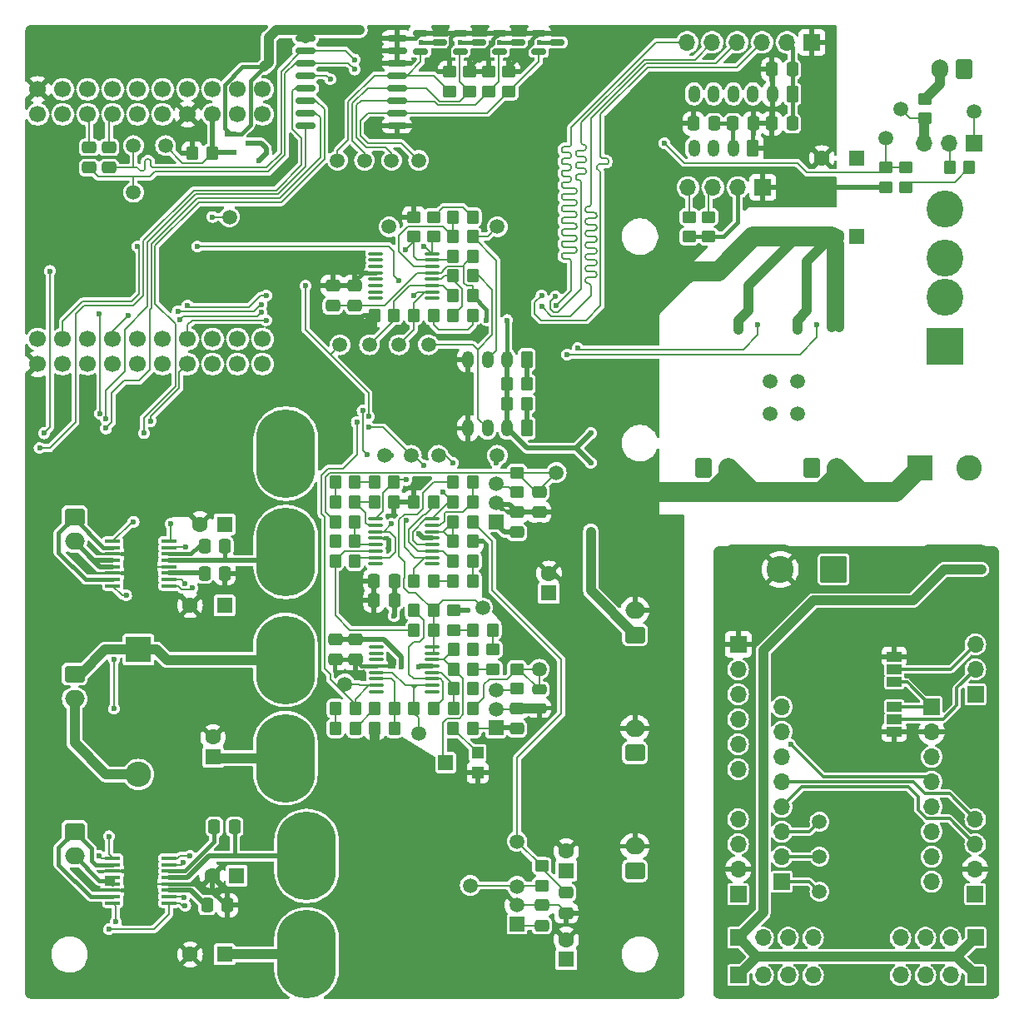
<source format=gbr>
%TF.GenerationSoftware,KiCad,Pcbnew,8.0.5-dirty*%
%TF.CreationDate,2024-10-27T18:43:13+01:00*%
%TF.ProjectId,tank_mower_controller_V1,74616e6b-5f6d-46f7-9765-725f636f6e74,rev?*%
%TF.SameCoordinates,Original*%
%TF.FileFunction,Copper,L2,Bot*%
%TF.FilePolarity,Positive*%
%FSLAX46Y46*%
G04 Gerber Fmt 4.6, Leading zero omitted, Abs format (unit mm)*
G04 Created by KiCad (PCBNEW 8.0.5-dirty) date 2024-10-27 18:43:13*
%MOMM*%
%LPD*%
G01*
G04 APERTURE LIST*
G04 Aperture macros list*
%AMRoundRect*
0 Rectangle with rounded corners*
0 $1 Rounding radius*
0 $2 $3 $4 $5 $6 $7 $8 $9 X,Y pos of 4 corners*
0 Add a 4 corners polygon primitive as box body*
4,1,4,$2,$3,$4,$5,$6,$7,$8,$9,$2,$3,0*
0 Add four circle primitives for the rounded corners*
1,1,$1+$1,$2,$3*
1,1,$1+$1,$4,$5*
1,1,$1+$1,$6,$7*
1,1,$1+$1,$8,$9*
0 Add four rect primitives between the rounded corners*
20,1,$1+$1,$2,$3,$4,$5,0*
20,1,$1+$1,$4,$5,$6,$7,0*
20,1,$1+$1,$6,$7,$8,$9,0*
20,1,$1+$1,$8,$9,$2,$3,0*%
%AMHorizOval*
0 Thick line with rounded ends*
0 $1 width*
0 $2 $3 position (X,Y) of the first rounded end (center of the circle)*
0 $4 $5 position (X,Y) of the second rounded end (center of the circle)*
0 Add line between two ends*
20,1,$1,$2,$3,$4,$5,0*
0 Add two circle primitives to create the rounded ends*
1,1,$1,$2,$3*
1,1,$1,$4,$5*%
G04 Aperture macros list end*
%TA.AperFunction,ComponentPad*%
%ADD10RoundRect,0.250000X0.350000X0.625000X-0.350000X0.625000X-0.350000X-0.625000X0.350000X-0.625000X0*%
%TD*%
%TA.AperFunction,ComponentPad*%
%ADD11O,1.200000X1.750000*%
%TD*%
%TA.AperFunction,ComponentPad*%
%ADD12RoundRect,0.250000X-0.750000X0.600000X-0.750000X-0.600000X0.750000X-0.600000X0.750000X0.600000X0*%
%TD*%
%TA.AperFunction,ComponentPad*%
%ADD13O,2.000000X1.700000*%
%TD*%
%TA.AperFunction,ComponentPad*%
%ADD14R,1.600000X1.600000*%
%TD*%
%TA.AperFunction,ComponentPad*%
%ADD15C,1.600000*%
%TD*%
%TA.AperFunction,ComponentPad*%
%ADD16RoundRect,0.250000X-0.600000X-0.750000X0.600000X-0.750000X0.600000X0.750000X-0.600000X0.750000X0*%
%TD*%
%TA.AperFunction,ComponentPad*%
%ADD17O,1.700000X2.000000*%
%TD*%
%TA.AperFunction,ComponentPad*%
%ADD18RoundRect,0.250000X0.750000X-0.600000X0.750000X0.600000X-0.750000X0.600000X-0.750000X-0.600000X0*%
%TD*%
%TA.AperFunction,ComponentPad*%
%ADD19R,1.700000X1.700000*%
%TD*%
%TA.AperFunction,ComponentPad*%
%ADD20O,1.700000X1.700000*%
%TD*%
%TA.AperFunction,ComponentPad*%
%ADD21R,1.500000X1.500000*%
%TD*%
%TA.AperFunction,ComponentPad*%
%ADD22C,1.500000*%
%TD*%
%TA.AperFunction,ComponentPad*%
%ADD23HorizOval,0.800000X0.000000X0.000000X0.000000X0.000000X0*%
%TD*%
%TA.AperFunction,ComponentPad*%
%ADD24HorizOval,0.800000X0.000000X0.000000X0.000000X0.000000X0*%
%TD*%
%TA.AperFunction,ComponentPad*%
%ADD25C,0.800000*%
%TD*%
%TA.AperFunction,ComponentPad*%
%ADD26O,6.000000X9.000000*%
%TD*%
%TA.AperFunction,ComponentPad*%
%ADD27R,3.750000X3.750000*%
%TD*%
%TA.AperFunction,ComponentPad*%
%ADD28C,3.750000*%
%TD*%
%TA.AperFunction,ComponentPad*%
%ADD29R,2.600000X2.600000*%
%TD*%
%TA.AperFunction,ComponentPad*%
%ADD30C,2.600000*%
%TD*%
%TA.AperFunction,ComponentPad*%
%ADD31RoundRect,0.250000X0.600000X0.750000X-0.600000X0.750000X-0.600000X-0.750000X0.600000X-0.750000X0*%
%TD*%
%TA.AperFunction,ComponentPad*%
%ADD32C,1.700000*%
%TD*%
%TA.AperFunction,ComponentPad*%
%ADD33RoundRect,0.250000X1.125000X1.125000X-1.125000X1.125000X-1.125000X-1.125000X1.125000X-1.125000X0*%
%TD*%
%TA.AperFunction,ComponentPad*%
%ADD34C,2.750000*%
%TD*%
%TA.AperFunction,SMDPad,CuDef*%
%ADD35C,1.500000*%
%TD*%
%TA.AperFunction,SMDPad,CuDef*%
%ADD36RoundRect,0.250000X-0.350000X-0.450000X0.350000X-0.450000X0.350000X0.450000X-0.350000X0.450000X0*%
%TD*%
%TA.AperFunction,SMDPad,CuDef*%
%ADD37RoundRect,0.250000X0.350000X0.450000X-0.350000X0.450000X-0.350000X-0.450000X0.350000X-0.450000X0*%
%TD*%
%TA.AperFunction,SMDPad,CuDef*%
%ADD38RoundRect,0.250000X0.450000X-0.350000X0.450000X0.350000X-0.450000X0.350000X-0.450000X-0.350000X0*%
%TD*%
%TA.AperFunction,SMDPad,CuDef*%
%ADD39RoundRect,0.250000X0.475000X-0.337500X0.475000X0.337500X-0.475000X0.337500X-0.475000X-0.337500X0*%
%TD*%
%TA.AperFunction,SMDPad,CuDef*%
%ADD40RoundRect,0.250000X0.337500X0.475000X-0.337500X0.475000X-0.337500X-0.475000X0.337500X-0.475000X0*%
%TD*%
%TA.AperFunction,SMDPad,CuDef*%
%ADD41R,1.200000X1.200000*%
%TD*%
%TA.AperFunction,SMDPad,CuDef*%
%ADD42R,1.500000X1.600000*%
%TD*%
%TA.AperFunction,SMDPad,CuDef*%
%ADD43RoundRect,0.250000X-0.337500X-0.475000X0.337500X-0.475000X0.337500X0.475000X-0.337500X0.475000X0*%
%TD*%
%TA.AperFunction,SMDPad,CuDef*%
%ADD44RoundRect,0.150000X-0.587500X-0.150000X0.587500X-0.150000X0.587500X0.150000X-0.587500X0.150000X0*%
%TD*%
%TA.AperFunction,SMDPad,CuDef*%
%ADD45RoundRect,0.100000X-0.687500X-0.100000X0.687500X-0.100000X0.687500X0.100000X-0.687500X0.100000X0*%
%TD*%
%TA.AperFunction,HeatsinkPad*%
%ADD46C,0.500000*%
%TD*%
%TA.AperFunction,HeatsinkPad*%
%ADD47R,3.400000X5.000000*%
%TD*%
%TA.AperFunction,SMDPad,CuDef*%
%ADD48R,1.500000X1.000000*%
%TD*%
%TA.AperFunction,SMDPad,CuDef*%
%ADD49RoundRect,0.250000X-0.450000X0.350000X-0.450000X-0.350000X0.450000X-0.350000X0.450000X0.350000X0*%
%TD*%
%TA.AperFunction,SMDPad,CuDef*%
%ADD50RoundRect,0.250000X-0.475000X0.250000X-0.475000X-0.250000X0.475000X-0.250000X0.475000X0.250000X0*%
%TD*%
%TA.AperFunction,ComponentPad*%
%ADD51O,2.600000X2.600000*%
%TD*%
%TA.AperFunction,SMDPad,CuDef*%
%ADD52RoundRect,0.100000X0.637500X0.100000X-0.637500X0.100000X-0.637500X-0.100000X0.637500X-0.100000X0*%
%TD*%
%TA.AperFunction,SMDPad,CuDef*%
%ADD53RoundRect,0.250000X-0.475000X0.337500X-0.475000X-0.337500X0.475000X-0.337500X0.475000X0.337500X0*%
%TD*%
%TA.AperFunction,SMDPad,CuDef*%
%ADD54RoundRect,0.150000X0.875000X0.150000X-0.875000X0.150000X-0.875000X-0.150000X0.875000X-0.150000X0*%
%TD*%
%TA.AperFunction,SMDPad,CuDef*%
%ADD55R,1.300000X0.600000*%
%TD*%
%TA.AperFunction,ViaPad*%
%ADD56C,0.600000*%
%TD*%
%TA.AperFunction,Conductor*%
%ADD57C,0.300000*%
%TD*%
%TA.AperFunction,Conductor*%
%ADD58C,1.000000*%
%TD*%
%TA.AperFunction,Conductor*%
%ADD59C,0.200000*%
%TD*%
%TA.AperFunction,Conductor*%
%ADD60C,0.500000*%
%TD*%
%TA.AperFunction,Conductor*%
%ADD61C,0.400000*%
%TD*%
%TA.AperFunction,Conductor*%
%ADD62C,2.000000*%
%TD*%
G04 APERTURE END LIST*
D10*
%TO.P,J13,1,Pin_1*%
%TO.N,Net-(J13-Pin_1)*%
X141238000Y-79204000D03*
D11*
%TO.P,J13,2,Pin_2*%
%TO.N,VCC*%
X139238000Y-79204000D03*
%TO.P,J13,3,Pin_3*%
%TO.N,Net-(J13-Pin_3)*%
X137238000Y-79204000D03*
%TO.P,J13,4,Pin_4*%
%TO.N,GND*%
X135238000Y-79204000D03*
%TD*%
D12*
%TO.P,M3,1,+*%
%TO.N,Net-(D5-K)*%
X95238000Y-111204000D03*
D13*
%TO.P,M3,2,-*%
%TO.N,Net-(D5-A)*%
X95238000Y-113704000D03*
%TD*%
D14*
%TO.P,C16,1*%
%TO.N,VCC_MOTOR_MOWER*%
X109326605Y-119615395D03*
D15*
%TO.P,C16,2*%
%TO.N,GND*%
X109326605Y-117615395D03*
%TD*%
D14*
%TO.P,C9,1*%
%TO.N,VCC_MOTOR_TRACK*%
X110488000Y-139704000D03*
D15*
%TO.P,C9,2*%
%TO.N,GND*%
X106988000Y-139704000D03*
%TD*%
D14*
%TO.P,C37,1*%
%TO.N,+BATT*%
X174738000Y-58704000D03*
D15*
%TO.P,C37,2*%
%TO.N,GND*%
X171238000Y-58704000D03*
%TD*%
D12*
%TO.P,M1,1,+*%
%TO.N,Net-(M1-+)*%
X95238000Y-127204000D03*
D13*
%TO.P,M1,2,-*%
%TO.N,Net-(M1--)*%
X95238000Y-129704000D03*
%TD*%
D16*
%TO.P,J2,1,Pin_1*%
%TO.N,Net-(J2-Pin_1)*%
X159238000Y-90204000D03*
D17*
%TO.P,J2,2,Pin_2*%
%TO.N,GND*%
X161738000Y-90204000D03*
%TD*%
D18*
%TO.P,J11,1,Pin_1*%
%TO.N,VCC_MOTOR_MOWER*%
X152238000Y-131204000D03*
D13*
%TO.P,J11,2,Pin_2*%
%TO.N,GND*%
X152238000Y-128704000D03*
%TD*%
D14*
%TO.P,C21,1*%
%TO.N,+BATT*%
X174738000Y-66704000D03*
D15*
%TO.P,C21,2*%
%TO.N,GND*%
X172738000Y-66704000D03*
%TD*%
D19*
%TO.P,J10,1,Pin_1*%
%TO.N,N/C*%
X182413000Y-114524000D03*
D20*
%TO.P,J10,2,Pin_2*%
%TO.N,GND*%
X182413000Y-117064000D03*
%TO.P,J10,3,Pin_3*%
%TO.N,VCC*%
X182413000Y-119604000D03*
%TO.P,J10,4,Pin_4*%
%TO.N,N/C*%
X182413000Y-122144000D03*
%TO.P,J10,5,Pin_5*%
X182413000Y-124684000D03*
%TO.P,J10,6,Pin_6*%
X182413000Y-127224000D03*
%TO.P,J10,7,Pin_7*%
X182413000Y-129764000D03*
%TO.P,J10,8,Pin_8*%
X182413000Y-132304000D03*
%TD*%
D16*
%TO.P,J1,1,Pin_1*%
%TO.N,Net-(J1-Pin_1)*%
X170238000Y-90204000D03*
D17*
%TO.P,J1,2,Pin_2*%
%TO.N,GND*%
X172738000Y-90204000D03*
%TD*%
D21*
%TO.P,U8,1,VCC*%
%TO.N,VCC*%
X138088000Y-116666500D03*
D22*
%TO.P,U8,2,GND*%
%TO.N,GND*%
X138088000Y-114756500D03*
%TO.P,U8,3,VIOUT*%
%TO.N,Net-(U8-VIOUT)*%
X138088000Y-112846500D03*
D23*
%TO.P,U8,4,IP+*%
%TO.N,Net-(D5-K)*%
X116058000Y-113706500D03*
D24*
X117318000Y-113706500D03*
D25*
X115028000Y-112956500D03*
X118348000Y-112956500D03*
X114638000Y-111756500D03*
X118738000Y-111756500D03*
X114638000Y-110426500D03*
X118738000Y-110426500D03*
D26*
X116688000Y-109756500D03*
D25*
X114638000Y-109086500D03*
X118738000Y-109086500D03*
X114638000Y-107756500D03*
X118738000Y-107756500D03*
X115028000Y-106556500D03*
X118348000Y-106556500D03*
X116058000Y-105806500D03*
X117318000Y-105806500D03*
%TO.P,U8,5,IP-*%
%TO.N,VCC_MOTOR_MOWER*%
X116058000Y-123706500D03*
X117318000Y-123706500D03*
X115028000Y-122956500D03*
X118348000Y-122956500D03*
X114638000Y-121756500D03*
X118738000Y-121756500D03*
X114638000Y-120426500D03*
X118738000Y-120426500D03*
D26*
X116688000Y-119756500D03*
D25*
X114638000Y-119086500D03*
X118738000Y-119086500D03*
X114638000Y-117756500D03*
X118738000Y-117756500D03*
X115028000Y-116556500D03*
X118348000Y-116556500D03*
D24*
X116058000Y-115806500D03*
D23*
X117318000Y-115806500D03*
%TD*%
D10*
%TO.P,J9,1,Pin_1*%
%TO.N,GND*%
X164238000Y-57704000D03*
D11*
%TO.P,J9,2,Pin_2*%
%TO.N,VCC*%
X162238000Y-57704000D03*
%TO.P,J9,3,Pin_3*%
%TO.N,DISPLAY_SCL*%
X160238000Y-57704000D03*
%TO.P,J9,4,Pin_4*%
%TO.N,DISPLAY_SDA*%
X158238000Y-57704000D03*
%TD*%
D21*
%TO.P,U2,1,VCC*%
%TO.N,VCC*%
X140238000Y-136604000D03*
D22*
%TO.P,U2,2,GND*%
%TO.N,GND*%
X140238000Y-134694000D03*
%TO.P,U2,3,VIOUT*%
%TO.N,Net-(U2-VIOUT)*%
X140238000Y-132784000D03*
D23*
%TO.P,U2,4,IP+*%
%TO.N,Net-(U2-IP+)*%
X118208000Y-133644000D03*
D24*
X119468000Y-133644000D03*
D25*
X117178000Y-132894000D03*
X120498000Y-132894000D03*
X116788000Y-131694000D03*
X120888000Y-131694000D03*
X116788000Y-130364000D03*
X120888000Y-130364000D03*
D26*
X118838000Y-129694000D03*
D25*
X116788000Y-129024000D03*
X120888000Y-129024000D03*
X116788000Y-127694000D03*
X120888000Y-127694000D03*
X117178000Y-126494000D03*
X120498000Y-126494000D03*
X118208000Y-125744000D03*
X119468000Y-125744000D03*
%TO.P,U2,5,IP-*%
%TO.N,VCC_MOTOR_TRACK*%
X118208000Y-143644000D03*
X119468000Y-143644000D03*
X117178000Y-142894000D03*
X120498000Y-142894000D03*
X116788000Y-141694000D03*
X120888000Y-141694000D03*
X116788000Y-140364000D03*
X120888000Y-140364000D03*
D26*
X118838000Y-139694000D03*
D25*
X116788000Y-139024000D03*
X120888000Y-139024000D03*
X116788000Y-137694000D03*
X120888000Y-137694000D03*
X117178000Y-136494000D03*
X120498000Y-136494000D03*
D24*
X118208000Y-135744000D03*
D23*
X119468000Y-135744000D03*
%TD*%
D27*
%TO.P,F1,1,1*%
%TO.N,Net-(D10-K)*%
X183738000Y-77904000D03*
D28*
%TO.P,F1,2,2*%
X183738000Y-72904000D03*
%TO.P,F1,3,3*%
%TO.N,BMS_VCC*%
X183738000Y-68904000D03*
%TO.P,F1,4,4*%
X183738000Y-63904000D03*
%TD*%
D18*
%TO.P,J6,1,Pin_1*%
%TO.N,VCC*%
X152238000Y-107204000D03*
D13*
%TO.P,J6,2,Pin_2*%
%TO.N,GND*%
X152238000Y-104704000D03*
%TD*%
D10*
%TO.P,J14,1,Pin_1*%
%TO.N,Net-(J14-Pin_1)*%
X141238000Y-86204000D03*
D11*
%TO.P,J14,2,Pin_2*%
%TO.N,VCC*%
X139238000Y-86204000D03*
%TO.P,J14,3,Pin_3*%
%TO.N,Net-(J14-Pin_3)*%
X137238000Y-86204000D03*
%TO.P,J14,4,Pin_4*%
%TO.N,GND*%
X135238000Y-86204000D03*
%TD*%
D29*
%TO.P,J5,1,Pin_1*%
%TO.N,GND*%
X181238000Y-90204000D03*
D30*
%TO.P,J5,2,Pin_2*%
%TO.N,Net-(D10-A)*%
X186238000Y-90204000D03*
%TD*%
D19*
%TO.P,J11,1,Pin_1*%
%TO.N,N/C*%
X167173000Y-132304000D03*
D20*
%TO.P,J11,2,Pin_2*%
X167173000Y-129764000D03*
%TO.P,J11,3,Pin_3*%
X167173000Y-127224000D03*
%TO.P,J11,4,Pin_4*%
X167173000Y-124684000D03*
%TO.P,J11,5,Pin_5*%
X167173000Y-122144000D03*
%TO.P,J11,6,Pin_6*%
X167173000Y-119604000D03*
%TO.P,J11,7,Pin_7*%
X167173000Y-117064000D03*
%TO.P,J11,8,Pin_8*%
X167173000Y-114524000D03*
%TD*%
D14*
%TO.P,C19,1*%
%TO.N,VCC_MOTOR_MOWER*%
X145238000Y-131204000D03*
D15*
%TO.P,C19,2*%
%TO.N,GND*%
X145238000Y-129204000D03*
%TD*%
D19*
%TO.P,J10,1,Pin_1*%
%TO.N,GND*%
X165238000Y-61704000D03*
D20*
%TO.P,J10,2,Pin_2*%
%TO.N,VCC*%
X162698000Y-61704000D03*
%TO.P,J10,3,Pin_3*%
%TO.N,DISPLAY_SCL*%
X160158000Y-61704000D03*
%TO.P,J10,4,Pin_4*%
%TO.N,DISPLAY_SDA*%
X157618000Y-61704000D03*
%TD*%
D19*
%TO.P,J8,1,Pin_1*%
%TO.N,N/C*%
X186858000Y-141829000D03*
D20*
%TO.P,J8,2,Pin_2*%
X184318000Y-141829000D03*
%TO.P,J8,3,Pin_3*%
X181778000Y-141829000D03*
%TO.P,J8,4,Pin_4*%
X179238000Y-141829000D03*
%TD*%
D19*
%TO.P,J6,1,Pin_1*%
%TO.N,N/C*%
X162728000Y-138019000D03*
D20*
%TO.P,J6,2,Pin_2*%
X165268000Y-138019000D03*
%TO.P,J6,3,Pin_3*%
X167808000Y-138019000D03*
%TO.P,J6,4,Pin_4*%
X170348000Y-138019000D03*
%TD*%
D10*
%TO.P,J4,1,Pin_1*%
%TO.N,VCC*%
X168238000Y-52204000D03*
D11*
%TO.P,J4,2,Pin_2*%
%TO.N,GND*%
X166238000Y-52204000D03*
%TO.P,J4,3,Pin_3*%
%TO.N,DISPLAY_SCL*%
X164238000Y-52204000D03*
%TO.P,J4,4,Pin_4*%
%TO.N,DISPLAY_SDA*%
X162238000Y-52204000D03*
%TO.P,J4,5,Pin_5*%
%TO.N,unconnected-(J4-Pin_5-Pad5)*%
X160238000Y-52204000D03*
%TO.P,J4,6,Pin_6*%
%TO.N,unconnected-(J4-Pin_6-Pad6)*%
X158238000Y-52204000D03*
%TD*%
D31*
%TO.P,J3,1,Pin_1*%
%TO.N,+BATT*%
X185738000Y-49704000D03*
D17*
%TO.P,J3,2,Pin_2*%
%TO.N,GND*%
X183238000Y-49704000D03*
%TD*%
D32*
%TO.P,U9,1,GND*%
%TO.N,GND*%
X91498000Y-79674000D03*
%TO.P,U9,2,RST*%
%TO.N,unconnected-(U9-RST-Pad2)*%
X91498000Y-77134000D03*
%TO.P,U9,3,NC*%
%TO.N,unconnected-(U9-NC-Pad3)*%
X94038000Y-79674000D03*
%TO.P,U9,4,IO_36/SVP/A0*%
%TO.N,ENCODER_2*%
X94038000Y-77134000D03*
%TO.P,U9,5,IO_39/SVN*%
%TO.N,MOTOR_TRACK_2_CURRENT*%
X96578000Y-79674000D03*
%TO.P,U9,6,IO_26/D0*%
%TO.N,MOTOR_TRACK_1_2*%
X96578000Y-77134000D03*
%TO.P,U9,7,IO_35*%
%TO.N,VCC_MOTOR_MOWER_EN*%
X99118000Y-79674000D03*
%TO.P,U9,8,IO_18/D5*%
%TO.N,SCK*%
X99118000Y-77134000D03*
%TO.P,U9,9,IO_33*%
%TO.N,ENCODER_1*%
X101658000Y-79674000D03*
%TO.P,U9,10,IO_19/D6*%
%TO.N,MISO*%
X101658000Y-77134000D03*
%TO.P,U9,11,IO_34*%
%TO.N,MOTOR_TRACK_1_CURRENT*%
X104198000Y-79674000D03*
%TO.P,U9,12,IO_23/D7*%
%TO.N,MOSI*%
X104198000Y-77134000D03*
%TO.P,U9,13,IO_14/TMS*%
%TO.N,MOTOR_TRACK_2_2*%
X106738000Y-79674000D03*
%TO.P,U9,14,IO_05/D8*%
%TO.N,SS*%
X106738000Y-77134000D03*
%TO.P,U9,15,NC*%
%TO.N,unconnected-(U9-NC-Pad15)*%
X109278000Y-79674000D03*
%TO.P,U9,16,3V3*%
%TO.N,Net-(Q11-D)*%
X109278000Y-77134000D03*
%TO.P,U9,17,IO_09/SD2*%
%TO.N,unconnected-(U9-IO_09{slash}SD2-Pad17)*%
X111818000Y-79674000D03*
%TO.P,U9,18,IO_13/TCK*%
%TO.N,VCC_MOTOR_TRACK_EN*%
X111818000Y-77134000D03*
%TO.P,U9,19,CMD*%
%TO.N,unconnected-(U9-CMD-Pad19)*%
X114358000Y-79674000D03*
%TO.P,U9,20,IO_10/SD3*%
%TO.N,unconnected-(U9-IO_10{slash}SD3-Pad20)*%
X114358000Y-77134000D03*
%TO.P,U9,21,TXD*%
%TO.N,unconnected-(U9-TXD-Pad21)*%
X91498000Y-54274000D03*
%TO.P,U9,22,GND*%
%TO.N,GND*%
X91498000Y-51734000D03*
%TO.P,U9,23,RXD*%
%TO.N,unconnected-(U9-RXD-Pad23)*%
X94038000Y-54274000D03*
%TO.P,U9,24,IO_27*%
%TO.N,MOTOR_TRACK_2_1*%
X94038000Y-51734000D03*
%TO.P,U9,25,IO_22/D1/SCL*%
%TO.N,Net-(U9-IO_22{slash}D1{slash}SCL)*%
X96578000Y-54274000D03*
%TO.P,U9,26,IO_25*%
%TO.N,MOTOR_TRACK_1_1*%
X96578000Y-51734000D03*
%TO.P,U9,27,IO_21/D2/SDA*%
%TO.N,Net-(U9-IO_21{slash}D2{slash}SDA)*%
X99118000Y-54274000D03*
%TO.P,U9,28,IO_32*%
%TO.N,MOTOR_MOWER_CURRENT*%
X99118000Y-51734000D03*
%TO.P,U9,29,IO_17/D3*%
%TO.N,IO-EXTENDER_INTERUPT*%
X101658000Y-54274000D03*
%TO.P,U9,30,IO_12/TDI*%
%TO.N,BATTERY_VOLTAGE_SCALED*%
X101658000Y-51734000D03*
%TO.P,U9,31,IO_16/D4*%
%TO.N,unconnected-(U9-IO_16{slash}D4-Pad31)*%
X104198000Y-54274000D03*
%TO.P,U9,32,IO_04*%
%TO.N,MOTOR_MOWER_EN*%
X104198000Y-51734000D03*
%TO.P,U9,33,GND*%
%TO.N,GND*%
X106738000Y-54274000D03*
%TO.P,U9,34,IO_00*%
%TO.N,unconnected-(U9-IO_00-Pad34)*%
X106738000Y-51734000D03*
%TO.P,U9,35,VCC_(USB)*%
%TO.N,Net-(Q11-G)*%
X109278000Y-54274000D03*
%TO.P,U9,36,IO_02*%
%TO.N,unconnected-(U9-IO_02-Pad36)*%
X109278000Y-51734000D03*
%TO.P,U9,37,TD0*%
%TO.N,unconnected-(U9-TD0-Pad37)*%
X111818000Y-54274000D03*
%TO.P,U9,38,SD1*%
%TO.N,unconnected-(U9-SD1-Pad38)*%
X111818000Y-51734000D03*
%TO.P,U9,39,SD0*%
%TO.N,unconnected-(U9-SD0-Pad39)*%
X114358000Y-54274000D03*
%TO.P,U9,40,CLK*%
%TO.N,unconnected-(U9-CLK-Pad40)*%
X114358000Y-51734000D03*
%TD*%
D19*
%TO.P,J7,1,Pin_1*%
%TO.N,BMS_VCC*%
X186738000Y-57204000D03*
D20*
%TO.P,J7,2,Pin_2*%
%TO.N,+BATT*%
X184198000Y-57204000D03*
%TO.P,J7,3,Pin_3*%
%TO.N,Net-(J7-Pin_3)*%
X181658000Y-57204000D03*
%TD*%
D14*
%TO.P,C15,1*%
%TO.N,VCC_MOTOR_TRACK*%
X110488000Y-104204000D03*
D15*
%TO.P,C15,2*%
%TO.N,GND*%
X106988000Y-104204000D03*
%TD*%
D14*
%TO.P,C18,1*%
%TO.N,VCC_MOTOR_TRACK*%
X145238000Y-140204000D03*
D15*
%TO.P,C18,2*%
%TO.N,GND*%
X145238000Y-138204000D03*
%TD*%
D33*
%TO.P,J1,1*%
%TO.N,N/C*%
X172413000Y-100554000D03*
D34*
%TO.P,J1,2*%
%TO.N,GND*%
X167013000Y-100554000D03*
%TD*%
D19*
%TO.P,J8,1,Pin_1*%
%TO.N,GND*%
X170238000Y-46954000D03*
D20*
%TO.P,J8,2,Pin_2*%
%TO.N,VCC*%
X167698000Y-46954000D03*
%TO.P,J8,3,Pin_3*%
%TO.N,MISO*%
X165158000Y-46954000D03*
%TO.P,J8,4,Pin_4*%
%TO.N,MOSI*%
X162618000Y-46954000D03*
%TO.P,J8,5,Pin_5*%
%TO.N,SCK*%
X160078000Y-46954000D03*
%TO.P,J8,6,Pin_6*%
%TO.N,SS*%
X157538000Y-46954000D03*
%TD*%
D19*
%TO.P,J4,1,Pin_1*%
%TO.N,VCC*%
X162728000Y-133574000D03*
D20*
%TO.P,J4,2,Pin_2*%
%TO.N,GND*%
X162728000Y-131034000D03*
%TO.P,J4,3,Pin_3*%
%TO.N,N/C*%
X162728000Y-128494000D03*
%TO.P,J4,4,Pin_4*%
X162728000Y-125954000D03*
%TD*%
D19*
%TO.P,J7,1,Pin_1*%
%TO.N,N/C*%
X162728000Y-141829000D03*
D20*
%TO.P,J7,2,Pin_2*%
X165268000Y-141829000D03*
%TO.P,J7,3,Pin_3*%
X167808000Y-141829000D03*
%TO.P,J7,4,Pin_4*%
X170348000Y-141829000D03*
%TD*%
D14*
%TO.P,C8,1*%
%TO.N,VCC_MOTOR_TRACK*%
X110488000Y-95954000D03*
D15*
%TO.P,C8,2*%
%TO.N,GND*%
X107988000Y-95954000D03*
%TD*%
D19*
%TO.P,J9,1,Pin_1*%
%TO.N,N/C*%
X186858000Y-138019000D03*
D20*
%TO.P,J9,2,Pin_2*%
X184318000Y-138019000D03*
%TO.P,J9,3,Pin_3*%
X181778000Y-138019000D03*
%TO.P,J9,4,Pin_4*%
X179238000Y-138019000D03*
%TD*%
D18*
%TO.P,J12,1,Pin_1*%
%TO.N,VCC_MOTOR_TRACK*%
X152238000Y-119204000D03*
D13*
%TO.P,J12,2,Pin_2*%
%TO.N,GND*%
X152238000Y-116704000D03*
%TD*%
D21*
%TO.P,U6,1,VCC*%
%TO.N,VCC*%
X138138000Y-95694000D03*
D22*
%TO.P,U6,2,GND*%
%TO.N,GND*%
X138138000Y-93784000D03*
%TO.P,U6,3,VIOUT*%
%TO.N,Net-(U6-VIOUT)*%
X138138000Y-91874000D03*
D23*
%TO.P,U6,4,IP+*%
%TO.N,VCC_MOTOR_TRACK*%
X116108000Y-92734000D03*
D24*
X117368000Y-92734000D03*
D25*
X115078000Y-91984000D03*
X118398000Y-91984000D03*
X114688000Y-90784000D03*
X118788000Y-90784000D03*
X114688000Y-89454000D03*
X118788000Y-89454000D03*
D26*
X116738000Y-88784000D03*
D25*
X114688000Y-88114000D03*
X118788000Y-88114000D03*
X114688000Y-86784000D03*
X118788000Y-86784000D03*
X115078000Y-85584000D03*
X118398000Y-85584000D03*
X116108000Y-84834000D03*
X117368000Y-84834000D03*
%TO.P,U6,5,IP-*%
%TO.N,Net-(U6-IP-)*%
X116108000Y-102734000D03*
X117368000Y-102734000D03*
X115078000Y-101984000D03*
X118398000Y-101984000D03*
X114688000Y-100784000D03*
X118788000Y-100784000D03*
X114688000Y-99454000D03*
X118788000Y-99454000D03*
D26*
X116738000Y-98784000D03*
D25*
X114688000Y-98114000D03*
X118788000Y-98114000D03*
X114688000Y-96784000D03*
X118788000Y-96784000D03*
X115078000Y-95584000D03*
X118398000Y-95584000D03*
D24*
X116108000Y-94834000D03*
D23*
X117368000Y-94834000D03*
%TD*%
D19*
%TO.P,J5,1,Pin_1*%
%TO.N,GND*%
X162728000Y-108174000D03*
D20*
%TO.P,J5,2,Pin_2*%
%TO.N,VCC*%
X162728000Y-110714000D03*
%TO.P,J5,3,Pin_3*%
%TO.N,N/C*%
X162728000Y-113254000D03*
%TO.P,J5,4,Pin_4*%
X162728000Y-115794000D03*
%TO.P,J5,5,Pin_5*%
X162728000Y-118334000D03*
%TO.P,J5,6,Pin_6*%
X162728000Y-120874000D03*
%TD*%
D14*
%TO.P,C14,1*%
%TO.N,VCC_MOTOR_TRACK*%
X111738000Y-131704000D03*
D15*
%TO.P,C14,2*%
%TO.N,GND*%
X109238000Y-131704000D03*
%TD*%
D19*
%TO.P,J2,1,Pin_1*%
%TO.N,Net-(J2-Pin_1)*%
X186858000Y-113254000D03*
D20*
%TO.P,J2,2,Pin_2*%
%TO.N,N/C*%
X186858000Y-110714000D03*
%TO.P,J2,3,Pin_3*%
X186858000Y-108174000D03*
%TD*%
D14*
%TO.P,C20,1*%
%TO.N,VCC*%
X143488000Y-102954000D03*
D15*
%TO.P,C20,2*%
%TO.N,GND*%
X143488000Y-100954000D03*
%TD*%
D12*
%TO.P,M2,1,+*%
%TO.N,Net-(M2-+)*%
X95238000Y-95204000D03*
D13*
%TO.P,M2,2,-*%
%TO.N,Net-(M2--)*%
X95238000Y-97704000D03*
%TD*%
D19*
%TO.P,J3,1,Pin_1*%
%TO.N,VCC*%
X186833000Y-133574000D03*
D20*
%TO.P,J3,2,Pin_2*%
%TO.N,GND*%
X186833000Y-131034000D03*
%TO.P,J3,3,Pin_3*%
%TO.N,N/C*%
X186833000Y-128494000D03*
%TO.P,J3,4,Pin_4*%
X186833000Y-125954000D03*
%TD*%
D35*
%TO.P,TP11,1,1*%
%TO.N,/motor_control/current_signal_converter/RAW_CURRENT_TRACK_2*%
X144238000Y-90704000D03*
%TD*%
%TO.P,TP30,1,1*%
%TO.N,Net-(U6-VIOUT)*%
X138238000Y-88954000D03*
%TD*%
D36*
%TO.P,R46,1*%
%TO.N,/motor_control/current_signal_converter/3_minus*%
X121738000Y-99704000D03*
%TO.P,R46,2*%
%TO.N,/motor_control/current_signal_converter/3_out*%
X123738000Y-99704000D03*
%TD*%
%TO.P,R25,1*%
%TO.N,/motor_control/current_signal_converter/RAW_CURRENT_TRACK_2*%
X121738000Y-95704000D03*
%TO.P,R25,2*%
%TO.N,/motor_control/current_signal_converter/3_plus*%
X123738000Y-95704000D03*
%TD*%
D37*
%TO.P,R5,1*%
%TO.N,Net-(J14-Pin_1)*%
X141238000Y-83704000D03*
%TO.P,R5,2*%
%TO.N,VCC*%
X139238000Y-83704000D03*
%TD*%
D35*
%TO.P,TP2,1,1*%
%TO.N,LED_2*%
X127488000Y-58954000D03*
%TD*%
D37*
%TO.P,R21,1*%
%TO.N,/motor_control/current_signal_converter/6_minus*%
X131775500Y-114704000D03*
%TO.P,R21,2*%
%TO.N,/motor_control/current_signal_converter/6_out*%
X129775500Y-114704000D03*
%TD*%
D35*
%TO.P,TP40,1,1*%
%TO.N,/motor_control/current_signal_converter/6_out*%
X130238000Y-117204000D03*
%TD*%
D37*
%TO.P,R39,1*%
%TO.N,/motor_control/current_signal_converter/5_minus*%
X131775500Y-106704000D03*
%TO.P,R39,2*%
%TO.N,/motor_control/current_signal_converter/3_minus*%
X129775500Y-106704000D03*
%TD*%
D38*
%TO.P,R53,1*%
%TO.N,Net-(U6-VIOUT)*%
X140238000Y-92704000D03*
%TO.P,R53,2*%
%TO.N,/motor_control/current_signal_converter/RAW_CURRENT_TRACK_2*%
X140238000Y-90704000D03*
%TD*%
D37*
%TO.P,R22,1*%
%TO.N,/motor_control/current_signal_converter/7_minus*%
X127775500Y-116704000D03*
%TO.P,R22,2*%
%TO.N,GND*%
X125775500Y-116704000D03*
%TD*%
D36*
%TO.P,R23,1*%
%TO.N,GND*%
X121738000Y-97704000D03*
%TO.P,R23,2*%
%TO.N,/motor_control/current_signal_converter/3_plus*%
X123738000Y-97704000D03*
%TD*%
D35*
%TO.P,TP29,1,1*%
%TO.N,Net-(U2-VIOUT)*%
X135488000Y-132704000D03*
%TD*%
D39*
%TO.P,C7,1*%
%TO.N,DISPLAY_SCL*%
X96738000Y-59704000D03*
%TO.P,C7,2*%
%TO.N,Net-(U9-IO_22{slash}D1{slash}SCL)*%
X96738000Y-57629000D03*
%TD*%
D37*
%TO.P,R44,1*%
%TO.N,/motor_control/current_signal_converter/RAW_CURRENT_TRACK_1*%
X135738000Y-95704000D03*
%TO.P,R44,2*%
%TO.N,/motor_control/current_signal_converter/1_plus*%
X133738000Y-95704000D03*
%TD*%
D38*
%TO.P,R54,1*%
%TO.N,Net-(R54-Pad1)*%
X179738000Y-61704000D03*
%TO.P,R54,2*%
%TO.N,BATTERY_VOLTAGE_SCALED*%
X179738000Y-59704000D03*
%TD*%
D37*
%TO.P,R41,1*%
%TO.N,Net-(R40-Pad2)*%
X135775500Y-110704000D03*
%TO.P,R41,2*%
%TO.N,/motor_control/current_signal_converter/5_plus*%
X133775500Y-110704000D03*
%TD*%
D36*
%TO.P,R45,1*%
%TO.N,/motor_control/current_signal_converter/5_minus*%
X133738000Y-91704000D03*
%TO.P,R45,2*%
%TO.N,/motor_control/current_signal_converter/1_minus*%
X135738000Y-91704000D03*
%TD*%
D35*
%TO.P,TP31,1,1*%
%TO.N,Net-(J13-Pin_3)*%
X138238000Y-65704000D03*
%TD*%
D37*
%TO.P,R19,1*%
%TO.N,/motor_control/current_signal_converter/RAM_CURRENT_MOWER*%
X135775500Y-114704000D03*
%TO.P,R19,2*%
%TO.N,/motor_control/current_signal_converter/6_plus*%
X133775500Y-114704000D03*
%TD*%
D40*
%TO.P,C23,1*%
%TO.N,VCC*%
X168238000Y-49704000D03*
%TO.P,C23,2*%
%TO.N,GND*%
X166163000Y-49704000D03*
%TD*%
D37*
%TO.P,R20,1*%
%TO.N,/motor_control/current_signal_converter/5_minus*%
X131738000Y-104704000D03*
%TO.P,R20,2*%
%TO.N,/motor_control/current_signal_converter/6_minus*%
X129738000Y-104704000D03*
%TD*%
D41*
%TO.P,R66,1*%
%TO.N,Net-(R65-Pad2)*%
X136238000Y-119204000D03*
D42*
%TO.P,R66,2*%
%TO.N,/motor_control/current_signal_converter/5_plus*%
X132988000Y-120204000D03*
D41*
%TO.P,R66,3*%
%TO.N,GND*%
X136238000Y-121204000D03*
%TD*%
D35*
%TO.P,TP34,1,1*%
%TO.N,/motor_control/encoder/2_minus*%
X125238000Y-77704000D03*
%TD*%
%TO.P,TP35,1,1*%
%TO.N,ENCODER_2*%
X128238000Y-77704000D03*
%TD*%
D43*
%TO.P,C10,1*%
%TO.N,Net-(U7-VCP)*%
X108450500Y-98204000D03*
%TO.P,C10,2*%
%TO.N,Net-(U6-IP-)*%
X110525500Y-98204000D03*
%TD*%
D35*
%TO.P,TP39,1,1*%
%TO.N,/motor_control/current_signal_converter/5_minus*%
X136738000Y-104454000D03*
%TD*%
D44*
%TO.P,Q12,1,G*%
%TO.N,LED_2*%
X138450500Y-47904000D03*
%TO.P,Q12,2,S*%
%TO.N,GND*%
X138450500Y-46004000D03*
%TO.P,Q12,3,D*%
%TO.N,Net-(D7-K)*%
X140325500Y-46954000D03*
%TD*%
D45*
%TO.P,U4,1,~{SLEEP}*%
%TO.N,MOTOR_TRACK_1_EN*%
X99125500Y-134479000D03*
%TO.P,U4,2,AOUT1*%
%TO.N,Net-(M1-+)*%
X99125500Y-133829000D03*
%TO.P,U4,3,AISEN*%
%TO.N,GND*%
X99125500Y-133179000D03*
%TO.P,U4,4,AOUT2*%
%TO.N,Net-(M1--)*%
X99125500Y-132529000D03*
%TO.P,U4,5,BOUT2*%
X99125500Y-131879000D03*
%TO.P,U4,6,BISEN*%
%TO.N,GND*%
X99125500Y-131229000D03*
%TO.P,U4,7,BOUT1*%
%TO.N,Net-(M1-+)*%
X99125500Y-130579000D03*
%TO.P,U4,8,~{FAULT}*%
%TO.N,MOTOR_TRACK_1_FAULT*%
X99125500Y-129929000D03*
%TO.P,U4,9,BIN1*%
%TO.N,MOTOR_TRACK_1_1*%
X104850500Y-129929000D03*
%TO.P,U4,10,BIN2*%
%TO.N,MOTOR_TRACK_1_2*%
X104850500Y-130579000D03*
%TO.P,U4,11,VCP*%
%TO.N,Net-(U4-VCP)*%
X104850500Y-131229000D03*
%TO.P,U4,12,VM*%
%TO.N,Net-(U2-IP+)*%
X104850500Y-131879000D03*
%TO.P,U4,13,GND*%
%TO.N,GND*%
X104850500Y-132529000D03*
%TO.P,U4,14,VINT*%
%TO.N,Net-(U4-VINT)*%
X104850500Y-133179000D03*
%TO.P,U4,15,AIN2*%
%TO.N,MOTOR_TRACK_1_2*%
X104850500Y-133829000D03*
%TO.P,U4,16,AIN1*%
%TO.N,MOTOR_TRACK_1_1*%
X104850500Y-134479000D03*
D46*
%TO.P,U4,17,GND*%
%TO.N,GND*%
X101238000Y-130704000D03*
X101238000Y-132204000D03*
X101238000Y-133704000D03*
D47*
X101988000Y-132204000D03*
D46*
X102738000Y-130704000D03*
X102738000Y-132204000D03*
X102738000Y-133704000D03*
%TD*%
D35*
%TO.P,TP12,1,1*%
%TO.N,/motor_control/current_signal_converter/RAM_CURRENT_MOWER*%
X142488000Y-110704000D03*
%TD*%
%TO.P,TP38,1,1*%
%TO.N,/motor_control/current_signal_converter/3_out*%
X126738000Y-88954000D03*
%TD*%
%TO.P,TP37,1,1*%
%TO.N,/motor_control/current_signal_converter/1_out*%
X132238000Y-88954000D03*
%TD*%
D44*
%TO.P,Q14,1,G*%
%TO.N,LED_4*%
X130450500Y-47904000D03*
%TO.P,Q14,2,S*%
%TO.N,GND*%
X130450500Y-46004000D03*
%TO.P,Q14,3,D*%
%TO.N,Net-(D9-K)*%
X132325500Y-46954000D03*
%TD*%
D37*
%TO.P,R6,1*%
%TO.N,VCC*%
X135738000Y-68704000D03*
%TO.P,R6,2*%
%TO.N,/motor_control/encoder/1_minus*%
X133738000Y-68704000D03*
%TD*%
D35*
%TO.P,TP3,1,1*%
%TO.N,LED_3*%
X124738000Y-58954000D03*
%TD*%
D36*
%TO.P,R59,1*%
%TO.N,Net-(R50-Pad2)*%
X121738000Y-91704000D03*
%TO.P,R59,2*%
%TO.N,Net-(R59-Pad2)*%
X123738000Y-91704000D03*
%TD*%
D35*
%TO.P,TP42,1,1*%
%TO.N,MOTOR_TRACK_2_CURRENT*%
X129488000Y-88954000D03*
%TD*%
%TO.P,TP2,1,1*%
%TO.N,N/C*%
X170983000Y-129764000D03*
%TD*%
D37*
%TO.P,R10,1*%
%TO.N,Net-(J13-Pin_3)*%
X135738000Y-66704000D03*
%TO.P,R10,2*%
%TO.N,/motor_control/encoder/1_plus*%
X133738000Y-66704000D03*
%TD*%
D48*
%TO.P,JP1,1,A*%
%TO.N,GND*%
X178603000Y-117094000D03*
%TO.P,JP1,2,C*%
%TO.N,N/C*%
X178603000Y-115794000D03*
%TO.P,JP1,3,B*%
X178603000Y-114494000D03*
%TD*%
D49*
%TO.P,R14,1*%
%TO.N,Net-(R12-Pad2)*%
X131738000Y-64704000D03*
%TO.P,R14,2*%
%TO.N,ENCODER_1*%
X131738000Y-66704000D03*
%TD*%
D38*
%TO.P,R7,1*%
%TO.N,/motor_control/encoder/1_minus*%
X129738000Y-66704000D03*
%TO.P,R7,2*%
%TO.N,GND*%
X129738000Y-64704000D03*
%TD*%
D50*
%TO.P,C3,1*%
%TO.N,/motor_control/current_signal_converter/RAM_CURRENT_MOWER*%
X142488000Y-112754000D03*
%TO.P,C3,2*%
%TO.N,GND*%
X142488000Y-114654000D03*
%TD*%
D29*
%TO.P,D5,1,K*%
%TO.N,Net-(D5-K)*%
X101738000Y-108704000D03*
D51*
%TO.P,D5,2,A*%
%TO.N,Net-(D5-A)*%
X101738000Y-121404000D03*
%TD*%
D36*
%TO.P,R48,1*%
%TO.N,/motor_control/current_signal_converter/4_minus*%
X125738000Y-93704000D03*
%TO.P,R48,2*%
%TO.N,GND*%
X127738000Y-93704000D03*
%TD*%
D40*
%TO.P,C24,1*%
%TO.N,VCC*%
X168238000Y-55204000D03*
%TO.P,C24,2*%
%TO.N,GND*%
X166163000Y-55204000D03*
%TD*%
D37*
%TO.P,R43,1*%
%TO.N,GND*%
X135738000Y-97704000D03*
%TO.P,R43,2*%
%TO.N,/motor_control/current_signal_converter/1_plus*%
X133738000Y-97704000D03*
%TD*%
D39*
%TO.P,C1,1*%
%TO.N,VCC*%
X121488000Y-73754000D03*
%TO.P,C1,2*%
%TO.N,GND*%
X121488000Y-71679000D03*
%TD*%
D35*
%TO.P,TP5,1,1*%
%TO.N,BATTERY_VOLTAGE_SCALED*%
X177738000Y-56704000D03*
%TD*%
%TO.P,TP1,1,1*%
%TO.N,N/C*%
X170983000Y-133314000D03*
%TD*%
D52*
%TO.P,U11,1,1OUT*%
%TO.N,/motor_control/current_signal_converter/5_minus*%
X131638000Y-108429000D03*
%TO.P,U11,2,1IN-*%
X131638000Y-109079000D03*
%TO.P,U11,3,1IN+*%
%TO.N,/motor_control/current_signal_converter/5_plus*%
X131638000Y-109729000D03*
%TO.P,U11,4,VDD*%
%TO.N,VCC*%
X131638000Y-110379000D03*
%TO.P,U11,5,2IN+*%
%TO.N,/motor_control/current_signal_converter/6_plus*%
X131638000Y-111029000D03*
%TO.P,U11,6,2IN-*%
%TO.N,/motor_control/current_signal_converter/6_minus*%
X131638000Y-111679000D03*
%TO.P,U11,7,2OUT*%
%TO.N,/motor_control/current_signal_converter/6_out*%
X131638000Y-112329000D03*
%TO.P,U11,8,\u002A1/2SHDN*%
%TO.N,unconnected-(U11-\u002A1{slash}2SHDN-Pad8)*%
X131638000Y-112979000D03*
%TO.P,U11,9,\u002A3/4SHDN*%
%TO.N,unconnected-(U11-\u002A3{slash}4SHDN-Pad9)*%
X125913000Y-112979000D03*
%TO.P,U11,10,3OUT*%
%TO.N,MOTOR_MOWER_CURRENT*%
X125913000Y-112329000D03*
%TO.P,U11,11,3IN-*%
%TO.N,/motor_control/current_signal_converter/7_minus*%
X125913000Y-111679000D03*
%TO.P,U11,12,3IN+*%
%TO.N,/motor_control/current_signal_converter/6_out*%
X125913000Y-111029000D03*
%TO.P,U11,13,GND*%
%TO.N,GND*%
X125913000Y-110379000D03*
%TO.P,U11,14,4IN+*%
%TO.N,unconnected-(U11-4IN+-Pad14)*%
X125913000Y-109729000D03*
%TO.P,U11,15,4IN-*%
%TO.N,unconnected-(U11-4IN--Pad15)*%
X125913000Y-109079000D03*
%TO.P,U11,16,4OUT*%
%TO.N,unconnected-(U11-4OUT-Pad16)*%
X125913000Y-108429000D03*
%TD*%
D36*
%TO.P,R13,1*%
%TO.N,/motor_control/encoder/2_plus*%
X133738000Y-74704000D03*
%TO.P,R13,2*%
%TO.N,Net-(R13-Pad2)*%
X135738000Y-74704000D03*
%TD*%
D49*
%TO.P,R3,1*%
%TO.N,GND*%
X181738000Y-52704000D03*
%TO.P,R3,2*%
%TO.N,Net-(J7-Pin_3)*%
X181738000Y-54704000D03*
%TD*%
D35*
%TO.P,TP3,1,1*%
%TO.N,N/C*%
X170983000Y-126214000D03*
%TD*%
D53*
%TO.P,C36,1*%
%TO.N,/motor_control/current_signal_converter/RAW_CURRENT_TRACK_2*%
X142488000Y-92666500D03*
%TO.P,C36,2*%
%TO.N,GND*%
X142488000Y-94741500D03*
%TD*%
D52*
%TO.P,U5,1,1OUT*%
%TO.N,ENCODER_1*%
X131600500Y-68429000D03*
%TO.P,U5,2,1IN-*%
%TO.N,/motor_control/encoder/1_minus*%
X131600500Y-69079000D03*
%TO.P,U5,3,1IN+*%
%TO.N,/motor_control/encoder/1_plus*%
X131600500Y-69729000D03*
%TO.P,U5,4,VDD*%
%TO.N,VCC*%
X131600500Y-70379000D03*
%TO.P,U5,5,2IN+*%
%TO.N,/motor_control/encoder/2_plus*%
X131600500Y-71029000D03*
%TO.P,U5,6,2IN-*%
%TO.N,/motor_control/encoder/2_minus*%
X131600500Y-71679000D03*
%TO.P,U5,7,2OUT*%
%TO.N,ENCODER_2*%
X131600500Y-72329000D03*
%TO.P,U5,8,\u002A1/2SHDN*%
%TO.N,unconnected-(U5-\u002A1{slash}2SHDN-Pad8)*%
X131600500Y-72979000D03*
%TO.P,U5,9,\u002A3/4SHDN*%
%TO.N,unconnected-(U5-\u002A3{slash}4SHDN-Pad9)*%
X125875500Y-72979000D03*
%TO.P,U5,10,3OUT*%
%TO.N,unconnected-(U5-3OUT-Pad10)*%
X125875500Y-72329000D03*
%TO.P,U5,11,3IN-*%
%TO.N,unconnected-(U5-3IN--Pad11)*%
X125875500Y-71679000D03*
%TO.P,U5,12,3IN+*%
%TO.N,unconnected-(U5-3IN+-Pad12)*%
X125875500Y-71029000D03*
%TO.P,U5,13,GND*%
%TO.N,GND*%
X125875500Y-70379000D03*
%TO.P,U5,14,4IN+*%
%TO.N,unconnected-(U5-4IN+-Pad14)*%
X125875500Y-69729000D03*
%TO.P,U5,15,4IN-*%
%TO.N,unconnected-(U5-4IN--Pad15)*%
X125875500Y-69079000D03*
%TO.P,U5,16,4OUT*%
%TO.N,unconnected-(U5-4OUT-Pad16)*%
X125875500Y-68429000D03*
%TD*%
D37*
%TO.P,R61,1*%
%TO.N,Net-(R24-Pad2)*%
X123775500Y-116704000D03*
%TO.P,R61,2*%
%TO.N,Net-(R61-Pad2)*%
X121775500Y-116704000D03*
%TD*%
D53*
%TO.P,C34,1*%
%TO.N,VCC*%
X121738000Y-107666500D03*
%TO.P,C34,2*%
%TO.N,GND*%
X121738000Y-109741500D03*
%TD*%
D35*
%TO.P,TP51,1,1*%
%TO.N,BMS_VCC*%
X186738000Y-53954000D03*
%TD*%
D37*
%TO.P,R47,1*%
%TO.N,/motor_control/current_signal_converter/1_minus*%
X135738000Y-93704000D03*
%TO.P,R47,2*%
%TO.N,/motor_control/current_signal_converter/1_out*%
X133738000Y-93704000D03*
%TD*%
D40*
%TO.P,C26,1*%
%TO.N,VCC*%
X160275500Y-55204000D03*
%TO.P,C26,2*%
%TO.N,GND*%
X158200500Y-55204000D03*
%TD*%
D37*
%TO.P,R24,1*%
%TO.N,/motor_control/current_signal_converter/7_minus*%
X127775500Y-114704000D03*
%TO.P,R24,2*%
%TO.N,Net-(R24-Pad2)*%
X125775500Y-114704000D03*
%TD*%
D39*
%TO.P,C40,1*%
%TO.N,VCC*%
X140238000Y-116741500D03*
%TO.P,C40,2*%
%TO.N,GND*%
X140238000Y-114666500D03*
%TD*%
D38*
%TO.P,R27,1*%
%TO.N,VCC*%
X159738000Y-66704000D03*
%TO.P,R27,2*%
%TO.N,DISPLAY_SCL*%
X159738000Y-64704000D03*
%TD*%
D35*
%TO.P,TP7,1,1*%
%TO.N,DISPLAY_SDA*%
X101238000Y-57454000D03*
%TD*%
D37*
%TO.P,R65,1*%
%TO.N,VCC*%
X135738000Y-116704000D03*
%TO.P,R65,2*%
%TO.N,Net-(R65-Pad2)*%
X133738000Y-116704000D03*
%TD*%
D52*
%TO.P,U1,1,1OUT*%
%TO.N,/motor_control/current_signal_converter/1_out*%
X131600500Y-95429000D03*
%TO.P,U1,2,1IN-*%
%TO.N,/motor_control/current_signal_converter/1_minus*%
X131600500Y-96079000D03*
%TO.P,U1,3,1IN+*%
%TO.N,/motor_control/current_signal_converter/1_plus*%
X131600500Y-96729000D03*
%TO.P,U1,4,VDD*%
%TO.N,VCC*%
X131600500Y-97379000D03*
%TO.P,U1,5,2IN+*%
%TO.N,/motor_control/current_signal_converter/1_out*%
X131600500Y-98029000D03*
%TO.P,U1,6,2IN-*%
%TO.N,/motor_control/current_signal_converter/2_minus*%
X131600500Y-98679000D03*
%TO.P,U1,7,2OUT*%
%TO.N,MOTOR_TRACK_1_CURRENT*%
X131600500Y-99329000D03*
%TO.P,U1,8,\u002A1/2SHDN*%
%TO.N,unconnected-(U1-\u002A1{slash}2SHDN-Pad8)*%
X131600500Y-99979000D03*
%TO.P,U1,9,\u002A3/4SHDN*%
%TO.N,unconnected-(U1-\u002A3{slash}4SHDN-Pad9)*%
X125875500Y-99979000D03*
%TO.P,U1,10,3OUT*%
%TO.N,/motor_control/current_signal_converter/3_out*%
X125875500Y-99329000D03*
%TO.P,U1,11,3IN-*%
%TO.N,/motor_control/current_signal_converter/3_minus*%
X125875500Y-98679000D03*
%TO.P,U1,12,3IN+*%
%TO.N,/motor_control/current_signal_converter/3_plus*%
X125875500Y-98029000D03*
%TO.P,U1,13,GND*%
%TO.N,GND*%
X125875500Y-97379000D03*
%TO.P,U1,14,4IN+*%
%TO.N,/motor_control/current_signal_converter/3_out*%
X125875500Y-96729000D03*
%TO.P,U1,15,4IN-*%
%TO.N,/motor_control/current_signal_converter/4_minus*%
X125875500Y-96079000D03*
%TO.P,U1,16,4OUT*%
%TO.N,MOTOR_TRACK_2_CURRENT*%
X125875500Y-95429000D03*
%TD*%
D39*
%TO.P,C39,1*%
%TO.N,VCC*%
X142738000Y-136779000D03*
%TO.P,C39,2*%
%TO.N,GND*%
X142738000Y-134704000D03*
%TD*%
D49*
%TO.P,R40,1*%
%TO.N,Net-(R40-Pad1)*%
X137775500Y-108704000D03*
%TO.P,R40,2*%
%TO.N,Net-(R40-Pad2)*%
X137775500Y-110704000D03*
%TD*%
D36*
%TO.P,R12,1*%
%TO.N,/motor_control/encoder/1_plus*%
X133738000Y-64704000D03*
%TO.P,R12,2*%
%TO.N,Net-(R12-Pad2)*%
X135738000Y-64704000D03*
%TD*%
D37*
%TO.P,R9,1*%
%TO.N,/motor_control/encoder/2_minus*%
X127738000Y-74704000D03*
%TO.P,R9,2*%
%TO.N,GND*%
X125738000Y-74704000D03*
%TD*%
D36*
%TO.P,R62,1*%
%TO.N,Net-(R61-Pad2)*%
X121775500Y-114704000D03*
%TO.P,R62,2*%
%TO.N,MOTOR_MOWER_CURRENT*%
X123775500Y-114704000D03*
%TD*%
D38*
%TO.P,R33,1*%
%TO.N,LED_3*%
X135388000Y-51954000D03*
%TO.P,R33,2*%
%TO.N,GND*%
X135388000Y-49954000D03*
%TD*%
D40*
%TO.P,C31,1*%
%TO.N,VCC*%
X127775500Y-101704000D03*
%TO.P,C31,2*%
%TO.N,GND*%
X125700500Y-101704000D03*
%TD*%
D35*
%TO.P,TP9,1,1*%
%TO.N,Net-(Q11-D)*%
X110988000Y-64704000D03*
%TD*%
D37*
%TO.P,R58,1*%
%TO.N,Net-(R57-Pad2)*%
X131738000Y-101704000D03*
%TO.P,R58,2*%
%TO.N,MOTOR_TRACK_1_CURRENT*%
X129738000Y-101704000D03*
%TD*%
%TO.P,R26,1*%
%TO.N,Net-(Q11-G)*%
X109238000Y-58204000D03*
%TO.P,R26,2*%
%TO.N,GND*%
X107238000Y-58204000D03*
%TD*%
D35*
%TO.P,TP4,1,1*%
%TO.N,LED_4*%
X121988000Y-58954000D03*
%TD*%
%TO.P,TP44,1,1*%
%TO.N,Net-(Q15-D)*%
X165988000Y-81454000D03*
%TD*%
%TO.P,TP33,1,1*%
%TO.N,Net-(J14-Pin_3)*%
X131238000Y-77704000D03*
%TD*%
D53*
%TO.P,C32,1*%
%TO.N,VCC*%
X123775500Y-107666500D03*
%TO.P,C32,2*%
%TO.N,GND*%
X123775500Y-109741500D03*
%TD*%
D39*
%TO.P,C6,1*%
%TO.N,DISPLAY_SDA*%
X98738000Y-59704000D03*
%TO.P,C6,2*%
%TO.N,Net-(U9-IO_21{slash}D2{slash}SDA)*%
X98738000Y-57629000D03*
%TD*%
D37*
%TO.P,R49,1*%
%TO.N,/motor_control/current_signal_converter/2_minus*%
X131738000Y-93704000D03*
%TO.P,R49,2*%
%TO.N,GND*%
X129738000Y-93704000D03*
%TD*%
D36*
%TO.P,R63,1*%
%TO.N,Net-(R63-Pad1)*%
X135775500Y-106704000D03*
%TO.P,R63,2*%
%TO.N,Net-(R40-Pad1)*%
X137775500Y-106704000D03*
%TD*%
D37*
%TO.P,R8,1*%
%TO.N,VCC*%
X135738000Y-72704000D03*
%TO.P,R8,2*%
%TO.N,/motor_control/encoder/2_minus*%
X133738000Y-72704000D03*
%TD*%
%TO.P,R57,1*%
%TO.N,Net-(R51-Pad2)*%
X135738000Y-101704000D03*
%TO.P,R57,2*%
%TO.N,Net-(R57-Pad2)*%
X133738000Y-101704000D03*
%TD*%
D35*
%TO.P,TP50,1,1*%
%TO.N,Net-(J7-Pin_3)*%
X179238000Y-53704000D03*
%TD*%
D38*
%TO.P,R35,1*%
%TO.N,LED_4*%
X133388000Y-51954000D03*
%TO.P,R35,2*%
%TO.N,GND*%
X133388000Y-49954000D03*
%TD*%
D48*
%TO.P,JP2,1,A*%
%TO.N,GND*%
X178603000Y-109414000D03*
%TO.P,JP2,2,C*%
%TO.N,N/C*%
X178603000Y-110714000D03*
%TO.P,JP2,3,B*%
X178603000Y-112014000D03*
%TD*%
D38*
%TO.P,R31,1*%
%TO.N,LED_2*%
X137388000Y-51954000D03*
%TO.P,R31,2*%
%TO.N,GND*%
X137388000Y-49954000D03*
%TD*%
%TO.P,R52,1*%
%TO.N,Net-(U2-VIOUT)*%
X142738000Y-132704000D03*
%TO.P,R52,2*%
%TO.N,/motor_control/current_signal_converter/RAW_CURRENT_TRACK_1*%
X142738000Y-130704000D03*
%TD*%
D37*
%TO.P,R18,1*%
%TO.N,GND*%
X135775500Y-112704000D03*
%TO.P,R18,2*%
%TO.N,/motor_control/current_signal_converter/6_plus*%
X133775500Y-112704000D03*
%TD*%
D45*
%TO.P,U7,1,~{SLEEP}*%
%TO.N,MOTOR_TRACK_2_EN*%
X99125500Y-102229000D03*
%TO.P,U7,2,AOUT1*%
%TO.N,Net-(M2-+)*%
X99125500Y-101579000D03*
%TO.P,U7,3,AISEN*%
%TO.N,GND*%
X99125500Y-100929000D03*
%TO.P,U7,4,AOUT2*%
%TO.N,Net-(M2--)*%
X99125500Y-100279000D03*
%TO.P,U7,5,BOUT2*%
X99125500Y-99629000D03*
%TO.P,U7,6,BISEN*%
%TO.N,GND*%
X99125500Y-98979000D03*
%TO.P,U7,7,BOUT1*%
%TO.N,Net-(M2-+)*%
X99125500Y-98329000D03*
%TO.P,U7,8,~{FAULT}*%
%TO.N,MOTOR_TRACK_2_FAULT*%
X99125500Y-97679000D03*
%TO.P,U7,9,BIN1*%
%TO.N,MOTOR_TRACK_2_1*%
X104850500Y-97679000D03*
%TO.P,U7,10,BIN2*%
%TO.N,MOTOR_TRACK_2_2*%
X104850500Y-98329000D03*
%TO.P,U7,11,VCP*%
%TO.N,Net-(U7-VCP)*%
X104850500Y-98979000D03*
%TO.P,U7,12,VM*%
%TO.N,Net-(U6-IP-)*%
X104850500Y-99629000D03*
%TO.P,U7,13,GND*%
%TO.N,GND*%
X104850500Y-100279000D03*
%TO.P,U7,14,VINT*%
%TO.N,Net-(U7-VINT)*%
X104850500Y-100929000D03*
%TO.P,U7,15,AIN2*%
%TO.N,MOTOR_TRACK_2_2*%
X104850500Y-101579000D03*
%TO.P,U7,16,AIN1*%
%TO.N,MOTOR_TRACK_2_1*%
X104850500Y-102229000D03*
D46*
%TO.P,U7,17,GND*%
%TO.N,GND*%
X101238000Y-98454000D03*
X101238000Y-99954000D03*
X101238000Y-101454000D03*
D47*
X101988000Y-99954000D03*
D46*
X102738000Y-98454000D03*
X102738000Y-99954000D03*
X102738000Y-101454000D03*
%TD*%
D40*
%TO.P,C33,1*%
%TO.N,VCC*%
X127775500Y-103704000D03*
%TO.P,C33,2*%
%TO.N,GND*%
X125700500Y-103704000D03*
%TD*%
D38*
%TO.P,R17,1*%
%TO.N,Net-(U8-VIOUT)*%
X140238000Y-112704000D03*
%TO.P,R17,2*%
%TO.N,/motor_control/current_signal_converter/RAM_CURRENT_MOWER*%
X140238000Y-110704000D03*
%TD*%
D37*
%TO.P,R15,1*%
%TO.N,Net-(R13-Pad2)*%
X131738000Y-74704000D03*
%TO.P,R15,2*%
%TO.N,ENCODER_2*%
X129738000Y-74704000D03*
%TD*%
D36*
%TO.P,R60,1*%
%TO.N,Net-(R59-Pad2)*%
X125738000Y-91704000D03*
%TO.P,R60,2*%
%TO.N,MOTOR_TRACK_2_CURRENT*%
X127738000Y-91704000D03*
%TD*%
D44*
%TO.P,Q13,1,G*%
%TO.N,LED_3*%
X134450500Y-47904000D03*
%TO.P,Q13,2,S*%
%TO.N,GND*%
X134450500Y-46004000D03*
%TO.P,Q13,3,D*%
%TO.N,Net-(D8-K)*%
X136325500Y-46954000D03*
%TD*%
D37*
%TO.P,R11,1*%
%TO.N,Net-(J14-Pin_3)*%
X135738000Y-70704000D03*
%TO.P,R11,2*%
%TO.N,/motor_control/encoder/2_plus*%
X133738000Y-70704000D03*
%TD*%
D35*
%TO.P,TP46,1,1*%
%TO.N,Net-(Q18-G)*%
X168738000Y-81454000D03*
%TD*%
%TO.P,TP10,1,1*%
%TO.N,/motor_control/current_signal_converter/RAW_CURRENT_TRACK_1*%
X140238000Y-128204000D03*
%TD*%
D40*
%TO.P,C5,1*%
%TO.N,GND*%
X110775500Y-134704000D03*
%TO.P,C5,2*%
%TO.N,Net-(U4-VINT)*%
X108700500Y-134704000D03*
%TD*%
D36*
%TO.P,R56,1*%
%TO.N,+BATT*%
X184238000Y-59704000D03*
%TO.P,R56,2*%
%TO.N,Net-(R54-Pad1)*%
X186238000Y-59704000D03*
%TD*%
%TO.P,R42,1*%
%TO.N,/motor_control/current_signal_converter/5_plus*%
X133775500Y-108704000D03*
%TO.P,R42,2*%
%TO.N,GND*%
X135775500Y-108704000D03*
%TD*%
D35*
%TO.P,TP1,1,1*%
%TO.N,LED_1*%
X130238000Y-58954000D03*
%TD*%
D53*
%TO.P,C35,1*%
%TO.N,/motor_control/current_signal_converter/RAW_CURRENT_TRACK_1*%
X145238000Y-133416500D03*
%TO.P,C35,2*%
%TO.N,GND*%
X145238000Y-135491500D03*
%TD*%
D35*
%TO.P,TP32,1,1*%
%TO.N,/motor_control/encoder/1_minus*%
X127238000Y-65704000D03*
%TD*%
D40*
%TO.P,C11,1*%
%TO.N,GND*%
X110525500Y-100954000D03*
%TO.P,C11,2*%
%TO.N,Net-(U7-VINT)*%
X108450500Y-100954000D03*
%TD*%
D35*
%TO.P,TP8,1,1*%
%TO.N,Net-(Q11-G)*%
X104488000Y-57454000D03*
%TD*%
D39*
%TO.P,C2,1*%
%TO.N,VCC*%
X123738000Y-73741500D03*
%TO.P,C2,2*%
%TO.N,GND*%
X123738000Y-71666500D03*
%TD*%
D35*
%TO.P,TP45,1,1*%
%TO.N,Net-(J2-Pin_1)*%
X165988000Y-84704000D03*
%TD*%
D43*
%TO.P,C25,1*%
%TO.N,VCC*%
X162200500Y-55204000D03*
%TO.P,C25,2*%
%TO.N,GND*%
X164275500Y-55204000D03*
%TD*%
D35*
%TO.P,TP6,1,1*%
%TO.N,DISPLAY_SCL*%
X101238000Y-62204000D03*
%TD*%
D43*
%TO.P,C4,1*%
%TO.N,Net-(U4-VCP)*%
X109450500Y-126704000D03*
%TO.P,C4,2*%
%TO.N,Net-(U2-IP+)*%
X111525500Y-126704000D03*
%TD*%
D54*
%TO.P,U10,1,A0*%
%TO.N,GND*%
X128038000Y-46509000D03*
%TO.P,U10,2,A1*%
X128038000Y-47779000D03*
%TO.P,U10,3,A2*%
X128038000Y-49049000D03*
%TO.P,U10,4,P0*%
%TO.N,LED_4*%
X128038000Y-50319000D03*
%TO.P,U10,5,P1*%
%TO.N,LED_3*%
X128038000Y-51589000D03*
%TO.P,U10,6,P2*%
%TO.N,LED_2*%
X128038000Y-52859000D03*
%TO.P,U10,7,P3*%
%TO.N,LED_1*%
X128038000Y-54129000D03*
%TO.P,U10,8,VSS*%
%TO.N,GND*%
X128038000Y-55399000D03*
%TO.P,U10,9,P4*%
%TO.N,MOTOR_TRACK_2_FAULT*%
X118738000Y-55399000D03*
%TO.P,U10,10,P5*%
%TO.N,MOTOR_TRACK_1_FAULT*%
X118738000Y-54129000D03*
%TO.P,U10,11,P6*%
%TO.N,MOTOR_TRACK_2_EN*%
X118738000Y-52859000D03*
%TO.P,U10,12,P7*%
%TO.N,MOTOR_TRACK_1_EN*%
X118738000Y-51589000D03*
%TO.P,U10,13,~{INT}*%
%TO.N,IO-EXTENDER_INTERUPT*%
X118738000Y-50319000D03*
%TO.P,U10,14,SCL*%
%TO.N,DISPLAY_SCL*%
X118738000Y-49049000D03*
%TO.P,U10,15,SDA*%
%TO.N,DISPLAY_SDA*%
X118738000Y-47779000D03*
%TO.P,U10,16,VDD*%
%TO.N,VCC*%
X118738000Y-46509000D03*
%TD*%
D55*
%TO.P,Q11,1,G*%
%TO.N,Net-(Q11-G)*%
X111138000Y-58154000D03*
%TO.P,Q11,2,S*%
%TO.N,VCC*%
X111138000Y-56254000D03*
%TO.P,Q11,3,D*%
%TO.N,Net-(Q11-D)*%
X113238000Y-57204000D03*
%TD*%
D35*
%TO.P,TP41,1,1*%
%TO.N,MOTOR_MOWER_CURRENT*%
X122738000Y-112204000D03*
%TD*%
%TO.P,TP36,1,1*%
%TO.N,ENCODER_1*%
X122238000Y-77704000D03*
%TD*%
D37*
%TO.P,R4,1*%
%TO.N,Net-(J13-Pin_1)*%
X141238000Y-81704000D03*
%TO.P,R4,2*%
%TO.N,VCC*%
X139238000Y-81704000D03*
%TD*%
D38*
%TO.P,R29,1*%
%TO.N,LED_1*%
X139388000Y-51954000D03*
%TO.P,R29,2*%
%TO.N,GND*%
X139388000Y-49954000D03*
%TD*%
D35*
%TO.P,TP47,1,1*%
%TO.N,Net-(J1-Pin_1)*%
X168738000Y-84704000D03*
%TD*%
D39*
%TO.P,C41,1*%
%TO.N,VCC*%
X140238000Y-96779000D03*
%TO.P,C41,2*%
%TO.N,GND*%
X140238000Y-94704000D03*
%TD*%
D44*
%TO.P,Q10,1,G*%
%TO.N,LED_1*%
X142450500Y-47904000D03*
%TO.P,Q10,2,S*%
%TO.N,GND*%
X142450500Y-46004000D03*
%TO.P,Q10,3,D*%
%TO.N,Net-(D6-K)*%
X144325500Y-46954000D03*
%TD*%
D38*
%TO.P,R28,1*%
%TO.N,VCC*%
X157738000Y-66704000D03*
%TO.P,R28,2*%
%TO.N,DISPLAY_SDA*%
X157738000Y-64704000D03*
%TD*%
D36*
%TO.P,R51,1*%
%TO.N,/motor_control/current_signal_converter/2_minus*%
X133738000Y-99704000D03*
%TO.P,R51,2*%
%TO.N,Net-(R51-Pad2)*%
X135738000Y-99704000D03*
%TD*%
D49*
%TO.P,R64,1*%
%TO.N,VCC*%
X133775500Y-104704000D03*
%TO.P,R64,2*%
%TO.N,Net-(R63-Pad1)*%
X133775500Y-106704000D03*
%TD*%
%TO.P,R55,1*%
%TO.N,BATTERY_VOLTAGE_SCALED*%
X177738000Y-59704000D03*
%TO.P,R55,2*%
%TO.N,GND*%
X177738000Y-61704000D03*
%TD*%
D37*
%TO.P,R50,1*%
%TO.N,/motor_control/current_signal_converter/4_minus*%
X123738000Y-93704000D03*
%TO.P,R50,2*%
%TO.N,Net-(R50-Pad2)*%
X121738000Y-93704000D03*
%TD*%
D56*
%TO.N,*%
X184953000Y-100554000D03*
X186223000Y-100554000D03*
X187493000Y-100554000D03*
X168062000Y-118334000D03*
X183683000Y-100554000D03*
%TO.N,VCC*%
X123238000Y-45704000D03*
X147738000Y-89704000D03*
X124238000Y-45704000D03*
X147738000Y-86704000D03*
X130238000Y-110454000D03*
X122238000Y-45704000D03*
X147738000Y-96704000D03*
X137138000Y-75204000D03*
X147738000Y-97704000D03*
X139238000Y-75204000D03*
X127738000Y-105304000D03*
X128488000Y-110454000D03*
X147738000Y-98704000D03*
X130238000Y-96954000D03*
X135238000Y-104704000D03*
%TO.N,GND*%
X138738000Y-125704000D03*
X91238000Y-63204000D03*
X121738000Y-97704000D03*
X154113000Y-73829000D03*
X176063000Y-138604000D03*
X109738000Y-108204000D03*
X143738000Y-64204000D03*
X124488000Y-80454000D03*
X151238000Y-92704000D03*
X145738000Y-103704000D03*
X158738000Y-92704000D03*
X173688000Y-117404000D03*
X180254000Y-125954000D03*
X94738000Y-59204000D03*
X111738000Y-48704000D03*
X91738000Y-82204000D03*
X172238000Y-75954000D03*
X154988000Y-72954000D03*
X94738000Y-63204000D03*
X123738000Y-101704000D03*
X179873000Y-135479000D03*
X180000000Y-109444000D03*
X172238000Y-75204000D03*
X107738000Y-64704000D03*
X168316000Y-125954000D03*
X127238000Y-97604000D03*
X100838000Y-71604000D03*
X121738000Y-109741500D03*
X96238000Y-71704000D03*
X127238000Y-98404000D03*
X184953000Y-115794000D03*
X180588000Y-120604000D03*
X163738000Y-73204000D03*
X156488000Y-71454000D03*
X149738000Y-57704000D03*
X95738000Y-87704000D03*
X162728000Y-123414000D03*
X147238000Y-80204000D03*
X141738000Y-56204000D03*
X109738000Y-111204000D03*
X122988000Y-81954000D03*
X134988000Y-89704000D03*
X163744000Y-123414000D03*
X141738000Y-60704000D03*
X150238000Y-80204000D03*
X139738000Y-108704000D03*
X96738000Y-125204000D03*
X157988000Y-69954000D03*
X100138000Y-125204000D03*
X146238000Y-95704000D03*
X169840000Y-128494000D03*
X147488000Y-111454000D03*
X163738000Y-74204000D03*
X147488000Y-119204000D03*
X147238000Y-83204000D03*
X175428000Y-134844000D03*
X171618000Y-106269000D03*
X176698000Y-123668000D03*
X149238000Y-108704000D03*
X155738000Y-72204000D03*
X183556000Y-108428000D03*
X149738000Y-94204000D03*
X151738000Y-76204000D03*
X101238000Y-87704000D03*
X149988000Y-111454000D03*
X176688000Y-120004000D03*
X123775500Y-109741500D03*
X91738000Y-71704000D03*
X175188000Y-120504000D03*
X129238000Y-124204000D03*
X149238000Y-101204000D03*
X101738000Y-66204000D03*
X150238000Y-83204000D03*
X91738000Y-85204000D03*
X130738000Y-85954000D03*
X176063000Y-141204000D03*
X145738000Y-102704000D03*
X134738000Y-56204000D03*
X137738000Y-60704000D03*
X93738000Y-82204000D03*
X140738000Y-108704000D03*
X168738000Y-75204000D03*
X110738000Y-66704000D03*
X153238000Y-74704000D03*
X147488000Y-114204000D03*
X152738000Y-94204000D03*
X172988000Y-75204000D03*
X94738000Y-66204000D03*
X173523000Y-141204000D03*
X113738000Y-46704000D03*
X141738000Y-121704000D03*
X143738000Y-60704000D03*
X152738000Y-95704000D03*
X177968000Y-130399000D03*
X156738000Y-92704000D03*
X149738000Y-64204000D03*
X125438000Y-46904000D03*
X109738000Y-48704000D03*
X110738000Y-68704000D03*
X157238000Y-70704000D03*
X100838000Y-68704000D03*
X109738000Y-81504000D03*
X107738000Y-70704000D03*
X93738000Y-83704000D03*
X138738000Y-119704000D03*
X174688000Y-123668000D03*
X110738000Y-84304000D03*
X111738000Y-81504000D03*
X166792000Y-134844000D03*
X109738000Y-46704000D03*
X107238000Y-108204000D03*
X149238000Y-97204000D03*
X164633000Y-107539000D03*
X161712000Y-123414000D03*
X126238000Y-47779000D03*
X180508000Y-130399000D03*
X138488000Y-101704000D03*
X141738000Y-125704000D03*
X172988000Y-75954000D03*
X183556000Y-103348000D03*
X98238000Y-125204000D03*
X177333000Y-135479000D03*
X162728000Y-135352000D03*
X149988000Y-118704000D03*
X171618000Y-107539000D03*
X178188000Y-120504000D03*
X169738000Y-74204000D03*
X162738000Y-76204000D03*
X143738000Y-69204000D03*
X134738000Y-57954000D03*
X154738000Y-92704000D03*
X112238000Y-111204000D03*
X104538000Y-71704000D03*
X149988000Y-114204000D03*
X172988000Y-74454000D03*
X180000000Y-108428000D03*
X132488000Y-85954000D03*
X121988000Y-89204000D03*
X133238000Y-128204000D03*
X138488000Y-99704000D03*
X98238000Y-123704000D03*
X175428000Y-127224000D03*
X151238000Y-94204000D03*
X100138000Y-123704000D03*
X169840000Y-108428000D03*
X113738000Y-81504000D03*
X166792000Y-135860000D03*
X146738000Y-103704000D03*
X127738000Y-93704000D03*
X141738000Y-57954000D03*
X170188000Y-119004000D03*
X125738000Y-105704000D03*
X107238000Y-111204000D03*
X149738000Y-92704000D03*
X113738000Y-48704000D03*
X123738000Y-103704000D03*
X104738000Y-111204000D03*
X133238000Y-124204000D03*
X91238000Y-66204000D03*
X142738000Y-98704000D03*
X175188000Y-117404000D03*
X125988000Y-81954000D03*
X140738000Y-98704000D03*
X169840000Y-131034000D03*
X134238000Y-60704000D03*
X172888000Y-107539000D03*
X174788000Y-138604000D03*
X93738000Y-73704000D03*
X179492000Y-105004000D03*
X153738000Y-52704000D03*
X94738000Y-88704000D03*
X149738000Y-86704000D03*
X172238000Y-74454000D03*
X110738000Y-70704000D03*
X96738000Y-86704000D03*
X172888000Y-106269000D03*
X136238000Y-89704000D03*
X149738000Y-95704000D03*
X149238000Y-90704000D03*
X146238000Y-86704000D03*
X105738000Y-66704000D03*
X177968000Y-105004000D03*
X105738000Y-62204000D03*
X121488000Y-80454000D03*
X183556000Y-109444000D03*
X146238000Y-90704000D03*
X125238000Y-49204000D03*
X177968000Y-102332000D03*
X138738000Y-123704000D03*
X141738000Y-123704000D03*
X136988000Y-99704000D03*
X111738000Y-46704000D03*
X104738000Y-108204000D03*
X135775500Y-108704000D03*
X147488000Y-117454000D03*
X129738000Y-93704000D03*
X151238000Y-95704000D03*
X168738000Y-76204000D03*
X162738000Y-75204000D03*
X103738000Y-64204000D03*
X138738000Y-104954000D03*
X112738000Y-84304000D03*
X104538000Y-68704000D03*
X152738000Y-92704000D03*
X179492000Y-102332000D03*
X91238000Y-59204000D03*
X115238000Y-56204000D03*
X120738000Y-89204000D03*
X93738000Y-85204000D03*
X115238000Y-50454000D03*
X169188000Y-118004000D03*
X172888000Y-123668000D03*
X129738000Y-57204000D03*
X144238000Y-108204000D03*
X96738000Y-123704000D03*
X143738000Y-56204000D03*
X131238000Y-122204000D03*
X149988000Y-116954000D03*
X131738000Y-59204000D03*
X169078000Y-125954000D03*
X94738000Y-69204000D03*
X137238000Y-128204000D03*
X106738000Y-84304000D03*
X137738000Y-56204000D03*
X112238000Y-108204000D03*
X177714000Y-125954000D03*
X183556000Y-104872000D03*
X183683000Y-111984000D03*
X138738000Y-121704000D03*
X108738000Y-84304000D03*
X91738000Y-83704000D03*
X174788000Y-141204000D03*
X149738000Y-72704000D03*
X135238000Y-126204000D03*
X169840000Y-109444000D03*
X107738000Y-81504000D03*
X150738000Y-55704000D03*
X131238000Y-126204000D03*
X139988000Y-103704000D03*
X135238000Y-130204000D03*
X169738000Y-73204000D03*
X101238000Y-89204000D03*
X169840000Y-111476000D03*
X149738000Y-69204000D03*
X161712000Y-135352000D03*
X128738000Y-85954000D03*
X146238000Y-97204000D03*
X136988000Y-101704000D03*
X107738000Y-72704000D03*
X149738000Y-60704000D03*
X123238000Y-50704000D03*
X173523000Y-138604000D03*
X171188000Y-120004000D03*
X116238000Y-48454000D03*
X141738000Y-98704000D03*
X169840000Y-110460000D03*
X153238000Y-76204000D03*
X141738000Y-119704000D03*
X176688000Y-117404000D03*
X165988000Y-106204000D03*
X101238000Y-86204000D03*
X175428000Y-131288000D03*
X143738000Y-71704000D03*
X153738000Y-55704000D03*
X184953000Y-117064000D03*
X135775500Y-112704000D03*
X172388000Y-120004000D03*
%TO.N,Net-(D6-K)*%
X142488000Y-46954000D03*
%TO.N,Net-(D7-K)*%
X138488000Y-46954000D03*
%TO.N,Net-(D8-K)*%
X134488000Y-46954000D03*
%TO.N,Net-(D9-K)*%
X130489225Y-46955225D03*
%TO.N,Net-(J1-Pin_1)*%
X168738000Y-84704000D03*
%TO.N,Net-(J2-Pin_1)*%
X165988000Y-84704000D03*
%TO.N,DISPLAY_SCL*%
X123738000Y-49704000D03*
%TO.N,DISPLAY_SDA*%
X123738000Y-48704000D03*
%TO.N,SCK*%
X114738000Y-72704000D03*
X144138000Y-72804000D03*
X100738000Y-74704000D03*
X106738000Y-73704000D03*
%TO.N,SS*%
X114738000Y-75204000D03*
X144238000Y-73704000D03*
%TO.N,MOSI*%
X142738000Y-73802529D03*
X105925471Y-75151124D03*
X114238000Y-74403997D03*
%TO.N,MISO*%
X114238000Y-73603994D03*
X142738000Y-72704000D03*
X105738000Y-74304000D03*
%TO.N,VCC_MOTOR_MOWER_EN*%
X170738000Y-75704000D03*
X145338000Y-78704000D03*
%TO.N,Net-(Q18-G)*%
X168738000Y-81454000D03*
%TO.N,MOTOR_MOWER_EN*%
X97738000Y-74604000D03*
X97838000Y-84704000D03*
%TO.N,Net-(Q11-D)*%
X113988000Y-58954000D03*
X109278000Y-64704000D03*
X114738000Y-58204000D03*
%TO.N,VCC_MOTOR_TRACK_EN*%
X146409868Y-78060879D03*
X164738000Y-75704000D03*
%TO.N,Net-(Q15-D)*%
X165988000Y-81454000D03*
%TO.N,/motor_control/encoder/1_minus*%
X128912265Y-68029735D03*
X127238000Y-65704000D03*
%TO.N,ENCODER_1*%
X118738000Y-71704000D03*
X125138000Y-85004000D03*
X130738000Y-67704000D03*
%TO.N,ENCODER_2*%
X101638000Y-67704000D03*
X107738000Y-67704000D03*
X128238000Y-71204000D03*
X129738000Y-72704000D03*
%TO.N,/motor_control/current_signal_converter/3_out*%
X127463000Y-95929000D03*
X127488000Y-88954000D03*
%TO.N,/motor_control/current_signal_converter/1_out*%
X133738000Y-89704000D03*
X132738000Y-92704000D03*
%TO.N,Net-(U6-VIOUT)*%
X138138000Y-89704000D03*
%TO.N,BATTERY_VOLTAGE_SCALED*%
X155238000Y-57204000D03*
%TO.N,MOTOR_TRACK_1_CURRENT*%
X129013735Y-95579735D03*
X124538000Y-84404000D03*
X124988000Y-88904000D03*
%TO.N,MOTOR_TRACK_2_CURRENT*%
X128988000Y-91454000D03*
X125138000Y-86104000D03*
X130738000Y-89954000D03*
%TO.N,MOTOR_MOWER_CURRENT*%
X123938000Y-85604000D03*
%TO.N,MOTOR_TRACK_1_1*%
X92738000Y-70204000D03*
X106974275Y-129690275D03*
X92138000Y-86704000D03*
X98738000Y-137154000D03*
X106488000Y-134754003D03*
%TO.N,MOTOR_TRACK_1_2*%
X106363000Y-133929000D03*
X106319445Y-130345104D03*
%TO.N,MOTOR_TRACK_2_1*%
X105029697Y-95912303D03*
X107238000Y-102454000D03*
%TO.N,MOTOR_TRACK_2_2*%
X102988000Y-85454000D03*
X106499352Y-98230488D03*
X106488000Y-101954000D03*
%TO.N,MOTOR_TRACK_1_FAULT*%
X99238000Y-109704000D03*
X98738000Y-127704000D03*
X97738000Y-129704000D03*
X99238000Y-114704000D03*
X98438000Y-86204000D03*
%TO.N,MOTOR_TRACK_1_EN*%
X99438000Y-136403988D03*
X91688000Y-88204000D03*
%TO.N,MOTOR_TRACK_2_EN*%
X100488000Y-103204000D03*
X102288000Y-86704000D03*
%TO.N,MOTOR_TRACK_2_FAULT*%
X101238000Y-95704000D03*
X98438000Y-85233149D03*
%TO.N,IO-EXTENDER_INTERUPT*%
X121238000Y-50704000D03*
%TD*%
D57*
%TO.N,*%
X186833000Y-128494000D02*
X184223000Y-125884000D01*
D58*
X180508000Y-103729000D02*
X183683000Y-100554000D01*
X186223000Y-100554000D02*
X187493000Y-100554000D01*
D57*
X184223000Y-123344000D02*
X181708000Y-123344000D01*
D58*
X183683000Y-100554000D02*
X184953000Y-100554000D01*
D57*
X186833000Y-125954000D02*
X184223000Y-123344000D01*
D58*
X165268000Y-108809000D02*
X170348000Y-103729000D01*
X184953000Y-100554000D02*
X186223000Y-100554000D01*
X162728000Y-138019000D02*
X164633000Y-139924000D01*
X178603000Y-103729000D02*
X180508000Y-103729000D01*
D57*
X184318000Y-110714000D02*
X178603000Y-110714000D01*
X184953000Y-114384000D02*
X184953000Y-112619000D01*
D58*
X164633000Y-139924000D02*
X184953000Y-139924000D01*
D57*
X184223000Y-125884000D02*
X181915943Y-125884000D01*
D58*
X162728000Y-138019000D02*
X165268000Y-135479000D01*
D57*
X182413000Y-122144000D02*
X181913001Y-121644001D01*
X182383000Y-114494000D02*
X182413000Y-114524000D01*
D58*
X186858000Y-141829000D02*
X184953000Y-139924000D01*
D57*
X171372001Y-121644001D02*
X168062000Y-118334000D01*
X181708000Y-123344000D02*
X180508000Y-122144000D01*
X184953000Y-112619000D02*
X186858000Y-110714000D01*
D58*
X165268000Y-135479000D02*
X165268000Y-108809000D01*
D57*
X169973000Y-127224000D02*
X170983000Y-126214000D01*
X181915943Y-125884000D02*
X181016000Y-124984057D01*
X181016000Y-123668000D02*
X180000000Y-122652000D01*
X181913001Y-121644001D02*
X171372001Y-121644001D01*
X178603000Y-115794000D02*
X183543000Y-115794000D01*
X181016000Y-124984057D02*
X181016000Y-123668000D01*
X167173000Y-127224000D02*
X169973000Y-127224000D01*
X186858000Y-108174000D02*
X184318000Y-110714000D01*
D58*
X170348000Y-103729000D02*
X178603000Y-103729000D01*
D57*
X178603000Y-112014000D02*
X179903000Y-112014000D01*
X169205000Y-122652000D02*
X167173000Y-124684000D01*
X183543000Y-115794000D02*
X184953000Y-114384000D01*
X178603000Y-114494000D02*
X182383000Y-114494000D01*
X180000000Y-122652000D02*
X169205000Y-122652000D01*
X169973000Y-132304000D02*
X170983000Y-133314000D01*
D58*
X162728000Y-141829000D02*
X164633000Y-139924000D01*
D57*
X180508000Y-122144000D02*
X167173000Y-122144000D01*
X179903000Y-112014000D02*
X182413000Y-114524000D01*
D58*
X186858000Y-138019000D02*
X184953000Y-139924000D01*
D57*
X167173000Y-132304000D02*
X169973000Y-132304000D01*
X167173000Y-129764000D02*
X170983000Y-129764000D01*
D58*
%TO.N,VCC*%
X147738000Y-102704000D02*
X147738000Y-98704000D01*
D59*
X131600500Y-70379000D02*
X132563000Y-70379000D01*
X121488000Y-73754000D02*
X123725500Y-73754000D01*
D60*
X140163000Y-116666500D02*
X140238000Y-116741500D01*
X122738000Y-45704000D02*
X123238000Y-45704000D01*
D61*
X162698000Y-65244000D02*
X162698000Y-61704000D01*
X159738000Y-66704000D02*
X161238000Y-66704000D01*
D60*
X135238000Y-104704000D02*
X133775500Y-104704000D01*
X131638000Y-110379000D02*
X130313000Y-110379000D01*
D59*
X132563000Y-70379000D02*
X132738000Y-70204000D01*
D60*
X127775500Y-101704000D02*
X127775500Y-103704000D01*
D59*
X140413000Y-136779000D02*
X140238000Y-136604000D01*
D60*
X130313000Y-110379000D02*
X130238000Y-110454000D01*
D61*
X137138000Y-75204000D02*
X137138000Y-74104000D01*
X162200500Y-55204000D02*
X162200500Y-57666500D01*
D60*
X126668588Y-107666500D02*
X128488000Y-109485912D01*
D59*
X134738000Y-69704000D02*
X134838000Y-69604000D01*
X123775500Y-73704000D02*
X126738000Y-73704000D01*
X135153256Y-71704000D02*
X135738000Y-71704000D01*
D60*
X140238000Y-96779000D02*
X138963000Y-96779000D01*
D59*
X142738000Y-136779000D02*
X140413000Y-136779000D01*
D60*
X146238000Y-88204000D02*
X147738000Y-86704000D01*
D58*
X118738000Y-45704000D02*
X124238000Y-45704000D01*
D61*
X161238000Y-66704000D02*
X162698000Y-65244000D01*
X110528000Y-51256233D02*
X112330233Y-49454000D01*
D59*
X123738000Y-73741500D02*
X123775500Y-73704000D01*
D61*
X110528000Y-55644000D02*
X110528000Y-51256233D01*
D60*
X138963000Y-96779000D02*
X138138000Y-95954000D01*
D61*
X162200500Y-57666500D02*
X162238000Y-57704000D01*
X168238000Y-52204000D02*
X168238000Y-49704000D01*
D60*
X124238000Y-45704000D02*
X122738000Y-45704000D01*
D58*
X152238000Y-107204000D02*
X147738000Y-102704000D01*
D59*
X135738000Y-116704000D02*
X138050500Y-116704000D01*
D58*
X115738000Y-45704000D02*
X118738000Y-45704000D01*
D59*
X134838000Y-69604000D02*
X134838000Y-71388744D01*
X138050500Y-116704000D02*
X138088000Y-116666500D01*
D58*
X114988000Y-48954000D02*
X114988000Y-46454000D01*
D59*
X123725500Y-73754000D02*
X123738000Y-73741500D01*
D61*
X113108000Y-55334000D02*
X113108000Y-50834000D01*
D59*
X130063000Y-70379000D02*
X131600500Y-70379000D01*
X135738000Y-68704000D02*
X134838000Y-69604000D01*
X132738000Y-70119256D02*
X133153256Y-69704000D01*
D58*
X114488000Y-49454000D02*
X114988000Y-48954000D01*
D60*
X131600500Y-97379000D02*
X130663000Y-97379000D01*
X130663000Y-97379000D02*
X130238000Y-96954000D01*
D61*
X111138000Y-56254000D02*
X112188000Y-56254000D01*
D60*
X139238000Y-83704000D02*
X139238000Y-81704000D01*
X146238000Y-88204000D02*
X147738000Y-89704000D01*
D59*
X133153256Y-69704000D02*
X134738000Y-69704000D01*
D61*
X160275500Y-55204000D02*
X162200500Y-55204000D01*
X168238000Y-55204000D02*
X168238000Y-52204000D01*
D58*
X147738000Y-96704000D02*
X147738000Y-98704000D01*
D60*
X139238000Y-86204000D02*
X139238000Y-83704000D01*
X127738000Y-105304000D02*
X127775500Y-105266500D01*
X121738000Y-107666500D02*
X123775500Y-107666500D01*
X128488000Y-109485912D02*
X128488000Y-110454000D01*
D61*
X168238000Y-47494000D02*
X167698000Y-46954000D01*
D60*
X141238000Y-88204000D02*
X146238000Y-88204000D01*
X123775500Y-107666500D02*
X126668588Y-107666500D01*
D59*
X132738000Y-70204000D02*
X132738000Y-70119256D01*
D60*
X139238000Y-81704000D02*
X139238000Y-79204000D01*
D61*
X112330233Y-49454000D02*
X114488000Y-49454000D01*
D59*
X135738000Y-71704000D02*
X135738000Y-72704000D01*
D61*
X137138000Y-74104000D02*
X135738000Y-72704000D01*
D59*
X134838000Y-71388744D02*
X135153256Y-71704000D01*
X126738000Y-73704000D02*
X130063000Y-70379000D01*
D58*
X118738000Y-46509000D02*
X118738000Y-45704000D01*
D61*
X157738000Y-66704000D02*
X159738000Y-66704000D01*
D60*
X127775500Y-105266500D02*
X127775500Y-101704000D01*
D61*
X112188000Y-56254000D02*
X113108000Y-55334000D01*
X113108000Y-50834000D02*
X114988000Y-48954000D01*
D58*
X114988000Y-46454000D02*
X115738000Y-45704000D01*
D61*
X139238000Y-79204000D02*
X139238000Y-75204000D01*
X111138000Y-56254000D02*
X110528000Y-55644000D01*
D60*
X122238000Y-45704000D02*
X122738000Y-45704000D01*
X138088000Y-116666500D02*
X140163000Y-116666500D01*
X139238000Y-86204000D02*
X141238000Y-88204000D01*
D61*
X168238000Y-49704000D02*
X168238000Y-47494000D01*
D58*
%TO.N,GND*%
X169738000Y-69204000D02*
X172238000Y-66704000D01*
D59*
X102313000Y-100279000D02*
X101988000Y-99954000D01*
D61*
X133388000Y-49954000D02*
X133313000Y-49879000D01*
D62*
X152738000Y-92704000D02*
X151238000Y-92704000D01*
D59*
X101013000Y-100929000D02*
X101988000Y-99954000D01*
D62*
X161738000Y-69204000D02*
X160738000Y-70204000D01*
D61*
X133488000Y-46454000D02*
X133938000Y-46004000D01*
D62*
X169738000Y-92704000D02*
X159238000Y-92704000D01*
D61*
X123738000Y-71204000D02*
X123738000Y-71666500D01*
D58*
X162738000Y-75204000D02*
X163738000Y-74204000D01*
D61*
X124413000Y-110379000D02*
X123775500Y-109741500D01*
D62*
X171145538Y-92704000D02*
X169738000Y-92704000D01*
D61*
X139388000Y-49410974D02*
X141788000Y-47010974D01*
D59*
X99125500Y-100929000D02*
X101013000Y-100929000D01*
D61*
X133938000Y-46004000D02*
X134450500Y-46004000D01*
X133313000Y-49879000D02*
X133313000Y-47485974D01*
D58*
X169738000Y-74204000D02*
X169738000Y-73204000D01*
D61*
X128038000Y-49049000D02*
X125733000Y-49049000D01*
X138448050Y-46004000D02*
X138450500Y-46004000D01*
D58*
X163738000Y-73204000D02*
X163738000Y-71704000D01*
D59*
X140275500Y-94741500D02*
X140238000Y-94704000D01*
X101013000Y-133179000D02*
X101988000Y-132204000D01*
D62*
X172738000Y-91111538D02*
X171145538Y-92704000D01*
D60*
X143988000Y-100954000D02*
X143488000Y-100954000D01*
D58*
X163738000Y-74204000D02*
X163738000Y-73204000D01*
D61*
X133488000Y-47310974D02*
X133488000Y-46454000D01*
D60*
X125700500Y-101704000D02*
X125738000Y-101704000D01*
D61*
X125713000Y-47779000D02*
X125388000Y-47454000D01*
X125388000Y-48129000D02*
X125738000Y-47779000D01*
X139388000Y-49954000D02*
X139388000Y-49410974D01*
D59*
X125875500Y-97379000D02*
X127013000Y-97379000D01*
D60*
X110775500Y-134704000D02*
X110649395Y-134704000D01*
D62*
X164238000Y-92704000D02*
X171738000Y-92704000D01*
D59*
X101013000Y-131229000D02*
X101988000Y-132204000D01*
D61*
X108413000Y-132529000D02*
X104850500Y-132529000D01*
D58*
X168738000Y-66704000D02*
X172238000Y-66704000D01*
D59*
X99125500Y-133179000D02*
X101013000Y-133179000D01*
D58*
X125238000Y-75204000D02*
X125238000Y-75704000D01*
X181738000Y-52704000D02*
X183238000Y-51204000D01*
D62*
X156738000Y-92704000D02*
X154738000Y-92704000D01*
X172238000Y-66704000D02*
X164238000Y-66704000D01*
D61*
X125875500Y-70379000D02*
X124563000Y-70379000D01*
X141788000Y-47010974D02*
X141788000Y-46664050D01*
D59*
X140238000Y-134694000D02*
X142728000Y-134694000D01*
D60*
X140238000Y-94704000D02*
X139488000Y-93954000D01*
D61*
X135388000Y-49410974D02*
X137291487Y-47507487D01*
D59*
X142385500Y-114756500D02*
X142488000Y-114654000D01*
D62*
X161738000Y-90204000D02*
X161738000Y-91111538D01*
D58*
X169738000Y-73204000D02*
X169738000Y-69204000D01*
D61*
X130450500Y-46004000D02*
X134450500Y-46004000D01*
X124563000Y-70379000D02*
X123738000Y-71204000D01*
X125388000Y-47454000D02*
X125388000Y-46954000D01*
D60*
X145738000Y-102704000D02*
X143988000Y-100954000D01*
D58*
X125738000Y-118954000D02*
X125775500Y-118916500D01*
D60*
X165238000Y-61704000D02*
X177738000Y-61704000D01*
D61*
X109238000Y-131704000D02*
X108413000Y-132529000D01*
D59*
X99125500Y-98979000D02*
X101013000Y-98979000D01*
D60*
X125700500Y-103704000D02*
X125700500Y-101704000D01*
X139488000Y-93954000D02*
X138228000Y-93954000D01*
D59*
X142728000Y-134694000D02*
X142738000Y-134704000D01*
X142488000Y-94741500D02*
X140275500Y-94741500D01*
D60*
X110649395Y-134704000D02*
X109238000Y-133292605D01*
D61*
X138450500Y-46004000D02*
X142450500Y-46004000D01*
D58*
X172988000Y-67454000D02*
X172238000Y-66704000D01*
D61*
X135388000Y-49954000D02*
X135388000Y-49410974D01*
X137388000Y-49954000D02*
X137291487Y-49857487D01*
X125833000Y-46509000D02*
X128038000Y-46509000D01*
D62*
X178738000Y-92704000D02*
X175238000Y-92704000D01*
X175238000Y-92704000D02*
X169738000Y-92704000D01*
D58*
X124738000Y-75704000D02*
X124488000Y-75454000D01*
D62*
X160145538Y-92704000D02*
X159238000Y-92704000D01*
D59*
X138088000Y-114756500D02*
X142385500Y-114756500D01*
D61*
X108738000Y-91204000D02*
X112738000Y-91204000D01*
D59*
X144450500Y-134704000D02*
X145238000Y-135491500D01*
D61*
X166238000Y-52204000D02*
X166238000Y-49779000D01*
D58*
X183238000Y-51204000D02*
X183238000Y-49704000D01*
D59*
X102313000Y-132529000D02*
X101988000Y-132204000D01*
D62*
X164238000Y-66704000D02*
X161738000Y-69204000D01*
X157238000Y-70704000D02*
X155738000Y-72204000D01*
D58*
X142488000Y-114654000D02*
X140250500Y-114654000D01*
D59*
X104850500Y-100279000D02*
X102313000Y-100279000D01*
D61*
X137291487Y-47507487D02*
X137788000Y-47010974D01*
X125733000Y-49049000D02*
X125388000Y-48704000D01*
D59*
X127013000Y-97379000D02*
X127238000Y-97604000D01*
D61*
X125388000Y-48704000D02*
X125388000Y-48129000D01*
D59*
X142738000Y-134704000D02*
X144450500Y-134704000D01*
D61*
X166163000Y-52129000D02*
X166238000Y-52204000D01*
X125738000Y-47779000D02*
X125713000Y-47779000D01*
X137291487Y-49857487D02*
X137291487Y-47507487D01*
D58*
X172238000Y-75954000D02*
X172238000Y-66704000D01*
D59*
X99125500Y-131229000D02*
X101013000Y-131229000D01*
D61*
X142448050Y-46004000D02*
X142450500Y-46004000D01*
D59*
X104850500Y-132529000D02*
X102313000Y-132529000D01*
D61*
X134450500Y-46004000D02*
X138450500Y-46004000D01*
D62*
X160738000Y-70204000D02*
X157738000Y-70204000D01*
D61*
X128038000Y-46509000D02*
X129945500Y-46509000D01*
D62*
X161738000Y-90204000D02*
X164238000Y-92704000D01*
D61*
X125438000Y-46904000D02*
X125833000Y-46509000D01*
D62*
X172738000Y-90204000D02*
X172738000Y-91111538D01*
D61*
X137788000Y-46664050D02*
X138448050Y-46004000D01*
D62*
X158738000Y-92704000D02*
X156738000Y-92704000D01*
D58*
X168738000Y-75204000D02*
X169738000Y-74204000D01*
D61*
X126238000Y-47779000D02*
X128038000Y-47779000D01*
D60*
X109238000Y-133292605D02*
X109238000Y-131704000D01*
D62*
X171738000Y-92704000D02*
X169738000Y-92704000D01*
D61*
X125738000Y-47779000D02*
X126238000Y-47779000D01*
D59*
X127238000Y-98404000D02*
X127238000Y-97604000D01*
D58*
X125775500Y-116704000D02*
X125775500Y-118916500D01*
X125738000Y-74704000D02*
X125238000Y-75204000D01*
D61*
X141788000Y-46664050D02*
X142448050Y-46004000D01*
X129945500Y-46509000D02*
X130450500Y-46004000D01*
D62*
X155738000Y-72204000D02*
X154113000Y-73829000D01*
D61*
X137788000Y-47010974D02*
X137788000Y-46664050D01*
X125388000Y-46954000D02*
X125438000Y-46904000D01*
D62*
X172738000Y-90204000D02*
X175238000Y-92704000D01*
D60*
X138228000Y-93954000D02*
X138138000Y-94044000D01*
D61*
X166238000Y-55129000D02*
X166163000Y-55204000D01*
X166238000Y-52204000D02*
X166238000Y-55129000D01*
D58*
X125238000Y-75704000D02*
X124738000Y-75704000D01*
X163738000Y-71704000D02*
X168738000Y-66704000D01*
D62*
X154738000Y-92704000D02*
X152738000Y-92704000D01*
X154113000Y-73829000D02*
X153238000Y-74704000D01*
D58*
X162738000Y-76204000D02*
X162738000Y-75204000D01*
D62*
X161738000Y-91111538D02*
X160145538Y-92704000D01*
D59*
X101013000Y-98979000D02*
X101988000Y-99954000D01*
D62*
X181238000Y-90204000D02*
X178738000Y-92704000D01*
D58*
X140250500Y-114654000D02*
X140238000Y-114666500D01*
D61*
X166238000Y-49779000D02*
X166163000Y-49704000D01*
D62*
X160988000Y-92704000D02*
X164238000Y-92704000D01*
D58*
X168738000Y-76204000D02*
X168738000Y-75204000D01*
D61*
X133313000Y-47485974D02*
X133488000Y-47310974D01*
X125913000Y-110379000D02*
X124413000Y-110379000D01*
D62*
X157738000Y-70204000D02*
X157238000Y-70704000D01*
X159238000Y-92704000D02*
X158738000Y-92704000D01*
D58*
X172988000Y-75954000D02*
X172988000Y-67454000D01*
D59*
%TO.N,/motor_control/current_signal_converter/RAM_CURRENT_MOWER*%
X142488000Y-112754000D02*
X142488000Y-110704000D01*
X136888000Y-112254000D02*
X136888000Y-113591500D01*
X142488000Y-110704000D02*
X140238000Y-110704000D01*
X137438000Y-111704000D02*
X136888000Y-112254000D01*
X140438000Y-110704000D02*
X142488000Y-112754000D01*
X140238000Y-110704000D02*
X139238000Y-111704000D01*
X140238000Y-110704000D02*
X140438000Y-110704000D01*
X139238000Y-111704000D02*
X137438000Y-111704000D01*
X136888000Y-113591500D02*
X135775500Y-114704000D01*
D61*
%TO.N,Net-(U4-VCP)*%
X104850500Y-131229000D02*
X106425500Y-131229000D01*
X109450500Y-128204000D02*
X109450500Y-126704000D01*
X106425500Y-131229000D02*
X109450500Y-128204000D01*
D60*
%TO.N,Net-(U4-VINT)*%
X108700500Y-134704000D02*
X108600500Y-134704000D01*
X107075500Y-133179000D02*
X104850500Y-133179000D01*
X108600500Y-134704000D02*
X107075500Y-133179000D01*
D58*
%TO.N,VCC_MOTOR_TRACK*%
X116688000Y-139704000D02*
X110488000Y-139704000D01*
D61*
%TO.N,Net-(U7-VCP)*%
X107851604Y-98204000D02*
X108450500Y-98204000D01*
X104850500Y-98979000D02*
X107076604Y-98979000D01*
X107076604Y-98979000D02*
X107851604Y-98204000D01*
D60*
%TO.N,Net-(U7-VINT)*%
X104850500Y-100929000D02*
X108425500Y-100929000D01*
X108425500Y-100929000D02*
X108450500Y-100954000D01*
D58*
%TO.N,VCC_MOTOR_MOWER*%
X116688000Y-119756500D02*
X109467710Y-119756500D01*
X109467710Y-119756500D02*
X109326605Y-119615395D01*
D59*
%TO.N,+BATT*%
X184238000Y-57244000D02*
X184198000Y-57204000D01*
X184238000Y-60204000D02*
X184238000Y-57244000D01*
%TO.N,/motor_control/current_signal_converter/RAW_CURRENT_TRACK_1*%
X145238000Y-133416500D02*
X142738000Y-130916500D01*
X142738000Y-130704000D02*
X140238000Y-128204000D01*
X144738000Y-115204000D02*
X144738000Y-109704000D01*
X137738000Y-102704000D02*
X137738000Y-97704000D01*
X140238000Y-128204000D02*
X140238000Y-119704000D01*
X142738000Y-130916500D02*
X142738000Y-130704000D01*
X144738000Y-109704000D02*
X137738000Y-102704000D01*
X140238000Y-119704000D02*
X144738000Y-115204000D01*
X137738000Y-97704000D02*
X135738000Y-95704000D01*
%TO.N,/motor_control/current_signal_converter/RAW_CURRENT_TRACK_2*%
X142488000Y-92666500D02*
X142200500Y-92666500D01*
X142488000Y-92454000D02*
X142488000Y-92666500D01*
X142200500Y-92666500D02*
X140238000Y-90704000D01*
X120738000Y-91119256D02*
X120738000Y-94704000D01*
X140238000Y-90704000D02*
X121153256Y-90704000D01*
X121153256Y-90704000D02*
X120738000Y-91119256D01*
X120738000Y-94704000D02*
X121738000Y-95704000D01*
X140238000Y-90704000D02*
X144238000Y-90704000D01*
X144238000Y-90704000D02*
X142488000Y-92454000D01*
D58*
%TO.N,Net-(D5-K)*%
X98368000Y-108704000D02*
X101738000Y-108704000D01*
X104660500Y-109756500D02*
X103608000Y-108704000D01*
X103608000Y-108704000D02*
X101738000Y-108704000D01*
X116688000Y-109756500D02*
X104660500Y-109756500D01*
X95868000Y-111204000D02*
X98368000Y-108704000D01*
X95238000Y-111204000D02*
X95868000Y-111204000D01*
%TO.N,Net-(D5-A)*%
X98438000Y-121404000D02*
X95238000Y-118204000D01*
X101738000Y-121404000D02*
X98438000Y-121404000D01*
X95238000Y-118204000D02*
X95238000Y-113704000D01*
D61*
%TO.N,Net-(D6-K)*%
X144325500Y-46954000D02*
X142488000Y-46954000D01*
%TO.N,Net-(D7-K)*%
X140325500Y-46954000D02*
X138488000Y-46954000D01*
%TO.N,Net-(D8-K)*%
X136325500Y-46954000D02*
X134488000Y-46954000D01*
%TO.N,Net-(D9-K)*%
X130490450Y-46954000D02*
X130489225Y-46955225D01*
X132325500Y-46954000D02*
X130490450Y-46954000D01*
D59*
%TO.N,DISPLAY_SCL*%
X123738000Y-49704000D02*
X123083000Y-49049000D01*
X118738000Y-49049000D02*
X117713001Y-49049000D01*
X103405616Y-60104000D02*
X102918116Y-60591500D01*
X159738000Y-62124000D02*
X160158000Y-61704000D01*
X114903686Y-60104000D02*
X103405616Y-60104000D01*
X97625500Y-60591500D02*
X96738000Y-59704000D01*
X123083000Y-49049000D02*
X118738000Y-49049000D01*
X102918116Y-60591500D02*
X101238000Y-60591500D01*
X116638000Y-58369686D02*
X114903686Y-60104000D01*
X101238000Y-62204000D02*
X101238000Y-60591500D01*
X101238000Y-60591500D02*
X97625500Y-60591500D01*
X159738000Y-64704000D02*
X159738000Y-62124000D01*
X117713001Y-49049000D02*
X116638000Y-50124001D01*
X116638000Y-50124001D02*
X116638000Y-58369686D01*
%TO.N,DISPLAY_SDA*%
X116238000Y-49883448D02*
X116238000Y-58204000D01*
X101662135Y-59704000D02*
X101423000Y-59704000D01*
X118342448Y-47779000D02*
X116238000Y-49883448D01*
X157738000Y-64704000D02*
X157738000Y-61824000D01*
X101423000Y-59704000D02*
X101238000Y-59704000D01*
X101238000Y-59704000D02*
X98738000Y-59704000D01*
X102998000Y-59464000D02*
X102998000Y-59064875D01*
X116238000Y-58204000D02*
X114738000Y-59704000D01*
X102262135Y-59975730D02*
X101933865Y-59975730D01*
X102758000Y-58824875D02*
X102638000Y-58824875D01*
X102398000Y-59464000D02*
X102398000Y-59704000D01*
X114738000Y-59704000D02*
X103238000Y-59704000D01*
X157738000Y-61824000D02*
X157618000Y-61704000D01*
X118738000Y-47779000D02*
X118342448Y-47779000D01*
X102398000Y-59704000D02*
X102398000Y-59839865D01*
X101238000Y-59704000D02*
X101238000Y-57454000D01*
X122813000Y-47779000D02*
X118738000Y-47779000D01*
X102398000Y-59064875D02*
X102398000Y-59464000D01*
X123738000Y-48704000D02*
X122813000Y-47779000D01*
X102398000Y-59839865D02*
G75*
G02*
X102262135Y-59975800I-135900J-35D01*
G01*
X103238000Y-59704000D02*
G75*
G02*
X102998000Y-59464000I0J240000D01*
G01*
X101933865Y-59975730D02*
G75*
G02*
X101798070Y-59839865I35J135830D01*
G01*
X102638000Y-58824875D02*
G75*
G03*
X102397975Y-59064875I0J-240025D01*
G01*
X101798000Y-59839865D02*
G75*
G03*
X101662135Y-59704000I-135900J-35D01*
G01*
X102998000Y-59064875D02*
G75*
G03*
X102758000Y-58824900I-240000J-25D01*
G01*
%TO.N,Net-(J7-Pin_3)*%
X179238000Y-53704000D02*
X180238000Y-54704000D01*
D58*
X181658000Y-54784000D02*
X181738000Y-54704000D01*
D59*
X180238000Y-54704000D02*
X181738000Y-54704000D01*
D58*
X181658000Y-57204000D02*
X181658000Y-54784000D01*
D59*
%TO.N,BMS_VCC*%
X186738000Y-53954000D02*
X186738000Y-57204000D01*
X184238000Y-62204000D02*
X184238000Y-64204000D01*
X183238000Y-63204000D02*
X184238000Y-62204000D01*
%TO.N,SCK*%
X146763019Y-59764000D02*
X146449504Y-59764000D01*
X146763019Y-60364000D02*
X147026534Y-60364000D01*
X146763019Y-57004000D02*
X146763019Y-56429840D01*
X146763019Y-57124000D02*
X146763019Y-57004000D01*
X99118000Y-76324000D02*
X100738000Y-74704000D01*
X146449504Y-59164000D02*
X146763019Y-59164000D01*
X147026534Y-57364000D02*
X147003019Y-57364000D01*
X143638000Y-74054000D02*
X143988000Y-74404000D01*
X146763019Y-57964000D02*
X147003019Y-57964000D01*
X146449504Y-60364000D02*
X146523019Y-60364000D01*
X143988000Y-74404000D02*
X144386529Y-74404000D01*
X147026534Y-58564000D02*
X146763019Y-58564000D01*
X146523019Y-60364000D02*
X146763019Y-60364000D01*
X143638000Y-73304000D02*
X143638000Y-74054000D01*
X147026534Y-59764000D02*
X146763019Y-59764000D01*
X147266534Y-60124000D02*
X147266534Y-60004000D01*
X147266534Y-58924000D02*
X147266534Y-58804000D01*
X146449504Y-57964000D02*
X146763019Y-57964000D01*
X146763019Y-56429840D02*
X146763019Y-55113295D01*
X146763019Y-72027510D02*
X146763019Y-61204000D01*
X146209504Y-59524000D02*
X146209504Y-59404000D01*
X146209504Y-60724000D02*
X146209504Y-60604000D01*
X146209504Y-58324000D02*
X146209504Y-58204000D01*
X112988000Y-73904000D02*
X106938000Y-73904000D01*
X146763019Y-55113295D02*
X153172314Y-48704000D01*
X147003019Y-57964000D02*
X147026534Y-57964000D01*
X147266534Y-57724000D02*
X147266534Y-57604000D01*
X146523019Y-60964000D02*
X146449504Y-60964000D01*
X146763019Y-58564000D02*
X146449504Y-58564000D01*
X99118000Y-77134000D02*
X99118000Y-76324000D01*
X114188000Y-72704000D02*
X112988000Y-73904000D01*
X158328000Y-48704000D02*
X160078000Y-46954000D01*
X144386529Y-74404000D02*
X146763019Y-72027510D01*
X114738000Y-72704000D02*
X114188000Y-72704000D01*
X146763019Y-59164000D02*
X147026534Y-59164000D01*
X106938000Y-73904000D02*
X106738000Y-73704000D01*
X144138000Y-72804000D02*
X143638000Y-73304000D01*
X153172314Y-48704000D02*
X158328000Y-48704000D01*
X147266534Y-58804000D02*
G75*
G03*
X147026534Y-58563966I-240034J0D01*
G01*
X146449504Y-58564000D02*
G75*
G02*
X146209500Y-58324000I-4J240000D01*
G01*
X146763019Y-61204000D02*
G75*
G03*
X146523019Y-60963981I-240019J0D01*
G01*
X147026534Y-57964000D02*
G75*
G03*
X147266500Y-57724000I-34J240000D01*
G01*
X146209504Y-59404000D02*
G75*
G02*
X146449504Y-59164004I239996J0D01*
G01*
X146209504Y-60604000D02*
G75*
G02*
X146449504Y-60364004I239996J0D01*
G01*
X147026534Y-60364000D02*
G75*
G03*
X147266500Y-60124000I-34J240000D01*
G01*
X146449504Y-59764000D02*
G75*
G02*
X146209500Y-59524000I-4J240000D01*
G01*
X147266534Y-57604000D02*
G75*
G03*
X147026534Y-57363966I-240034J0D01*
G01*
X146449504Y-60964000D02*
G75*
G02*
X146209500Y-60724000I-4J240000D01*
G01*
X147026534Y-59164000D02*
G75*
G03*
X147266500Y-58924000I-34J240000D01*
G01*
X146209504Y-58204000D02*
G75*
G02*
X146449504Y-57964004I239996J0D01*
G01*
X147003019Y-57364000D02*
G75*
G02*
X146763000Y-57124000I-19J240000D01*
G01*
X147266534Y-60004000D02*
G75*
G03*
X147026534Y-59763966I-240034J0D01*
G01*
%TO.N,SS*%
X144770838Y-65124000D02*
X144770838Y-65004000D01*
X146422314Y-54888314D02*
X154356628Y-46954000D01*
X144770838Y-68724000D02*
X144770838Y-68604000D01*
X145010850Y-57564000D02*
X145498000Y-57564000D01*
X144770850Y-60324000D02*
X144770850Y-60204000D01*
X145738000Y-72204000D02*
X145738000Y-69204000D01*
X145738000Y-57324000D02*
X145738000Y-57204000D01*
X145498000Y-68364000D02*
X145738000Y-68364000D01*
X146065162Y-66564000D02*
X145738000Y-66564000D01*
X146065150Y-62964000D02*
X145738000Y-62964000D01*
X145738000Y-63564000D02*
X146065150Y-63564000D01*
X146305162Y-66924000D02*
X146305162Y-66804000D01*
X146065162Y-65364000D02*
X145738000Y-65364000D01*
X144770850Y-57924000D02*
X144770850Y-57804000D01*
X146065150Y-61764000D02*
X145738000Y-61764000D01*
X145738000Y-64764000D02*
X146065162Y-64764000D01*
X145498000Y-60564000D02*
X145010850Y-60564000D01*
X145010838Y-67164000D02*
X145738000Y-67164000D01*
X144238000Y-73704000D02*
X145738000Y-72204000D01*
X145010850Y-62364000D02*
X145738000Y-62364000D01*
X145010850Y-58764000D02*
X145498000Y-58764000D01*
X145738000Y-68364000D02*
X146065162Y-68364000D01*
X146305150Y-63324000D02*
X146305150Y-63204000D01*
X145010838Y-68364000D02*
X145498000Y-68364000D01*
X145498000Y-59364000D02*
X145010850Y-59364000D01*
X145738000Y-62964000D02*
X145010850Y-62964000D01*
X145010838Y-65964000D02*
X145738000Y-65964000D01*
X145010838Y-64764000D02*
X145738000Y-64764000D01*
X145738000Y-60924000D02*
X145738000Y-60804000D01*
X145738000Y-67164000D02*
X146065162Y-67164000D01*
X145010838Y-63564000D02*
X145738000Y-63564000D01*
X146305150Y-62124000D02*
X146305150Y-62004000D01*
X144770838Y-66324000D02*
X144770838Y-66204000D01*
X145498000Y-61764000D02*
X145010850Y-61764000D01*
X145738000Y-65964000D02*
X146065162Y-65964000D01*
X145738000Y-59724000D02*
X145738000Y-59604000D01*
X146305162Y-68124000D02*
X146305162Y-68004000D01*
X145738000Y-64164000D02*
X145010838Y-64164000D01*
X146305162Y-65724000D02*
X146305162Y-65604000D01*
X145010850Y-61164000D02*
X145498000Y-61164000D01*
X145498000Y-58164000D02*
X145010850Y-58164000D01*
X145738000Y-65364000D02*
X145010838Y-65364000D01*
X145738000Y-61764000D02*
X145498000Y-61764000D01*
X145498000Y-68964000D02*
X145010838Y-68964000D01*
X114738000Y-75204000D02*
X107238000Y-75204000D01*
X145738000Y-67764000D02*
X145010838Y-67764000D01*
X144770850Y-62724000D02*
X144770850Y-62604000D01*
X145738000Y-62364000D02*
X146065150Y-62364000D01*
X107238000Y-75204000D02*
X106738000Y-75704000D01*
X146065162Y-67764000D02*
X145738000Y-67764000D01*
X154356628Y-46954000D02*
X157538000Y-46954000D01*
X145738000Y-55572628D02*
X146422314Y-54888314D01*
X146305162Y-64524000D02*
X146305162Y-64404000D01*
X144770838Y-67524000D02*
X144770838Y-67404000D01*
X144770838Y-63924000D02*
X144770838Y-63804000D01*
X145738000Y-66564000D02*
X145010838Y-66564000D01*
X144770850Y-61524000D02*
X144770850Y-61404000D01*
X145738000Y-58524000D02*
X145738000Y-58404000D01*
X106738000Y-75704000D02*
X106738000Y-77134000D01*
X146065162Y-64164000D02*
X145738000Y-64164000D01*
X145738000Y-57204000D02*
X145738000Y-55572628D01*
X144770850Y-59124000D02*
X144770850Y-59004000D01*
X145010850Y-59964000D02*
X145498000Y-59964000D01*
X145738000Y-59604000D02*
G75*
G03*
X145498000Y-59364000I-240000J0D01*
G01*
X146305162Y-64404000D02*
G75*
G03*
X146065162Y-64164038I-239962J0D01*
G01*
X145010838Y-64164000D02*
G75*
G02*
X144770800Y-63924000I-38J240000D01*
G01*
X145010838Y-67764000D02*
G75*
G02*
X144770800Y-67524000I-38J240000D01*
G01*
X146065162Y-68364000D02*
G75*
G03*
X146305200Y-68124000I38J240000D01*
G01*
X145010850Y-58164000D02*
G75*
G02*
X144770800Y-57924000I-50J240000D01*
G01*
X145498000Y-61164000D02*
G75*
G03*
X145738000Y-60924000I0J240000D01*
G01*
X146305150Y-62004000D02*
G75*
G03*
X146065150Y-61764050I-239950J0D01*
G01*
X144770838Y-63804000D02*
G75*
G02*
X145010838Y-63564038I239962J0D01*
G01*
X145010850Y-60564000D02*
G75*
G02*
X144770800Y-60324000I-50J240000D01*
G01*
X146305162Y-66804000D02*
G75*
G03*
X146065162Y-66564038I-239962J0D01*
G01*
X146065162Y-64764000D02*
G75*
G03*
X146305200Y-64524000I38J240000D01*
G01*
X146305162Y-65604000D02*
G75*
G03*
X146065162Y-65364038I-239962J0D01*
G01*
X145498000Y-57564000D02*
G75*
G03*
X145738000Y-57324000I0J240000D01*
G01*
X144770838Y-67404000D02*
G75*
G02*
X145010838Y-67164038I239962J0D01*
G01*
X145010838Y-65364000D02*
G75*
G02*
X144770800Y-65124000I-38J240000D01*
G01*
X145010850Y-62964000D02*
G75*
G02*
X144770800Y-62724000I-50J240000D01*
G01*
X144770850Y-59004000D02*
G75*
G02*
X145010850Y-58764050I239950J0D01*
G01*
X146065150Y-62364000D02*
G75*
G03*
X146305200Y-62124000I50J240000D01*
G01*
X146305162Y-68004000D02*
G75*
G03*
X146065162Y-67764038I-239962J0D01*
G01*
X144770850Y-61404000D02*
G75*
G02*
X145010850Y-61164050I239950J0D01*
G01*
X145010850Y-61764000D02*
G75*
G02*
X144770800Y-61524000I-50J240000D01*
G01*
X146305150Y-63204000D02*
G75*
G03*
X146065150Y-62964050I-239950J0D01*
G01*
X145010838Y-68964000D02*
G75*
G02*
X144770800Y-68724000I-38J240000D01*
G01*
X144770838Y-66204000D02*
G75*
G02*
X145010838Y-65964038I239962J0D01*
G01*
X144770850Y-62604000D02*
G75*
G02*
X145010850Y-62364050I239950J0D01*
G01*
X145738000Y-58404000D02*
G75*
G03*
X145498000Y-58164000I-240000J0D01*
G01*
X145738000Y-69204000D02*
G75*
G03*
X145498000Y-68964000I-240000J0D01*
G01*
X145498000Y-58764000D02*
G75*
G03*
X145738000Y-58524000I0J240000D01*
G01*
X146065150Y-63564000D02*
G75*
G03*
X146305200Y-63324000I50J240000D01*
G01*
X145738000Y-60804000D02*
G75*
G03*
X145498000Y-60564000I-240000J0D01*
G01*
X145498000Y-59964000D02*
G75*
G03*
X145738000Y-59724000I0J240000D01*
G01*
X145010850Y-59364000D02*
G75*
G02*
X144770800Y-59124000I-50J240000D01*
G01*
X146065162Y-67164000D02*
G75*
G03*
X146305200Y-66924000I38J240000D01*
G01*
X144770850Y-57804000D02*
G75*
G02*
X145010850Y-57564050I239950J0D01*
G01*
X145010838Y-66564000D02*
G75*
G02*
X144770800Y-66324000I-38J240000D01*
G01*
X144770850Y-60204000D02*
G75*
G02*
X145010850Y-59964050I239950J0D01*
G01*
X146065162Y-65964000D02*
G75*
G03*
X146305200Y-65724000I38J240000D01*
G01*
X144770838Y-68604000D02*
G75*
G02*
X145010838Y-68364038I239962J0D01*
G01*
X144770838Y-65004000D02*
G75*
G02*
X145010838Y-64764038I239962J0D01*
G01*
%TO.N,MOSI*%
X147189539Y-66424000D02*
X147189539Y-66304000D01*
X143739471Y-74804000D02*
X145638000Y-74804000D01*
X113837997Y-74804000D02*
X114238000Y-74403997D01*
X148096461Y-66664000D02*
X147738000Y-66664000D01*
X147738000Y-69064000D02*
X147429539Y-69064000D01*
X148096461Y-64264000D02*
X147738000Y-64264000D01*
X147738000Y-72704000D02*
X147738000Y-71704000D01*
X148336461Y-65824000D02*
X148336461Y-65704000D01*
X160468000Y-49104000D02*
X162618000Y-46954000D01*
X147738000Y-68464000D02*
X148096461Y-68464000D01*
X147738000Y-70864000D02*
X148096461Y-70864000D01*
X147738000Y-66664000D02*
X147429539Y-66664000D01*
X147189539Y-65224000D02*
X147189539Y-65104000D01*
X147189539Y-70024000D02*
X147189539Y-69904000D01*
X147738000Y-65464000D02*
X147429539Y-65464000D01*
X148336461Y-67024000D02*
X148336461Y-66904000D01*
X148096461Y-69064000D02*
X147738000Y-69064000D01*
X148096461Y-70264000D02*
X147738000Y-70264000D01*
X147429539Y-63664000D02*
X147498000Y-63664000D01*
X142738000Y-73802529D02*
X143739471Y-74804000D01*
X147429539Y-70864000D02*
X147498000Y-70864000D01*
X147738000Y-64264000D02*
X147498000Y-64264000D01*
X147429539Y-67264000D02*
X147738000Y-67264000D01*
X148336461Y-69424000D02*
X148336461Y-69304000D01*
X147189539Y-68824000D02*
X147189539Y-68704000D01*
X147738000Y-69664000D02*
X148096461Y-69664000D01*
X147498000Y-70864000D02*
X147738000Y-70864000D01*
X147429539Y-64864000D02*
X147738000Y-64864000D01*
X153338000Y-49104000D02*
X160468000Y-49104000D01*
X148096461Y-67864000D02*
X147738000Y-67864000D01*
X147498000Y-71464000D02*
X147429539Y-71464000D01*
X147189539Y-67624000D02*
X147189539Y-67504000D01*
X147429539Y-69664000D02*
X147738000Y-69664000D01*
X147738000Y-62704000D02*
X147738000Y-54704000D01*
X148336461Y-68224000D02*
X148336461Y-68104000D01*
X147738000Y-54704000D02*
X153338000Y-49104000D01*
X147738000Y-67864000D02*
X147429539Y-67864000D01*
X147738000Y-67264000D02*
X148096461Y-67264000D01*
X145638000Y-74804000D02*
X147738000Y-72704000D01*
X105925471Y-75151124D02*
X106272595Y-74804000D01*
X147738000Y-70264000D02*
X147429539Y-70264000D01*
X147429539Y-66064000D02*
X147738000Y-66064000D01*
X148096461Y-65464000D02*
X147738000Y-65464000D01*
X148336461Y-64624000D02*
X148336461Y-64504000D01*
X147738000Y-66064000D02*
X148096461Y-66064000D01*
X147189539Y-64024000D02*
X147189539Y-63904000D01*
X147738000Y-64864000D02*
X148096461Y-64864000D01*
X147189539Y-71224000D02*
X147189539Y-71104000D01*
X147738000Y-63424000D02*
X147738000Y-63304000D01*
X147429539Y-68464000D02*
X147738000Y-68464000D01*
X147738000Y-63304000D02*
X147738000Y-62704000D01*
X106272595Y-74804000D02*
X113837997Y-74804000D01*
X147498000Y-64264000D02*
X147429539Y-64264000D01*
X148336461Y-70624000D02*
X148336461Y-70504000D01*
X148336461Y-69304000D02*
G75*
G03*
X148096461Y-69064039I-239961J0D01*
G01*
X148336461Y-65704000D02*
G75*
G03*
X148096461Y-65464039I-239961J0D01*
G01*
X147189539Y-63904000D02*
G75*
G02*
X147429539Y-63664039I239961J0D01*
G01*
X147429539Y-69064000D02*
G75*
G02*
X147189500Y-68824000I-39J240000D01*
G01*
X147189539Y-68704000D02*
G75*
G02*
X147429539Y-68464039I239961J0D01*
G01*
X147189539Y-67504000D02*
G75*
G02*
X147429539Y-67264039I239961J0D01*
G01*
X148336461Y-68104000D02*
G75*
G03*
X148096461Y-67864039I-239961J0D01*
G01*
X147429539Y-70264000D02*
G75*
G02*
X147189500Y-70024000I-39J240000D01*
G01*
X148096461Y-70864000D02*
G75*
G03*
X148336500Y-70624000I39J240000D01*
G01*
X148336461Y-70504000D02*
G75*
G03*
X148096461Y-70264039I-239961J0D01*
G01*
X147189539Y-69904000D02*
G75*
G02*
X147429539Y-69664039I239961J0D01*
G01*
X148096461Y-68464000D02*
G75*
G03*
X148336500Y-68224000I39J240000D01*
G01*
X147429539Y-64264000D02*
G75*
G02*
X147189500Y-64024000I-39J240000D01*
G01*
X147498000Y-63664000D02*
G75*
G03*
X147738000Y-63424000I0J240000D01*
G01*
X148096461Y-67264000D02*
G75*
G03*
X148336500Y-67024000I39J240000D01*
G01*
X148096461Y-64864000D02*
G75*
G03*
X148336500Y-64624000I39J240000D01*
G01*
X147189539Y-71104000D02*
G75*
G02*
X147429539Y-70864039I239961J0D01*
G01*
X148096461Y-69664000D02*
G75*
G03*
X148336500Y-69424000I39J240000D01*
G01*
X147189539Y-65104000D02*
G75*
G02*
X147429539Y-64864039I239961J0D01*
G01*
X148096461Y-66064000D02*
G75*
G03*
X148336500Y-65824000I39J240000D01*
G01*
X147429539Y-67864000D02*
G75*
G02*
X147189500Y-67624000I-39J240000D01*
G01*
X148336461Y-64504000D02*
G75*
G03*
X148096461Y-64264039I-239961J0D01*
G01*
X148336461Y-66904000D02*
G75*
G03*
X148096461Y-66664039I-239961J0D01*
G01*
X147429539Y-66664000D02*
G75*
G02*
X147189500Y-66424000I-39J240000D01*
G01*
X147429539Y-65464000D02*
G75*
G02*
X147189500Y-65224000I-39J240000D01*
G01*
X147738000Y-71704000D02*
G75*
G03*
X147498000Y-71464000I-240000J0D01*
G01*
X147429539Y-71464000D02*
G75*
G02*
X147189500Y-71224000I-39J240000D01*
G01*
X147189539Y-66304000D02*
G75*
G02*
X147429539Y-66064039I239961J0D01*
G01*
%TO.N,MISO*%
X148738000Y-58404000D02*
X148738000Y-57703167D01*
X149320142Y-58764000D02*
X148978000Y-58764000D01*
X148738000Y-54269686D02*
X153503686Y-49504000D01*
X148540674Y-59364000D02*
X148738000Y-59364000D01*
X147238000Y-75204000D02*
X148738000Y-73704000D01*
X148738000Y-59364000D02*
X148978000Y-59364000D01*
X148978000Y-59364000D02*
X149320142Y-59364000D01*
X105738000Y-74304000D02*
X113489468Y-74304000D01*
X148343348Y-59809348D02*
X148343348Y-59561326D01*
X162608000Y-49504000D02*
X165158000Y-46954000D01*
X142672314Y-75204000D02*
X147238000Y-75204000D01*
X153503686Y-49504000D02*
X162608000Y-49504000D01*
X142039471Y-74571157D02*
X142672314Y-75204000D01*
X149560142Y-59124000D02*
X149560142Y-59004000D01*
X142039471Y-73402529D02*
X142039471Y-74571157D01*
X114189474Y-73603994D02*
X114238000Y-73603994D01*
X148738000Y-58524000D02*
X148738000Y-58404000D01*
X148738000Y-73704000D02*
X148738000Y-60204000D01*
X113489468Y-74304000D02*
X114189474Y-73603994D01*
X148738000Y-57703167D02*
X148738000Y-54269686D01*
X142738000Y-72704000D02*
X142039471Y-73402529D01*
X149560142Y-59004000D02*
G75*
G03*
X149320142Y-58763958I-240042J0D01*
G01*
X148540674Y-60006674D02*
G75*
G02*
X148343326Y-59809348I26J197374D01*
G01*
X148978000Y-58764000D02*
G75*
G02*
X148738000Y-58524000I0J240000D01*
G01*
X148343348Y-59561326D02*
G75*
G02*
X148540674Y-59363948I197352J26D01*
G01*
X149320142Y-59364000D02*
G75*
G03*
X149560100Y-59124000I-42J240000D01*
G01*
X148738000Y-60204000D02*
G75*
G03*
X148540674Y-60006700I-197300J0D01*
G01*
D61*
%TO.N,Net-(M1--)*%
X98800500Y-132204000D02*
X99125500Y-132529000D01*
X99125500Y-132529000D02*
X99125500Y-131879000D01*
X97738000Y-132204000D02*
X95238000Y-129704000D01*
X98800500Y-132204000D02*
X97738000Y-132204000D01*
%TO.N,Net-(M1-+)*%
X97363000Y-130579000D02*
X96988000Y-130204000D01*
X99125500Y-130579000D02*
X97363000Y-130579000D01*
X93613000Y-128829000D02*
X93613000Y-130579000D01*
X95238000Y-127204000D02*
X93613000Y-128829000D01*
X93613000Y-130579000D02*
X96863000Y-133829000D01*
X96988000Y-128954000D02*
X96988000Y-130204000D01*
X96863000Y-133829000D02*
X99125500Y-133829000D01*
X95238000Y-127204000D02*
X96988000Y-128954000D01*
D60*
%TO.N,Net-(M2--)*%
X99125500Y-99629000D02*
X97163000Y-99629000D01*
X97163000Y-99629000D02*
X95238000Y-97704000D01*
X97813000Y-100279000D02*
X95238000Y-97704000D01*
X99125500Y-100279000D02*
X97813000Y-100279000D01*
D61*
%TO.N,Net-(M2-+)*%
X95238000Y-95404000D02*
X95238000Y-95204000D01*
X93613000Y-96829000D02*
X95238000Y-95204000D01*
X99125500Y-98329000D02*
X98163000Y-98329000D01*
X99125500Y-101579000D02*
X96363000Y-101579000D01*
X96363000Y-101579000D02*
X93613000Y-98829000D01*
X93613000Y-98829000D02*
X93613000Y-96829000D01*
X98163000Y-98329000D02*
X95238000Y-95404000D01*
D59*
%TO.N,Net-(J13-Pin_3)*%
X138138000Y-69104000D02*
X135738000Y-66704000D01*
X138138000Y-78304000D02*
X138138000Y-69104000D01*
X138238000Y-65704000D02*
X137238000Y-66704000D01*
X137238000Y-79204000D02*
X138138000Y-78304000D01*
X137238000Y-66704000D02*
X135738000Y-66704000D01*
D60*
%TO.N,Net-(J13-Pin_1)*%
X141238000Y-81704000D02*
X141238000Y-79204000D01*
D59*
%TO.N,Net-(J14-Pin_3)*%
X136338000Y-70704000D02*
X135738000Y-70704000D01*
X137738000Y-76704000D02*
X137738000Y-72104000D01*
X131238000Y-77704000D02*
X135738000Y-77704000D01*
X137738000Y-72104000D02*
X136338000Y-70704000D01*
X136238000Y-78204000D02*
X137738000Y-76704000D01*
X137238000Y-86204000D02*
X136238000Y-85204000D01*
X135738000Y-77704000D02*
X136238000Y-78204000D01*
X136238000Y-85204000D02*
X136238000Y-78204000D01*
D60*
%TO.N,Net-(J14-Pin_1)*%
X141238000Y-86204000D02*
X141238000Y-83704000D01*
D59*
%TO.N,VCC_MOTOR_MOWER_EN*%
X168988000Y-78704000D02*
X170738000Y-76954000D01*
X145338000Y-78704000D02*
X168988000Y-78704000D01*
X170738000Y-76954000D02*
X170738000Y-75704000D01*
%TO.N,MOTOR_MOWER_EN*%
X97838000Y-84704000D02*
X97838000Y-74704000D01*
X97838000Y-74704000D02*
X97738000Y-74604000D01*
%TO.N,LED_1*%
X139388000Y-51954000D02*
X142450500Y-48891500D01*
X125053686Y-57204000D02*
X124288000Y-56438314D01*
X124288000Y-56438314D02*
X124288000Y-54904000D01*
X142450500Y-48891500D02*
X142450500Y-47904000D01*
X137213000Y-54129000D02*
X139388000Y-51954000D01*
X128488000Y-57204000D02*
X125053686Y-57204000D01*
X124288000Y-54904000D02*
X125063000Y-54129000D01*
X130238000Y-58954000D02*
X128488000Y-57204000D01*
X125063000Y-54129000D02*
X128038000Y-54129000D01*
X128038000Y-54129000D02*
X137213000Y-54129000D01*
D60*
%TO.N,Net-(Q11-G)*%
X109288000Y-58154000D02*
X109238000Y-58204000D01*
D59*
X104488000Y-57454000D02*
X106238000Y-59204000D01*
D60*
X109278000Y-54274000D02*
X109278000Y-58164000D01*
X109278000Y-58164000D02*
X109238000Y-58204000D01*
D59*
X108238000Y-59204000D02*
X109238000Y-58204000D01*
X106238000Y-59204000D02*
X108238000Y-59204000D01*
D60*
X111138000Y-58154000D02*
X109288000Y-58154000D01*
%TO.N,Net-(Q11-D)*%
X114738000Y-57704000D02*
X114238000Y-57204000D01*
D59*
X110988000Y-64704000D02*
X109278000Y-64704000D01*
D60*
X114738000Y-57704000D02*
X114738000Y-58204000D01*
X114738000Y-58204000D02*
X113988000Y-58954000D01*
X114238000Y-57204000D02*
X113238000Y-57204000D01*
D59*
%TO.N,LED_2*%
X138388000Y-47966500D02*
X138450500Y-47904000D01*
X123888000Y-53336842D02*
X124365842Y-52859000D01*
X123888000Y-56604000D02*
X123888000Y-53336842D01*
X124365842Y-52859000D02*
X128038000Y-52859000D01*
X137388000Y-51954000D02*
X138388000Y-50954000D01*
X127488000Y-58954000D02*
X127488000Y-58204000D01*
X128038000Y-52859000D02*
X128133000Y-52954000D01*
X128133000Y-52954000D02*
X131822314Y-52954000D01*
X127488000Y-58204000D02*
X126888000Y-57604000D01*
X131822314Y-52954000D02*
X132222314Y-53354000D01*
X124888000Y-57604000D02*
X123888000Y-56604000D01*
X135988000Y-53354000D02*
X137388000Y-51954000D01*
X138388000Y-50954000D02*
X138388000Y-47966500D01*
X132222314Y-53354000D02*
X135988000Y-53354000D01*
X126888000Y-57604000D02*
X124888000Y-57604000D01*
%TO.N,LED_3*%
X135388000Y-51954000D02*
X134388000Y-50954000D01*
X134388000Y-47966500D02*
X134450500Y-47904000D01*
X125070156Y-51589000D02*
X128038000Y-51589000D01*
X124738000Y-58204000D02*
X123488000Y-56954000D01*
X132388000Y-52954000D02*
X134388000Y-52954000D01*
X134388000Y-52954000D02*
X135388000Y-51954000D01*
X131023000Y-51589000D02*
X132388000Y-52954000D01*
X134388000Y-50954000D02*
X134388000Y-47966500D01*
X124738000Y-58954000D02*
X124738000Y-58204000D01*
X123488000Y-56954000D02*
X123488000Y-53171156D01*
X128038000Y-51589000D02*
X131023000Y-51589000D01*
X123488000Y-53171156D02*
X125070156Y-51589000D01*
%TO.N,LED_4*%
X123088000Y-53005471D02*
X125774471Y-50319000D01*
X121988000Y-57954000D02*
X123088000Y-56854000D01*
X123088000Y-56854000D02*
X123088000Y-53005471D01*
X130450500Y-48931499D02*
X130450500Y-47904000D01*
X129062999Y-50319000D02*
X130450500Y-48931499D01*
X128038000Y-50319000D02*
X129062999Y-50319000D01*
X121988000Y-58954000D02*
X121988000Y-57954000D01*
X128038000Y-50319000D02*
X131753000Y-50319000D01*
X125774471Y-50319000D02*
X128038000Y-50319000D01*
X131753000Y-50319000D02*
X133388000Y-51954000D01*
%TO.N,VCC_MOTOR_TRACK_EN*%
X164738000Y-76704000D02*
X164738000Y-75704000D01*
X146409868Y-78060879D02*
X146552989Y-78204000D01*
X163238000Y-78204000D02*
X164738000Y-76704000D01*
X146552989Y-78204000D02*
X163238000Y-78204000D01*
%TO.N,/motor_control/encoder/1_minus*%
X129738000Y-68704000D02*
X129738000Y-66704000D01*
X133738000Y-68704000D02*
X133363000Y-69079000D01*
X130113000Y-69079000D02*
X129738000Y-68704000D01*
X129738000Y-66704000D02*
X129738000Y-67204000D01*
X133363000Y-69079000D02*
X131600500Y-69079000D01*
X129738000Y-67204000D02*
X128912265Y-68029735D01*
X131600500Y-69079000D02*
X130113000Y-69079000D01*
%TO.N,/motor_control/encoder/2_minus*%
X125238000Y-77704000D02*
X127738000Y-75204000D01*
X133738000Y-72704000D02*
X132713000Y-71679000D01*
X132713000Y-71679000D02*
X131600500Y-71679000D01*
X129328686Y-71679000D02*
X131600500Y-71679000D01*
X127738000Y-73269686D02*
X129328686Y-71679000D01*
X127738000Y-75204000D02*
X127738000Y-74704000D01*
X127738000Y-74704000D02*
X127738000Y-73269686D01*
%TO.N,/motor_control/encoder/1_plus*%
X132738000Y-65704000D02*
X133738000Y-66704000D01*
X133738000Y-64704000D02*
X133738000Y-66704000D01*
X128238000Y-66619256D02*
X129153256Y-65704000D01*
X129153256Y-65704000D02*
X132738000Y-65704000D01*
X131600500Y-69729000D02*
X129763000Y-69729000D01*
X129763000Y-69729000D02*
X128238000Y-68204000D01*
X128238000Y-68204000D02*
X128238000Y-66619256D01*
%TO.N,/motor_control/encoder/2_plus*%
X133738000Y-74704000D02*
X134638000Y-73804000D01*
X134638000Y-73804000D02*
X134638000Y-72019256D01*
X133738000Y-71119256D02*
X133738000Y-70704000D01*
X131600500Y-71029000D02*
X132563000Y-71029000D01*
X132888000Y-70704000D02*
X133738000Y-70704000D01*
X132563000Y-71029000D02*
X132888000Y-70704000D01*
X134638000Y-72019256D02*
X133738000Y-71119256D01*
%TO.N,Net-(R12-Pad2)*%
X134738000Y-63704000D02*
X135738000Y-64704000D01*
X132738000Y-63704000D02*
X134738000Y-63704000D01*
X131738000Y-64704000D02*
X132738000Y-63704000D01*
%TO.N,Net-(R13-Pad2)*%
X135738000Y-75704000D02*
X135238000Y-76204000D01*
X135738000Y-74704000D02*
X135738000Y-75704000D01*
X131738000Y-75704000D02*
X131738000Y-74704000D01*
X132238000Y-76204000D02*
X131738000Y-75704000D01*
X135238000Y-76204000D02*
X132238000Y-76204000D01*
%TO.N,ENCODER_1*%
X131600500Y-66841500D02*
X131738000Y-66704000D01*
X130875500Y-67704000D02*
X131600500Y-68429000D01*
X130738000Y-67704000D02*
X130875500Y-67704000D01*
X118738000Y-71704000D02*
X118738000Y-76204000D01*
X125138000Y-85004000D02*
X125138000Y-82604000D01*
X122238000Y-77704000D02*
X121238000Y-78704000D01*
X131600500Y-68429000D02*
X131600500Y-66841500D01*
X118738000Y-76204000D02*
X121238000Y-78704000D01*
X125138000Y-82604000D02*
X121238000Y-78704000D01*
%TO.N,ENCODER_2*%
X96072314Y-73304000D02*
X94038000Y-75338314D01*
X129738000Y-72704000D02*
X130113000Y-72329000D01*
X101038000Y-73304000D02*
X96072314Y-73304000D01*
X129738000Y-76204000D02*
X129738000Y-74704000D01*
X127738000Y-70704000D02*
X128238000Y-71204000D01*
X101838000Y-72504000D02*
X101038000Y-73304000D01*
X127738000Y-68204000D02*
X127738000Y-70704000D01*
X101838000Y-67904000D02*
X101838000Y-72504000D01*
X101638000Y-67704000D02*
X101838000Y-67904000D01*
X94038000Y-75338314D02*
X94038000Y-77134000D01*
X127238000Y-67704000D02*
X127738000Y-68204000D01*
X130113000Y-72329000D02*
X131600500Y-72329000D01*
X131600500Y-72329000D02*
X130863001Y-72329000D01*
X130863001Y-72329000D02*
X129738000Y-73454001D01*
X107738000Y-67704000D02*
X127238000Y-67704000D01*
X129738000Y-73454001D02*
X129738000Y-74704000D01*
X128238000Y-77704000D02*
X129738000Y-76204000D01*
%TO.N,Net-(U8-VIOUT)*%
X138088000Y-112846500D02*
X140095500Y-112846500D01*
X140095500Y-112846500D02*
X140238000Y-112704000D01*
%TO.N,/motor_control/current_signal_converter/6_plus*%
X132515756Y-111029000D02*
X133775500Y-112288744D01*
X133775500Y-112704000D02*
X133775500Y-114704000D01*
X131638000Y-111029000D02*
X132515756Y-111029000D01*
X133775500Y-112288744D02*
X133775500Y-112704000D01*
%TO.N,/motor_control/current_signal_converter/6_minus*%
X132738000Y-111954000D02*
X132738000Y-113741500D01*
X129238000Y-111204000D02*
X129713000Y-111679000D01*
X131638000Y-111679000D02*
X132463000Y-111679000D01*
X130738000Y-105704000D02*
X130738000Y-107465122D01*
X129738000Y-104704000D02*
X130738000Y-105704000D01*
X129738000Y-107904000D02*
X129238000Y-108404000D01*
X130738000Y-107465122D02*
X130299122Y-107904000D01*
X132463000Y-111679000D02*
X132738000Y-111954000D01*
X130299122Y-107904000D02*
X129738000Y-107904000D01*
X129713000Y-111679000D02*
X131638000Y-111679000D01*
X129238000Y-108404000D02*
X129238000Y-111204000D01*
X132738000Y-113741500D02*
X131775500Y-114704000D01*
%TO.N,/motor_control/current_signal_converter/5_minus*%
X131738000Y-91704000D02*
X130638000Y-92804000D01*
X128238000Y-95506941D02*
X128238000Y-99204000D01*
X130638000Y-92804000D02*
X130638000Y-94388744D01*
X131738000Y-104704000D02*
X132738000Y-103704000D01*
X131738000Y-104704000D02*
X131738000Y-106666500D01*
X128238000Y-99204000D02*
X128838000Y-99804000D01*
X130638000Y-94388744D02*
X130047009Y-94979735D01*
X135988000Y-103704000D02*
X136738000Y-104454000D01*
X128738000Y-101519318D02*
X128738000Y-102404000D01*
X131738000Y-106666500D02*
X131775500Y-106704000D01*
X131775500Y-108941500D02*
X131638000Y-109079000D01*
X130047009Y-94979735D02*
X128765206Y-94979735D01*
X129938000Y-102904000D02*
X131738000Y-104704000D01*
X128738000Y-102404000D02*
X129238000Y-102904000D01*
X131775500Y-106704000D02*
X131775500Y-108941500D01*
X129238000Y-102904000D02*
X129938000Y-102904000D01*
X133738000Y-91704000D02*
X131738000Y-91704000D01*
X128838000Y-101419318D02*
X128738000Y-101519318D01*
X128765206Y-94979735D02*
X128238000Y-95506941D01*
X132738000Y-103704000D02*
X135988000Y-103704000D01*
X128838000Y-99804000D02*
X128838000Y-101419318D01*
%TO.N,/motor_control/current_signal_converter/6_out*%
X129775500Y-112616500D02*
X129675500Y-112516500D01*
X130238000Y-115629000D02*
X130238000Y-117204000D01*
X130900501Y-112329000D02*
X130113000Y-112329000D01*
X129988000Y-112329000D02*
X129863000Y-112329000D01*
X129675500Y-112516500D02*
X129488000Y-112329000D01*
X129775500Y-112666500D02*
X129775500Y-114704000D01*
X129988000Y-112329000D02*
X130900501Y-112329000D01*
X129863000Y-112329000D02*
X129675500Y-112516500D01*
X127563000Y-111029000D02*
X128863000Y-112329000D01*
X125913000Y-111029000D02*
X127563000Y-111029000D01*
X130113000Y-112329000D02*
X129775500Y-112666500D01*
X128863000Y-112329000D02*
X129488000Y-112329000D01*
X129775500Y-112666500D02*
X129775500Y-112616500D01*
X129488000Y-112329000D02*
X129988000Y-112329000D01*
X130900501Y-112329000D02*
X131638000Y-112329000D01*
X129775500Y-114704000D02*
X129775500Y-115166500D01*
X129775500Y-115166500D02*
X130238000Y-115629000D01*
%TO.N,/motor_control/current_signal_converter/7_minus*%
X127775500Y-111991500D02*
X127775500Y-114704000D01*
X127463000Y-111679000D02*
X127775500Y-111991500D01*
X125913000Y-111679000D02*
X127463000Y-111679000D01*
X127775500Y-116704000D02*
X127775500Y-114704000D01*
%TO.N,/motor_control/current_signal_converter/3_plus*%
X125875500Y-98029000D02*
X124063000Y-98029000D01*
X124063000Y-98029000D02*
X123738000Y-97704000D01*
X123738000Y-95704000D02*
X123738000Y-97704000D01*
%TO.N,Net-(R24-Pad2)*%
X125775500Y-114704000D02*
X123775500Y-116704000D01*
%TO.N,/motor_control/current_signal_converter/3_minus*%
X122738000Y-98704000D02*
X125850500Y-98704000D01*
X123238000Y-106704000D02*
X129775500Y-106704000D01*
X121738000Y-99704000D02*
X122738000Y-98704000D01*
X125850500Y-98704000D02*
X125875500Y-98679000D01*
X121738000Y-99704000D02*
X121738000Y-105204000D01*
X121738000Y-105204000D02*
X123238000Y-106704000D01*
%TO.N,Net-(R40-Pad2)*%
X137775500Y-110704000D02*
X135775500Y-110704000D01*
%TO.N,Net-(R40-Pad1)*%
X137775500Y-108704000D02*
X137775500Y-106704000D01*
%TO.N,/motor_control/current_signal_converter/5_plus*%
X133775500Y-108704000D02*
X132750500Y-109729000D01*
X134738000Y-111666500D02*
X134738000Y-115326244D01*
X134738000Y-115326244D02*
X134360244Y-115704000D01*
X133775500Y-110704000D02*
X134738000Y-111666500D01*
X132800500Y-109729000D02*
X133775500Y-110704000D01*
X133153256Y-115704000D02*
X132738000Y-116119256D01*
X131638000Y-109729000D02*
X132800500Y-109729000D01*
X132750500Y-109729000D02*
X131638000Y-109729000D01*
X132738000Y-119954000D02*
X132988000Y-120204000D01*
X134360244Y-115704000D02*
X133153256Y-115704000D01*
X132738000Y-116119256D02*
X132738000Y-119954000D01*
%TO.N,/motor_control/current_signal_converter/1_plus*%
X131600500Y-96729000D02*
X132763000Y-96729000D01*
X132713000Y-96729000D02*
X133738000Y-95704000D01*
X131600500Y-96729000D02*
X132713000Y-96729000D01*
X132763000Y-96729000D02*
X133738000Y-97704000D01*
X133738000Y-97704000D02*
X133738000Y-95704000D01*
%TO.N,/motor_control/current_signal_converter/1_minus*%
X134738000Y-94704000D02*
X135738000Y-93704000D01*
X131600500Y-96079000D02*
X132363000Y-96079000D01*
X135738000Y-91704000D02*
X135738000Y-93704000D01*
X132838000Y-95604000D02*
X132838000Y-94854000D01*
X132363000Y-96079000D02*
X132838000Y-95604000D01*
X132988000Y-94704000D02*
X134738000Y-94704000D01*
X132838000Y-94854000D02*
X132988000Y-94704000D01*
%TO.N,/motor_control/current_signal_converter/3_out*%
X125875500Y-96729000D02*
X126663000Y-96729000D01*
X127838000Y-98804000D02*
X127838000Y-97304000D01*
X126663000Y-96729000D02*
X127463000Y-95929000D01*
X123738000Y-99704000D02*
X124113000Y-99329000D01*
X127263000Y-96729000D02*
X125875500Y-96729000D01*
X126738000Y-88954000D02*
X127488000Y-88954000D01*
X127838000Y-97304000D02*
X127263000Y-96729000D01*
X127313000Y-99329000D02*
X127838000Y-98804000D01*
X124113000Y-99329000D02*
X125875500Y-99329000D01*
X125875500Y-99329000D02*
X127313000Y-99329000D01*
%TO.N,/motor_control/current_signal_converter/1_out*%
X130063000Y-98029000D02*
X129638000Y-97604000D01*
X131600500Y-95429000D02*
X133325500Y-93704000D01*
X130914471Y-95429000D02*
X131600500Y-95429000D01*
X131600500Y-98029000D02*
X130063000Y-98029000D01*
X132738000Y-92704000D02*
X133738000Y-93704000D01*
X133325500Y-93704000D02*
X133738000Y-93704000D01*
X129638000Y-97604000D02*
X129638000Y-96705471D01*
X133738000Y-89704000D02*
X132988000Y-88954000D01*
X132988000Y-88954000D02*
X132238000Y-88954000D01*
X129638000Y-96705471D02*
X130914471Y-95429000D01*
%TO.N,/motor_control/current_signal_converter/4_minus*%
X125738000Y-93704000D02*
X123738000Y-93704000D01*
X124838000Y-95778999D02*
X124838000Y-94804000D01*
X125875500Y-96079000D02*
X125138001Y-96079000D01*
X125138001Y-96079000D02*
X124838000Y-95778999D01*
X124838000Y-94804000D02*
X123738000Y-93704000D01*
%TO.N,/motor_control/current_signal_converter/2_minus*%
X130147314Y-98679000D02*
X129238000Y-97769686D01*
X130913000Y-94929000D02*
X131738000Y-94104000D01*
X131738000Y-94104000D02*
X131738000Y-93704000D01*
X130794544Y-94929000D02*
X130913000Y-94929000D01*
X131600500Y-98679000D02*
X130147314Y-98679000D01*
X129238000Y-97769686D02*
X129238000Y-96485544D01*
X133738000Y-99704000D02*
X132713000Y-98679000D01*
X132713000Y-98679000D02*
X131600500Y-98679000D01*
X129238000Y-96485544D02*
X130794544Y-94929000D01*
%TO.N,Net-(R50-Pad2)*%
X121738000Y-93704000D02*
X121738000Y-91704000D01*
%TO.N,Net-(R51-Pad2)*%
X135738000Y-101704000D02*
X135738000Y-99704000D01*
%TO.N,Net-(U2-VIOUT)*%
X135488000Y-132704000D02*
X140338000Y-132704000D01*
X140258000Y-132784000D02*
X140338000Y-132704000D01*
X140338000Y-132704000D02*
X142738000Y-132704000D01*
X140238000Y-132784000D02*
X140258000Y-132784000D01*
%TO.N,Net-(U6-VIOUT)*%
X139418000Y-92134000D02*
X138138000Y-92134000D01*
X138238000Y-88954000D02*
X138238000Y-89604000D01*
X138238000Y-89604000D02*
X138138000Y-89704000D01*
X139988000Y-92704000D02*
X139418000Y-92134000D01*
X140238000Y-92704000D02*
X139988000Y-92704000D01*
%TO.N,BATTERY_VOLTAGE_SCALED*%
X177738000Y-56704000D02*
X177738000Y-59704000D01*
X169738000Y-60204000D02*
X177238000Y-60204000D01*
X168738000Y-59204000D02*
X169738000Y-60204000D01*
X177238000Y-60204000D02*
X177738000Y-59704000D01*
X157238000Y-59204000D02*
X168738000Y-59204000D01*
X177738000Y-59704000D02*
X179738000Y-59704000D01*
X155238000Y-57204000D02*
X157238000Y-59204000D01*
%TO.N,Net-(R54-Pad1)*%
X184738000Y-61204000D02*
X186238000Y-59704000D01*
X179738000Y-61704000D02*
X180238000Y-61204000D01*
X180238000Y-61204000D02*
X184738000Y-61204000D01*
%TO.N,Net-(R57-Pad2)*%
X131738000Y-101704000D02*
X133738000Y-101704000D01*
%TO.N,MOTOR_TRACK_1_CURRENT*%
X128838000Y-98304000D02*
X129863000Y-99329000D01*
X129863000Y-99329000D02*
X131600500Y-99329000D01*
X129738000Y-100454001D02*
X129738000Y-101704000D01*
X129013735Y-95579735D02*
X128838000Y-95755470D01*
X130863001Y-99329000D02*
X129738000Y-100454001D01*
X131600500Y-99329000D02*
X130863001Y-99329000D01*
X128838000Y-95755470D02*
X128838000Y-98304000D01*
X124988000Y-88904000D02*
X124538000Y-88454000D01*
X124538000Y-88454000D02*
X124538000Y-84404000D01*
%TO.N,Net-(R59-Pad2)*%
X125738000Y-91704000D02*
X123738000Y-91704000D01*
%TO.N,MOTOR_TRACK_2_CURRENT*%
X127988000Y-91454000D02*
X127738000Y-91704000D01*
X125138000Y-86104000D02*
X126638000Y-86104000D01*
X128988000Y-91454000D02*
X127988000Y-91454000D01*
X126638000Y-86104000D02*
X129488000Y-88954000D01*
X129738000Y-88954000D02*
X130738000Y-89954000D01*
X127738000Y-91704000D02*
X126638000Y-92804000D01*
X129488000Y-88954000D02*
X129738000Y-88954000D01*
X126638000Y-94666500D02*
X125875500Y-95429000D01*
X126638000Y-92804000D02*
X126638000Y-94666500D01*
%TO.N,Net-(R61-Pad2)*%
X121775500Y-116704000D02*
X121775500Y-114704000D01*
%TO.N,MOTOR_MOWER_CURRENT*%
X120338000Y-90953571D02*
X120338000Y-94869686D01*
X120338000Y-94869686D02*
X120705157Y-95236843D01*
X121238000Y-111204000D02*
X121238000Y-111704000D01*
X121238000Y-111704000D02*
X123775500Y-114241500D01*
X123775500Y-114241500D02*
X123775500Y-114704000D01*
X124113000Y-112204000D02*
X124238000Y-112329000D01*
X120987571Y-90304000D02*
X120338000Y-90953571D01*
X122738000Y-112204000D02*
X124113000Y-112204000D01*
X123775500Y-113729001D02*
X123775500Y-114704000D01*
X123938000Y-88904000D02*
X122538000Y-90304000D01*
X120705157Y-110671157D02*
X121238000Y-111204000D01*
X125913000Y-112329000D02*
X125175501Y-112329000D01*
X125175501Y-112329000D02*
X123775500Y-113729001D01*
X120705157Y-95236843D02*
X120705157Y-110671157D01*
X122538000Y-90304000D02*
X120987571Y-90304000D01*
X124238000Y-112329000D02*
X125913000Y-112329000D01*
X123938000Y-85604000D02*
X123938000Y-88904000D01*
%TO.N,Net-(R63-Pad1)*%
X135775500Y-106704000D02*
X133775500Y-106704000D01*
%TO.N,MOTOR_TRACK_1_1*%
X106238003Y-134754003D02*
X106488000Y-134754003D01*
X104850500Y-135591500D02*
X103288000Y-137154000D01*
X105963000Y-134479000D02*
X106238003Y-134754003D01*
X104850500Y-134479000D02*
X105963000Y-134479000D01*
X106974275Y-129690275D02*
X105951725Y-129690275D01*
X103288000Y-137154000D02*
X98738000Y-137154000D01*
X92738000Y-86104000D02*
X92138000Y-86704000D01*
X105713000Y-129929000D02*
X104850500Y-129929000D01*
X105951725Y-129690275D02*
X105713000Y-129929000D01*
X92738000Y-70204000D02*
X92738000Y-86104000D01*
X104850500Y-134479000D02*
X104850500Y-135591500D01*
%TO.N,MOTOR_TRACK_1_2*%
X106363000Y-133929000D02*
X106263000Y-133829000D01*
X106263000Y-133829000D02*
X104850500Y-133829000D01*
X106085549Y-130579000D02*
X104850500Y-130579000D01*
X106319445Y-130345104D02*
X106085549Y-130579000D01*
%TO.N,MOTOR_TRACK_2_1*%
X105763000Y-102229000D02*
X106113000Y-102579000D01*
X107113000Y-102579000D02*
X106113000Y-102579000D01*
X107238000Y-102454000D02*
X107113000Y-102579000D01*
X105029697Y-95912303D02*
X105029697Y-97499803D01*
X104850500Y-102229000D02*
X105763000Y-102229000D01*
X105029697Y-97499803D02*
X104850500Y-97679000D01*
%TO.N,MOTOR_TRACK_2_2*%
X104949012Y-98230488D02*
X104850500Y-98329000D01*
X106113000Y-101579000D02*
X106488000Y-101954000D01*
X105888000Y-80524000D02*
X106738000Y-79674000D01*
X102988000Y-85454000D02*
X102988000Y-85019686D01*
X102988000Y-85019686D02*
X105888000Y-82119686D01*
X106499352Y-98230488D02*
X104949012Y-98230488D01*
X104850500Y-101579000D02*
X106113000Y-101579000D01*
X105888000Y-82119686D02*
X105888000Y-80524000D01*
%TO.N,MOTOR_TRACK_1_FAULT*%
X103048000Y-67459686D02*
X107703686Y-62804000D01*
X116072314Y-62804000D02*
X120238000Y-58638314D01*
X120238000Y-54604001D02*
X119762999Y-54129000D01*
X99038000Y-82604000D02*
X100266934Y-81375066D01*
X97963000Y-129929000D02*
X97738000Y-129704000D01*
X120238000Y-58638314D02*
X120238000Y-54604001D01*
X98900500Y-129704000D02*
X99125500Y-129929000D01*
X98438000Y-86204000D02*
X99038000Y-85604000D01*
X98738000Y-128704000D02*
X98738000Y-129541500D01*
X99238000Y-109704000D02*
X99238000Y-114704000D01*
X98738000Y-127704000D02*
X98738000Y-128704000D01*
X102938000Y-80260347D02*
X102938000Y-74099685D01*
X99038000Y-85604000D02*
X99038000Y-82604000D01*
X100266934Y-81375066D02*
X101823281Y-81375066D01*
X102938000Y-74099685D02*
X103048000Y-73989685D01*
X99125500Y-129929000D02*
X97963000Y-129929000D01*
X107703686Y-62804000D02*
X116072314Y-62804000D01*
X98738000Y-129541500D02*
X99125500Y-129929000D01*
X119762999Y-54129000D02*
X118738000Y-54129000D01*
X103048000Y-73989685D02*
X103048000Y-67459686D01*
X101823281Y-81375066D02*
X102938000Y-80260347D01*
%TO.N,MOTOR_TRACK_1_EN*%
X118738000Y-51589000D02*
X117713001Y-51589000D01*
X95338000Y-85604000D02*
X92738000Y-88204000D01*
X118338000Y-59406942D02*
X115740942Y-62004000D01*
X107372314Y-62004000D02*
X102238000Y-67138314D01*
X102238000Y-72704000D02*
X101238000Y-73704000D01*
X117413000Y-55739552D02*
X118338000Y-56664552D01*
X117713001Y-51589000D02*
X117413000Y-51889001D01*
X99125500Y-134479000D02*
X99438000Y-134791500D01*
X102238000Y-67138314D02*
X102238000Y-72704000D01*
X101238000Y-73704000D02*
X96238000Y-73704000D01*
X115740942Y-62004000D02*
X107372314Y-62004000D01*
X117413000Y-51889001D02*
X117413000Y-55739552D01*
X92738000Y-88204000D02*
X91688000Y-88204000D01*
X95338000Y-74604000D02*
X95338000Y-85604000D01*
X99438000Y-134791500D02*
X99438000Y-136403988D01*
X118338000Y-56664552D02*
X118338000Y-59406942D01*
X96238000Y-73704000D02*
X95338000Y-74604000D01*
%TO.N,MOTOR_TRACK_2_EN*%
X100488000Y-103204000D02*
X100100500Y-103204000D01*
X102288000Y-85154000D02*
X105488000Y-81954000D01*
X120638000Y-58804000D02*
X120638000Y-53734001D01*
X105488000Y-81954000D02*
X105488000Y-75562182D01*
X100100500Y-103204000D02*
X99125500Y-102229000D01*
X116238000Y-63204000D02*
X120638000Y-58804000D01*
X103448000Y-73522182D02*
X103448000Y-67625372D01*
X120638000Y-53734001D02*
X119762999Y-52859000D01*
X105488000Y-75562182D02*
X103448000Y-73522182D01*
X102288000Y-86704000D02*
X102288000Y-85154000D01*
X107869372Y-63204000D02*
X116238000Y-63204000D01*
X119762999Y-52859000D02*
X118738000Y-52859000D01*
X103448000Y-67625372D02*
X107869372Y-63204000D01*
%TO.N,MOTOR_TRACK_2_FAULT*%
X98438000Y-85233149D02*
X98438000Y-82329735D01*
X107538000Y-62404000D02*
X115906628Y-62404000D01*
X101238000Y-95704000D02*
X101100500Y-95704000D01*
X98438000Y-82329735D02*
X100338000Y-80429735D01*
X118738000Y-59572628D02*
X118738000Y-55399000D01*
X100338000Y-76134000D02*
X102648000Y-73824000D01*
X101100500Y-95704000D02*
X99125500Y-97679000D01*
X100338000Y-80429735D02*
X100338000Y-76134000D01*
X102648000Y-67294000D02*
X107538000Y-62404000D01*
X102648000Y-73824000D02*
X102648000Y-67294000D01*
X115906628Y-62404000D02*
X118738000Y-59572628D01*
D61*
%TO.N,Net-(U6-IP-)*%
X104850500Y-99629000D02*
X110488000Y-99629000D01*
D60*
X104850500Y-99629000D02*
X116573000Y-99629000D01*
X116573000Y-99629000D02*
X116738000Y-99464000D01*
D61*
X110525500Y-98204000D02*
X110525500Y-99591500D01*
X110525500Y-99591500D02*
X110488000Y-99629000D01*
X110488000Y-99629000D02*
X116573000Y-99629000D01*
D60*
X116738000Y-99464000D02*
X116738000Y-99044000D01*
%TO.N,Net-(U2-IP+)*%
X104850500Y-131879000D02*
X106706628Y-131879000D01*
X111738000Y-129704000D02*
X116688000Y-129704000D01*
D61*
X111525500Y-129491500D02*
X111738000Y-129704000D01*
D60*
X108881628Y-129704000D02*
X108952338Y-129704000D01*
X106706628Y-131879000D02*
X108881628Y-129704000D01*
D61*
X111525500Y-126704000D02*
X111525500Y-129491500D01*
D60*
X108952338Y-129704000D02*
X111738000Y-129704000D01*
D59*
%TO.N,Net-(U9-IO_21{slash}D2{slash}SDA)*%
X98738000Y-54464000D02*
X98738000Y-57629000D01*
X98738000Y-54824610D02*
X98928000Y-54634610D01*
X98928000Y-54274000D02*
X98738000Y-54464000D01*
X98928000Y-54634610D02*
X98928000Y-54274000D01*
%TO.N,Net-(U9-IO_22{slash}D1{slash}SCL)*%
X96388000Y-54274000D02*
X96738000Y-54624000D01*
X96738000Y-54624000D02*
X96738000Y-57629000D01*
%TO.N,IO-EXTENDER_INTERUPT*%
X120853000Y-50319000D02*
X118738000Y-50319000D01*
X121238000Y-50704000D02*
X120853000Y-50319000D01*
%TO.N,Net-(R65-Pad2)*%
X133738000Y-116704000D02*
X136238000Y-119204000D01*
%TD*%
%TA.AperFunction,Conductor*%
%TO.N,GND*%
G36*
X157181039Y-94973685D02*
G01*
X157226794Y-95026489D01*
X157238000Y-95078000D01*
X157238000Y-96585265D01*
X157237684Y-96594113D01*
X157237500Y-96596684D01*
X157237500Y-99322095D01*
X157237617Y-99323581D01*
X157238000Y-99333315D01*
X157238000Y-106074679D01*
X157237618Y-106084402D01*
X157237500Y-106085902D01*
X157237500Y-117322095D01*
X157237617Y-117323581D01*
X157238000Y-117333315D01*
X157238000Y-124074679D01*
X157237618Y-124084402D01*
X157237500Y-124085902D01*
X157237500Y-136322095D01*
X157237617Y-136323581D01*
X157238000Y-136333315D01*
X157238000Y-143074679D01*
X157237618Y-143084402D01*
X157237500Y-143085902D01*
X157237500Y-143697038D01*
X157236720Y-143710923D01*
X157226540Y-143801264D01*
X157220362Y-143828333D01*
X157192648Y-143907537D01*
X157180600Y-143932555D01*
X157135957Y-144003604D01*
X157118644Y-144025313D01*
X157059313Y-144084644D01*
X157037604Y-144101957D01*
X156966555Y-144146600D01*
X156941537Y-144158648D01*
X156862333Y-144186362D01*
X156835264Y-144192540D01*
X156755075Y-144201576D01*
X156744921Y-144202720D01*
X156731038Y-144203500D01*
X120683480Y-144203500D01*
X120616441Y-144183815D01*
X120570686Y-144131011D01*
X120560742Y-144061853D01*
X120589767Y-143998297D01*
X120614589Y-143976398D01*
X120806476Y-143848183D01*
X121057153Y-143642458D01*
X121286458Y-143413153D01*
X121492183Y-143162476D01*
X121672347Y-142892842D01*
X121825215Y-142606847D01*
X121949314Y-142307246D01*
X122043449Y-141996923D01*
X122043451Y-141996913D01*
X122043454Y-141996902D01*
X122075399Y-141836295D01*
X122106714Y-141678868D01*
X122138500Y-141356143D01*
X122138500Y-138203997D01*
X143933034Y-138203997D01*
X143933034Y-138204002D01*
X143952858Y-138430599D01*
X143952860Y-138430610D01*
X144011730Y-138650317D01*
X144011734Y-138650326D01*
X144107865Y-138856482D01*
X144234617Y-139037500D01*
X144256944Y-139103706D01*
X144239934Y-139171474D01*
X144220724Y-139196304D01*
X144185794Y-139231233D01*
X144185794Y-139231234D01*
X144140415Y-139334006D01*
X144140415Y-139334008D01*
X144137500Y-139359131D01*
X144137500Y-141048856D01*
X144137502Y-141048882D01*
X144140413Y-141073987D01*
X144140415Y-141073991D01*
X144185793Y-141176764D01*
X144185794Y-141176765D01*
X144265235Y-141256206D01*
X144368009Y-141301585D01*
X144393135Y-141304500D01*
X146082864Y-141304499D01*
X146082879Y-141304497D01*
X146082882Y-141304497D01*
X146107987Y-141301586D01*
X146107988Y-141301585D01*
X146107991Y-141301585D01*
X146210765Y-141256206D01*
X146290206Y-141176765D01*
X146335585Y-141073991D01*
X146338500Y-141048865D01*
X146338499Y-139582711D01*
X150887500Y-139582711D01*
X150887500Y-139825288D01*
X150919161Y-140065785D01*
X150981947Y-140300104D01*
X151066611Y-140504500D01*
X151074776Y-140524212D01*
X151196064Y-140734289D01*
X151196066Y-140734292D01*
X151196067Y-140734293D01*
X151343733Y-140926736D01*
X151343739Y-140926743D01*
X151515256Y-141098260D01*
X151515262Y-141098265D01*
X151707711Y-141245936D01*
X151917788Y-141367224D01*
X152141900Y-141460054D01*
X152376211Y-141522838D01*
X152556586Y-141546584D01*
X152616711Y-141554500D01*
X152616712Y-141554500D01*
X152859289Y-141554500D01*
X152907388Y-141548167D01*
X153099789Y-141522838D01*
X153334100Y-141460054D01*
X153558212Y-141367224D01*
X153768289Y-141245936D01*
X153960738Y-141098265D01*
X154132265Y-140926738D01*
X154279936Y-140734289D01*
X154401224Y-140524212D01*
X154494054Y-140300100D01*
X154556838Y-140065789D01*
X154588500Y-139825288D01*
X154588500Y-139582712D01*
X154556838Y-139342211D01*
X154494054Y-139107900D01*
X154492231Y-139103500D01*
X154464893Y-139037500D01*
X154401224Y-138883788D01*
X154279936Y-138673711D01*
X154132265Y-138481262D01*
X154132260Y-138481256D01*
X153960743Y-138309739D01*
X153960736Y-138309733D01*
X153768293Y-138162067D01*
X153768292Y-138162066D01*
X153768289Y-138162064D01*
X153558212Y-138040776D01*
X153536680Y-138031857D01*
X153334104Y-137947947D01*
X153099785Y-137885161D01*
X152859289Y-137853500D01*
X152859288Y-137853500D01*
X152616712Y-137853500D01*
X152616711Y-137853500D01*
X152376214Y-137885161D01*
X152141895Y-137947947D01*
X151917794Y-138040773D01*
X151917785Y-138040777D01*
X151707706Y-138162067D01*
X151515263Y-138309733D01*
X151515256Y-138309739D01*
X151343739Y-138481256D01*
X151343733Y-138481263D01*
X151196067Y-138673706D01*
X151074777Y-138883785D01*
X151074773Y-138883794D01*
X150981947Y-139107895D01*
X150919161Y-139342214D01*
X150887500Y-139582711D01*
X146338499Y-139582711D01*
X146338499Y-139359136D01*
X146338497Y-139359117D01*
X146335586Y-139334012D01*
X146335585Y-139334010D01*
X146335585Y-139334009D01*
X146290206Y-139231235D01*
X146290205Y-139231233D01*
X146255276Y-139196304D01*
X146221791Y-139134981D01*
X146226777Y-139065289D01*
X146241383Y-139037500D01*
X146368134Y-138856482D01*
X146464265Y-138650326D01*
X146464269Y-138650317D01*
X146523139Y-138430610D01*
X146523141Y-138430599D01*
X146542966Y-138204002D01*
X146542966Y-138203997D01*
X146523141Y-137977400D01*
X146523139Y-137977389D01*
X146464269Y-137757682D01*
X146464264Y-137757668D01*
X146368136Y-137551521D01*
X146368132Y-137551513D01*
X146317025Y-137478526D01*
X145638000Y-138157551D01*
X145638000Y-138151339D01*
X145610741Y-138049606D01*
X145558080Y-137958394D01*
X145483606Y-137883920D01*
X145392394Y-137831259D01*
X145290661Y-137804000D01*
X145284448Y-137804000D01*
X145963472Y-137124974D01*
X145890478Y-137073863D01*
X145684331Y-136977735D01*
X145684317Y-136977730D01*
X145464610Y-136918860D01*
X145464599Y-136918858D01*
X145238002Y-136899034D01*
X145237998Y-136899034D01*
X145011400Y-136918858D01*
X145011389Y-136918860D01*
X144791682Y-136977730D01*
X144791673Y-136977734D01*
X144585516Y-137073866D01*
X144585512Y-137073868D01*
X144512526Y-137124973D01*
X144512526Y-137124974D01*
X145191553Y-137804000D01*
X145185339Y-137804000D01*
X145083606Y-137831259D01*
X144992394Y-137883920D01*
X144917920Y-137958394D01*
X144865259Y-138049606D01*
X144838000Y-138151339D01*
X144838000Y-138157552D01*
X144158974Y-137478526D01*
X144158973Y-137478526D01*
X144107868Y-137551512D01*
X144107866Y-137551516D01*
X144011734Y-137757673D01*
X144011730Y-137757682D01*
X143952860Y-137977389D01*
X143952858Y-137977400D01*
X143933034Y-138203997D01*
X122138500Y-138203997D01*
X122138500Y-138031857D01*
X122106714Y-137709132D01*
X122081053Y-137580124D01*
X122043454Y-137391097D01*
X122043451Y-137391086D01*
X122043450Y-137391083D01*
X122043449Y-137391077D01*
X121949314Y-137080754D01*
X121825215Y-136781153D01*
X121824594Y-136779992D01*
X121672353Y-136495169D01*
X121672352Y-136495167D01*
X121672347Y-136495158D01*
X121492183Y-136225524D01*
X121286458Y-135974847D01*
X121286457Y-135974846D01*
X121286453Y-135974841D01*
X121057158Y-135745546D01*
X120806481Y-135539821D01*
X120806480Y-135539820D01*
X120806476Y-135539817D01*
X120536842Y-135359653D01*
X120536837Y-135359650D01*
X120536830Y-135359646D01*
X120250854Y-135206788D01*
X120250849Y-135206786D01*
X119951247Y-135082686D01*
X119640913Y-134988548D01*
X119640902Y-134988545D01*
X119322874Y-134925287D01*
X119322857Y-134925284D01*
X119078812Y-134901248D01*
X119000143Y-134893500D01*
X118675857Y-134893500D01*
X118603099Y-134900666D01*
X118353142Y-134925284D01*
X118353125Y-134925287D01*
X118035097Y-134988545D01*
X118035086Y-134988548D01*
X117724752Y-135082686D01*
X117425150Y-135206786D01*
X117425145Y-135206788D01*
X117139169Y-135359646D01*
X117139151Y-135359657D01*
X116869532Y-135539811D01*
X116869518Y-135539821D01*
X116618841Y-135745546D01*
X116389546Y-135974841D01*
X116183821Y-136225518D01*
X116183811Y-136225532D01*
X116003657Y-136495151D01*
X116003646Y-136495169D01*
X115850788Y-136781145D01*
X115850786Y-136781150D01*
X115726686Y-137080752D01*
X115632548Y-137391086D01*
X115632545Y-137391097D01*
X115569287Y-137709125D01*
X115569284Y-137709142D01*
X115537500Y-138031860D01*
X115537500Y-138779500D01*
X115517815Y-138846539D01*
X115465011Y-138892294D01*
X115413500Y-138903500D01*
X111697066Y-138903500D01*
X111630027Y-138883815D01*
X111584272Y-138831011D01*
X111583688Y-138829714D01*
X111540206Y-138731235D01*
X111460765Y-138651794D01*
X111457420Y-138650317D01*
X111357992Y-138606415D01*
X111332865Y-138603500D01*
X109643143Y-138603500D01*
X109643117Y-138603502D01*
X109618012Y-138606413D01*
X109618008Y-138606415D01*
X109515235Y-138651793D01*
X109435794Y-138731234D01*
X109390415Y-138834006D01*
X109390415Y-138834008D01*
X109387500Y-138859131D01*
X109387500Y-140548856D01*
X109387502Y-140548882D01*
X109390413Y-140573987D01*
X109390415Y-140573991D01*
X109435793Y-140676764D01*
X109435794Y-140676765D01*
X109515235Y-140756206D01*
X109618009Y-140801585D01*
X109643135Y-140804500D01*
X111332864Y-140804499D01*
X111332879Y-140804497D01*
X111332882Y-140804497D01*
X111357987Y-140801586D01*
X111357988Y-140801585D01*
X111357991Y-140801585D01*
X111460765Y-140756206D01*
X111540206Y-140676765D01*
X111583633Y-140578413D01*
X111628719Y-140525037D01*
X111695505Y-140504510D01*
X111697067Y-140504500D01*
X115413500Y-140504500D01*
X115480539Y-140524185D01*
X115526294Y-140576989D01*
X115537500Y-140628500D01*
X115537500Y-141356143D01*
X115538592Y-141367226D01*
X115569284Y-141678857D01*
X115569287Y-141678874D01*
X115632545Y-141996902D01*
X115632548Y-141996913D01*
X115726686Y-142307247D01*
X115850786Y-142606849D01*
X115850788Y-142606854D01*
X116003646Y-142892830D01*
X116003657Y-142892848D01*
X116183811Y-143162467D01*
X116183821Y-143162481D01*
X116389546Y-143413158D01*
X116618841Y-143642453D01*
X116618846Y-143642457D01*
X116618847Y-143642458D01*
X116869524Y-143848183D01*
X117061411Y-143976398D01*
X117106216Y-144030010D01*
X117114923Y-144099335D01*
X117084769Y-144162362D01*
X117025326Y-144199082D01*
X116992520Y-144203500D01*
X90744962Y-144203500D01*
X90731078Y-144202720D01*
X90718553Y-144201308D01*
X90640735Y-144192540D01*
X90613666Y-144186362D01*
X90534462Y-144158648D01*
X90509444Y-144146600D01*
X90438395Y-144101957D01*
X90416686Y-144084644D01*
X90357355Y-144025313D01*
X90340042Y-144003604D01*
X90336707Y-143998297D01*
X90295398Y-143932553D01*
X90283351Y-143907537D01*
X90262584Y-143848188D01*
X90255636Y-143828331D01*
X90249459Y-143801263D01*
X90239280Y-143710922D01*
X90238500Y-143697038D01*
X90238500Y-139582711D01*
X92887500Y-139582711D01*
X92887500Y-139825288D01*
X92919161Y-140065785D01*
X92981947Y-140300104D01*
X93066611Y-140504500D01*
X93074776Y-140524212D01*
X93196064Y-140734289D01*
X93196066Y-140734292D01*
X93196067Y-140734293D01*
X93343733Y-140926736D01*
X93343739Y-140926743D01*
X93515256Y-141098260D01*
X93515262Y-141098265D01*
X93707711Y-141245936D01*
X93917788Y-141367224D01*
X94141900Y-141460054D01*
X94376211Y-141522838D01*
X94556586Y-141546584D01*
X94616711Y-141554500D01*
X94616712Y-141554500D01*
X94859289Y-141554500D01*
X94907388Y-141548167D01*
X95099789Y-141522838D01*
X95334100Y-141460054D01*
X95558212Y-141367224D01*
X95768289Y-141245936D01*
X95960738Y-141098265D01*
X96132265Y-140926738D01*
X96279936Y-140734289D01*
X96401224Y-140524212D01*
X96494054Y-140300100D01*
X96556838Y-140065789D01*
X96588500Y-139825288D01*
X96588500Y-139703997D01*
X105683034Y-139703997D01*
X105683034Y-139704002D01*
X105702858Y-139930599D01*
X105702860Y-139930610D01*
X105761730Y-140150317D01*
X105761735Y-140150331D01*
X105857863Y-140356478D01*
X105908974Y-140429472D01*
X106588000Y-139750446D01*
X106588000Y-139756661D01*
X106615259Y-139858394D01*
X106667920Y-139949606D01*
X106742394Y-140024080D01*
X106833606Y-140076741D01*
X106935339Y-140104000D01*
X106941553Y-140104000D01*
X106262526Y-140783025D01*
X106335513Y-140834132D01*
X106335521Y-140834136D01*
X106541668Y-140930264D01*
X106541682Y-140930269D01*
X106761389Y-140989139D01*
X106761400Y-140989141D01*
X106987998Y-141008966D01*
X106988002Y-141008966D01*
X107214599Y-140989141D01*
X107214610Y-140989139D01*
X107434317Y-140930269D01*
X107434331Y-140930264D01*
X107640478Y-140834136D01*
X107713471Y-140783024D01*
X107034447Y-140104000D01*
X107040661Y-140104000D01*
X107142394Y-140076741D01*
X107233606Y-140024080D01*
X107308080Y-139949606D01*
X107360741Y-139858394D01*
X107388000Y-139756661D01*
X107388000Y-139750447D01*
X108067024Y-140429471D01*
X108118136Y-140356478D01*
X108214264Y-140150331D01*
X108214269Y-140150317D01*
X108273139Y-139930610D01*
X108273141Y-139930599D01*
X108292966Y-139704002D01*
X108292966Y-139703997D01*
X108273141Y-139477400D01*
X108273139Y-139477389D01*
X108214269Y-139257682D01*
X108214264Y-139257668D01*
X108118136Y-139051521D01*
X108118132Y-139051513D01*
X108067025Y-138978526D01*
X107388000Y-139657551D01*
X107388000Y-139651339D01*
X107360741Y-139549606D01*
X107308080Y-139458394D01*
X107233606Y-139383920D01*
X107142394Y-139331259D01*
X107040661Y-139304000D01*
X107034448Y-139304000D01*
X107713472Y-138624974D01*
X107640478Y-138573863D01*
X107434331Y-138477735D01*
X107434317Y-138477730D01*
X107214610Y-138418860D01*
X107214599Y-138418858D01*
X106988002Y-138399034D01*
X106987998Y-138399034D01*
X106761400Y-138418858D01*
X106761389Y-138418860D01*
X106541682Y-138477730D01*
X106541673Y-138477734D01*
X106335516Y-138573866D01*
X106335512Y-138573868D01*
X106262526Y-138624973D01*
X106262526Y-138624974D01*
X106941553Y-139304000D01*
X106935339Y-139304000D01*
X106833606Y-139331259D01*
X106742394Y-139383920D01*
X106667920Y-139458394D01*
X106615259Y-139549606D01*
X106588000Y-139651339D01*
X106588000Y-139657552D01*
X105908974Y-138978526D01*
X105908973Y-138978526D01*
X105857868Y-139051512D01*
X105857866Y-139051516D01*
X105761734Y-139257673D01*
X105761730Y-139257682D01*
X105702860Y-139477389D01*
X105702858Y-139477400D01*
X105683034Y-139703997D01*
X96588500Y-139703997D01*
X96588500Y-139582712D01*
X96556838Y-139342211D01*
X96494054Y-139107900D01*
X96492231Y-139103500D01*
X96464893Y-139037500D01*
X96401224Y-138883788D01*
X96279936Y-138673711D01*
X96132265Y-138481262D01*
X96132260Y-138481256D01*
X95960743Y-138309739D01*
X95960736Y-138309733D01*
X95768293Y-138162067D01*
X95768292Y-138162066D01*
X95768289Y-138162064D01*
X95558212Y-138040776D01*
X95536680Y-138031857D01*
X95334104Y-137947947D01*
X95099785Y-137885161D01*
X94859289Y-137853500D01*
X94859288Y-137853500D01*
X94616712Y-137853500D01*
X94616711Y-137853500D01*
X94376214Y-137885161D01*
X94141895Y-137947947D01*
X93917794Y-138040773D01*
X93917785Y-138040777D01*
X93707706Y-138162067D01*
X93515263Y-138309733D01*
X93515256Y-138309739D01*
X93343739Y-138481256D01*
X93343733Y-138481263D01*
X93196067Y-138673706D01*
X93074777Y-138883785D01*
X93074773Y-138883794D01*
X92981947Y-139107895D01*
X92919161Y-139342214D01*
X92887500Y-139582711D01*
X90238500Y-139582711D01*
X90238500Y-128763108D01*
X93112500Y-128763108D01*
X93112500Y-130513107D01*
X93112500Y-130513108D01*
X93112500Y-130644892D01*
X93119574Y-130671294D01*
X93146608Y-130772187D01*
X93149618Y-130777400D01*
X93212500Y-130886314D01*
X96555686Y-134229500D01*
X96669814Y-134295392D01*
X96797107Y-134329500D01*
X96797108Y-134329500D01*
X97913500Y-134329500D01*
X97980539Y-134349185D01*
X98026294Y-134401989D01*
X98037500Y-134453499D01*
X98037500Y-134610517D01*
X98042382Y-134641339D01*
X98052354Y-134704304D01*
X98109950Y-134817342D01*
X98109952Y-134817344D01*
X98109954Y-134817347D01*
X98199652Y-134907045D01*
X98199654Y-134907046D01*
X98199658Y-134907050D01*
X98292676Y-134954445D01*
X98312698Y-134964647D01*
X98406475Y-134979499D01*
X98406481Y-134979500D01*
X98913500Y-134979499D01*
X98980539Y-134999183D01*
X99026294Y-135051987D01*
X99037500Y-135103499D01*
X99037500Y-135897407D01*
X99017815Y-135964446D01*
X99011876Y-135972893D01*
X98913464Y-136101145D01*
X98852956Y-136247225D01*
X98852955Y-136247227D01*
X98832318Y-136403986D01*
X98833204Y-136410717D01*
X98822436Y-136479752D01*
X98776055Y-136532006D01*
X98726450Y-136549838D01*
X98581238Y-136568956D01*
X98581237Y-136568956D01*
X98435160Y-136629463D01*
X98309718Y-136725718D01*
X98213463Y-136851160D01*
X98152956Y-136997237D01*
X98152955Y-136997239D01*
X98132318Y-137153998D01*
X98132318Y-137154001D01*
X98152955Y-137310760D01*
X98152956Y-137310762D01*
X98189456Y-137398882D01*
X98213464Y-137456841D01*
X98309718Y-137582282D01*
X98435159Y-137678536D01*
X98581238Y-137739044D01*
X98659619Y-137749363D01*
X98737999Y-137759682D01*
X98738000Y-137759682D01*
X98738001Y-137759682D01*
X98790254Y-137752802D01*
X98894762Y-137739044D01*
X99040841Y-137678536D01*
X99166282Y-137582282D01*
X99166283Y-137582279D01*
X99169093Y-137580124D01*
X99234263Y-137554930D01*
X99244580Y-137554500D01*
X103340725Y-137554500D01*
X103340727Y-137554500D01*
X103442588Y-137527207D01*
X103533913Y-137474480D01*
X105086203Y-135922187D01*
X105086208Y-135922184D01*
X105096411Y-135911980D01*
X105096413Y-135911980D01*
X105170980Y-135837413D01*
X105223707Y-135746087D01*
X105225979Y-135737608D01*
X105227186Y-135733106D01*
X105245874Y-135663360D01*
X105251001Y-135644227D01*
X105251001Y-135538773D01*
X105251001Y-135531178D01*
X105251000Y-135531160D01*
X105251000Y-135103499D01*
X105270685Y-135036460D01*
X105323489Y-134990705D01*
X105375000Y-134979499D01*
X105569517Y-134979499D01*
X105569518Y-134979499D01*
X105663304Y-134964646D01*
X105728079Y-134931641D01*
X105796744Y-134918745D01*
X105861485Y-134945020D01*
X105872052Y-134954445D01*
X105938253Y-135020646D01*
X105958199Y-135050495D01*
X105959399Y-135049803D01*
X105963461Y-135056838D01*
X105963464Y-135056844D01*
X106059718Y-135182285D01*
X106185159Y-135278539D01*
X106331238Y-135339047D01*
X106409619Y-135349366D01*
X106487999Y-135359685D01*
X106488000Y-135359685D01*
X106488001Y-135359685D01*
X106540254Y-135352805D01*
X106644762Y-135339047D01*
X106790841Y-135278539D01*
X106916282Y-135182285D01*
X107012536Y-135056844D01*
X107073044Y-134910765D01*
X107093682Y-134754003D01*
X107092715Y-134746661D01*
X107073044Y-134597242D01*
X107073044Y-134597241D01*
X107012536Y-134451162D01*
X106916282Y-134325721D01*
X106916279Y-134325718D01*
X106915941Y-134325278D01*
X106890747Y-134260108D01*
X106899755Y-134202340D01*
X106948044Y-134085762D01*
X106948044Y-134085760D01*
X106951154Y-134078253D01*
X106953908Y-134079394D01*
X106982840Y-134031912D01*
X107045682Y-134001372D01*
X107115059Y-134009656D01*
X107153946Y-134035971D01*
X107776181Y-134658205D01*
X107809666Y-134719528D01*
X107812500Y-134745886D01*
X107812500Y-135222102D01*
X107816175Y-135252706D01*
X107823122Y-135310561D01*
X107878639Y-135451343D01*
X107970077Y-135571922D01*
X108090656Y-135663360D01*
X108090657Y-135663360D01*
X108090658Y-135663361D01*
X108231436Y-135718877D01*
X108319898Y-135729500D01*
X108319903Y-135729500D01*
X109081097Y-135729500D01*
X109081102Y-135729500D01*
X109169564Y-135718877D01*
X109310342Y-135663361D01*
X109430922Y-135571922D01*
X109487373Y-135497481D01*
X109527486Y-135444584D01*
X109529317Y-135445972D01*
X109570607Y-135405689D01*
X109639058Y-135391682D01*
X109704216Y-135416905D01*
X109745394Y-135473351D01*
X109746391Y-135476241D01*
X109753640Y-135498115D01*
X109753643Y-135498124D01*
X109845684Y-135647345D01*
X109969654Y-135771315D01*
X110118875Y-135863356D01*
X110118880Y-135863358D01*
X110285302Y-135918505D01*
X110285309Y-135918506D01*
X110388019Y-135928999D01*
X110525499Y-135928999D01*
X111025500Y-135928999D01*
X111162972Y-135928999D01*
X111162986Y-135928998D01*
X111265697Y-135918505D01*
X111432119Y-135863358D01*
X111432124Y-135863356D01*
X111581345Y-135771315D01*
X111705315Y-135647345D01*
X111797356Y-135498124D01*
X111797358Y-135498119D01*
X111852505Y-135331697D01*
X111852506Y-135331690D01*
X111862999Y-135228986D01*
X111863000Y-135228973D01*
X111863000Y-134954000D01*
X111025500Y-134954000D01*
X111025500Y-135928999D01*
X110525499Y-135928999D01*
X110525500Y-135928998D01*
X110525500Y-134454000D01*
X111025500Y-134454000D01*
X111862999Y-134454000D01*
X111862999Y-134179028D01*
X111862998Y-134179013D01*
X111852505Y-134076302D01*
X111797358Y-133909880D01*
X111797356Y-133909875D01*
X111705315Y-133760654D01*
X111581345Y-133636684D01*
X111432124Y-133544643D01*
X111432119Y-133544641D01*
X111265697Y-133489494D01*
X111265690Y-133489493D01*
X111162986Y-133479000D01*
X111025500Y-133479000D01*
X111025500Y-134454000D01*
X110525500Y-134454000D01*
X110525500Y-133479000D01*
X110388027Y-133479000D01*
X110388012Y-133479001D01*
X110285302Y-133489494D01*
X110118880Y-133544641D01*
X110118875Y-133544643D01*
X109969654Y-133636684D01*
X109845684Y-133760654D01*
X109753643Y-133909875D01*
X109753640Y-133909884D01*
X109746391Y-133931759D01*
X109706618Y-133989203D01*
X109642102Y-134016025D01*
X109573326Y-134003709D01*
X109528834Y-133962393D01*
X109527486Y-133963416D01*
X109430922Y-133836077D01*
X109310343Y-133744639D01*
X109169561Y-133689122D01*
X109123926Y-133683642D01*
X109081102Y-133678500D01*
X109081097Y-133678500D01*
X108404886Y-133678500D01*
X108337847Y-133658815D01*
X108317205Y-133642181D01*
X107413516Y-132738491D01*
X107413515Y-132738490D01*
X107287985Y-132666016D01*
X107287980Y-132666014D01*
X107232965Y-132651272D01*
X107232965Y-132651273D01*
X107190469Y-132639886D01*
X107147975Y-132628500D01*
X106971503Y-132628500D01*
X106904464Y-132608815D01*
X106858709Y-132556011D01*
X106848765Y-132486853D01*
X106877790Y-132423297D01*
X106913102Y-132397832D01*
X106912073Y-132396049D01*
X106940736Y-132379500D01*
X106940735Y-132379500D01*
X106940738Y-132379499D01*
X107044643Y-132319510D01*
X107723052Y-131641099D01*
X107784370Y-131607618D01*
X107854061Y-131612602D01*
X107909995Y-131654473D01*
X107934256Y-131717976D01*
X107952858Y-131930600D01*
X107952860Y-131930610D01*
X108011730Y-132150317D01*
X108011735Y-132150331D01*
X108107863Y-132356478D01*
X108158974Y-132429472D01*
X108838000Y-131750446D01*
X108838000Y-131756661D01*
X108865259Y-131858394D01*
X108917920Y-131949606D01*
X108992394Y-132024080D01*
X109083606Y-132076741D01*
X109185339Y-132104000D01*
X109191553Y-132104000D01*
X108512526Y-132783025D01*
X108585513Y-132834132D01*
X108585521Y-132834136D01*
X108791668Y-132930264D01*
X108791682Y-132930269D01*
X109011389Y-132989139D01*
X109011400Y-132989141D01*
X109237998Y-133008966D01*
X109238002Y-133008966D01*
X109464599Y-132989141D01*
X109464610Y-132989139D01*
X109684317Y-132930269D01*
X109684331Y-132930264D01*
X109890478Y-132834136D01*
X109963471Y-132783024D01*
X109284447Y-132104000D01*
X109290661Y-132104000D01*
X109392394Y-132076741D01*
X109483606Y-132024080D01*
X109558080Y-131949606D01*
X109610741Y-131858394D01*
X109638000Y-131756661D01*
X109638000Y-131750447D01*
X110317024Y-132429471D01*
X110368135Y-132356480D01*
X110401117Y-132285748D01*
X110447289Y-132233308D01*
X110514482Y-132214155D01*
X110581363Y-132234370D01*
X110626699Y-132287534D01*
X110637500Y-132338150D01*
X110637500Y-132548856D01*
X110637502Y-132548882D01*
X110640413Y-132573987D01*
X110640415Y-132573991D01*
X110685793Y-132676764D01*
X110685794Y-132676765D01*
X110765235Y-132756206D01*
X110868009Y-132801585D01*
X110893135Y-132804500D01*
X112582864Y-132804499D01*
X112582879Y-132804497D01*
X112582882Y-132804497D01*
X112607987Y-132801586D01*
X112607988Y-132801585D01*
X112607991Y-132801585D01*
X112710765Y-132756206D01*
X112790206Y-132676765D01*
X112835585Y-132573991D01*
X112838500Y-132548865D01*
X112838499Y-130859136D01*
X112838497Y-130859117D01*
X112835586Y-130834012D01*
X112835585Y-130834010D01*
X112835585Y-130834009D01*
X112790206Y-130731235D01*
X112710765Y-130651794D01*
X112700712Y-130647355D01*
X112607992Y-130606415D01*
X112582865Y-130603500D01*
X110893143Y-130603500D01*
X110893117Y-130603502D01*
X110868012Y-130606413D01*
X110868008Y-130606415D01*
X110765235Y-130651793D01*
X110685794Y-130731234D01*
X110640415Y-130834006D01*
X110640415Y-130834008D01*
X110637500Y-130859131D01*
X110637500Y-131069846D01*
X110617815Y-131136885D01*
X110565011Y-131182640D01*
X110495853Y-131192584D01*
X110432297Y-131163559D01*
X110401118Y-131122251D01*
X110368134Y-131051517D01*
X110368132Y-131051513D01*
X110317025Y-130978526D01*
X109638000Y-131657551D01*
X109638000Y-131651339D01*
X109610741Y-131549606D01*
X109558080Y-131458394D01*
X109483606Y-131383920D01*
X109392394Y-131331259D01*
X109290661Y-131304000D01*
X109284446Y-131304000D01*
X109963472Y-130624974D01*
X109890480Y-130573864D01*
X109712523Y-130490882D01*
X109660084Y-130444710D01*
X109640932Y-130377516D01*
X109661148Y-130310635D01*
X109714313Y-130265301D01*
X109764928Y-130254500D01*
X111665525Y-130254500D01*
X115413500Y-130254500D01*
X115480539Y-130274185D01*
X115526294Y-130326989D01*
X115537500Y-130378500D01*
X115537500Y-131356139D01*
X115569284Y-131678857D01*
X115569287Y-131678874D01*
X115632545Y-131996902D01*
X115632548Y-131996913D01*
X115726686Y-132307247D01*
X115763469Y-132396049D01*
X115849812Y-132604499D01*
X115850786Y-132606849D01*
X115850788Y-132606854D01*
X116003646Y-132892830D01*
X116003650Y-132892837D01*
X116003653Y-132892842D01*
X116147386Y-133107954D01*
X116183811Y-133162467D01*
X116183821Y-133162481D01*
X116389546Y-133413158D01*
X116618841Y-133642453D01*
X116618846Y-133642457D01*
X116618847Y-133642458D01*
X116869524Y-133848183D01*
X117139158Y-134028347D01*
X117139167Y-134028352D01*
X117139169Y-134028353D01*
X117425145Y-134181211D01*
X117425147Y-134181211D01*
X117425153Y-134181215D01*
X117724754Y-134305314D01*
X118035077Y-134399449D01*
X118035083Y-134399450D01*
X118035086Y-134399451D01*
X118035097Y-134399454D01*
X118234528Y-134439122D01*
X118353132Y-134462714D01*
X118675857Y-134494500D01*
X118675860Y-134494500D01*
X119000140Y-134494500D01*
X119000143Y-134494500D01*
X119322868Y-134462714D01*
X119480295Y-134431399D01*
X119640902Y-134399454D01*
X119640913Y-134399451D01*
X119640913Y-134399450D01*
X119640923Y-134399449D01*
X119951246Y-134305314D01*
X120250847Y-134181215D01*
X120536842Y-134028347D01*
X120806476Y-133848183D01*
X121057153Y-133642458D01*
X121286458Y-133413153D01*
X121492183Y-133162476D01*
X121672347Y-132892842D01*
X121825215Y-132606847D01*
X121949314Y-132307246D01*
X122043449Y-131996923D01*
X122043451Y-131996913D01*
X122043454Y-131996902D01*
X122079810Y-131814123D01*
X122106714Y-131678868D01*
X122138500Y-131356143D01*
X122138500Y-128031857D01*
X122106714Y-127709132D01*
X122074512Y-127547239D01*
X122043454Y-127391097D01*
X122043451Y-127391086D01*
X122043450Y-127391083D01*
X122043449Y-127391077D01*
X121949314Y-127080754D01*
X121825215Y-126781153D01*
X121672347Y-126495158D01*
X121492183Y-126225524D01*
X121286458Y-125974847D01*
X121286457Y-125974846D01*
X121286453Y-125974841D01*
X121057158Y-125745546D01*
X120806481Y-125539821D01*
X120806480Y-125539820D01*
X120806476Y-125539817D01*
X120536842Y-125359653D01*
X120536837Y-125359650D01*
X120536830Y-125359646D01*
X120250854Y-125206788D01*
X120250849Y-125206786D01*
X119951247Y-125082686D01*
X119640913Y-124988548D01*
X119640902Y-124988545D01*
X119322874Y-124925287D01*
X119322857Y-124925284D01*
X119078812Y-124901248D01*
X119000143Y-124893500D01*
X118675857Y-124893500D01*
X118603099Y-124900666D01*
X118353142Y-124925284D01*
X118353125Y-124925287D01*
X118035097Y-124988545D01*
X118035086Y-124988548D01*
X117724752Y-125082686D01*
X117425150Y-125206786D01*
X117425145Y-125206788D01*
X117139169Y-125359646D01*
X117139151Y-125359657D01*
X116869532Y-125539811D01*
X116869518Y-125539821D01*
X116618841Y-125745546D01*
X116389546Y-125974841D01*
X116183821Y-126225518D01*
X116183811Y-126225532D01*
X116003657Y-126495151D01*
X116003646Y-126495169D01*
X115850788Y-126781145D01*
X115850786Y-126781150D01*
X115726686Y-127080752D01*
X115632548Y-127391086D01*
X115632545Y-127391097D01*
X115569287Y-127709125D01*
X115569284Y-127709142D01*
X115537500Y-128031860D01*
X115537500Y-129029500D01*
X115517815Y-129096539D01*
X115465011Y-129142294D01*
X115413500Y-129153500D01*
X112150000Y-129153500D01*
X112082961Y-129133815D01*
X112037206Y-129081011D01*
X112026000Y-129029500D01*
X112026000Y-127790874D01*
X112045685Y-127723835D01*
X112098489Y-127678080D01*
X112104504Y-127675521D01*
X112135342Y-127663361D01*
X112255922Y-127571922D01*
X112347361Y-127451342D01*
X112402877Y-127310564D01*
X112413500Y-127222102D01*
X112413500Y-126185898D01*
X112402877Y-126097436D01*
X112347361Y-125956658D01*
X112347360Y-125956657D01*
X112347360Y-125956656D01*
X112255922Y-125836077D01*
X112135343Y-125744639D01*
X111994561Y-125689122D01*
X111948926Y-125683642D01*
X111906102Y-125678500D01*
X111144898Y-125678500D01*
X111105853Y-125683188D01*
X111056438Y-125689122D01*
X110915656Y-125744639D01*
X110795077Y-125836077D01*
X110703639Y-125956656D01*
X110648122Y-126097438D01*
X110642188Y-126146853D01*
X110637500Y-126185898D01*
X110637500Y-127222102D01*
X110642286Y-127261957D01*
X110648122Y-127310561D01*
X110648122Y-127310563D01*
X110648123Y-127310564D01*
X110654335Y-127326317D01*
X110703639Y-127451343D01*
X110795077Y-127571922D01*
X110855243Y-127617547D01*
X110915658Y-127663361D01*
X110946489Y-127675519D01*
X111001633Y-127718424D01*
X111024827Y-127784332D01*
X111025000Y-127790874D01*
X111025000Y-129029500D01*
X111005315Y-129096539D01*
X110952511Y-129142294D01*
X110901000Y-129153500D01*
X109508176Y-129153500D01*
X109441137Y-129133815D01*
X109395382Y-129081011D01*
X109385438Y-129011853D01*
X109414463Y-128948297D01*
X109420495Y-128941819D01*
X109604646Y-128757668D01*
X109851000Y-128511314D01*
X109916892Y-128397186D01*
X109951000Y-128269892D01*
X109951000Y-128138108D01*
X109951000Y-127790874D01*
X109970685Y-127723835D01*
X110023489Y-127678080D01*
X110029504Y-127675521D01*
X110060342Y-127663361D01*
X110180922Y-127571922D01*
X110272361Y-127451342D01*
X110327877Y-127310564D01*
X110338500Y-127222102D01*
X110338500Y-126185898D01*
X110327877Y-126097436D01*
X110272361Y-125956658D01*
X110272360Y-125956657D01*
X110272360Y-125956656D01*
X110180922Y-125836077D01*
X110060343Y-125744639D01*
X109919561Y-125689122D01*
X109873926Y-125683642D01*
X109831102Y-125678500D01*
X109069898Y-125678500D01*
X109030853Y-125683188D01*
X108981438Y-125689122D01*
X108840656Y-125744639D01*
X108720077Y-125836077D01*
X108628639Y-125956656D01*
X108573122Y-126097438D01*
X108567188Y-126146853D01*
X108562500Y-126185898D01*
X108562500Y-127222102D01*
X108567286Y-127261957D01*
X108573122Y-127310561D01*
X108573122Y-127310563D01*
X108573123Y-127310564D01*
X108579335Y-127326317D01*
X108628639Y-127451343D01*
X108720077Y-127571922D01*
X108780243Y-127617547D01*
X108840658Y-127663361D01*
X108871489Y-127675519D01*
X108926633Y-127718424D01*
X108949827Y-127784332D01*
X108950000Y-127790874D01*
X108950000Y-127945323D01*
X108930315Y-128012362D01*
X108913681Y-128033004D01*
X107625033Y-129321651D01*
X107563710Y-129355136D01*
X107494018Y-129350152D01*
X107438977Y-129309456D01*
X107404213Y-129264151D01*
X107402558Y-129261994D01*
X107392175Y-129254027D01*
X107277116Y-129165739D01*
X107266433Y-129161314D01*
X107131037Y-129105231D01*
X107131035Y-129105230D01*
X106974276Y-129084593D01*
X106974274Y-129084593D01*
X106817514Y-129105230D01*
X106817512Y-129105231D01*
X106671435Y-129165738D01*
X106653547Y-129179464D01*
X106545993Y-129261993D01*
X106545991Y-129261995D01*
X106543182Y-129264151D01*
X106478012Y-129289345D01*
X106467695Y-129289775D01*
X105898998Y-129289775D01*
X105797135Y-129317068D01*
X105705810Y-129369796D01*
X105681172Y-129394434D01*
X105619848Y-129427918D01*
X105574093Y-129429224D01*
X105569522Y-129428500D01*
X104131482Y-129428500D01*
X104050519Y-129441323D01*
X104037696Y-129443354D01*
X103924658Y-129500950D01*
X103924657Y-129500951D01*
X103924652Y-129500954D01*
X103834954Y-129590652D01*
X103834951Y-129590657D01*
X103777352Y-129703698D01*
X103762500Y-129797475D01*
X103762500Y-130060517D01*
X103777354Y-130154305D01*
X103799468Y-130197705D01*
X103812364Y-130266374D01*
X103799468Y-130310294D01*
X103777354Y-130353696D01*
X103777352Y-130353700D01*
X103762500Y-130447475D01*
X103762500Y-130710517D01*
X103777354Y-130804305D01*
X103788496Y-130826171D01*
X103794267Y-130837499D01*
X103799468Y-130847705D01*
X103812364Y-130916374D01*
X103799468Y-130960294D01*
X103777354Y-131003696D01*
X103777352Y-131003700D01*
X103762500Y-131097475D01*
X103762500Y-131360517D01*
X103777354Y-131454305D01*
X103799468Y-131497705D01*
X103812364Y-131566374D01*
X103799468Y-131610294D01*
X103777354Y-131653696D01*
X103777352Y-131653700D01*
X103762500Y-131747475D01*
X103762500Y-131923240D01*
X103742815Y-131990279D01*
X103736876Y-131998726D01*
X103686890Y-132063869D01*
X103630462Y-132105072D01*
X103560716Y-132109227D01*
X103499796Y-132075015D01*
X103471473Y-132029338D01*
X103418266Y-131877285D01*
X103091553Y-132203999D01*
X103091553Y-132204001D01*
X103420380Y-132532828D01*
X103481145Y-132536552D01*
X103537503Y-132577850D01*
X103562587Y-132643062D01*
X103563000Y-132653164D01*
X103563000Y-132668322D01*
X103578442Y-132785628D01*
X103578444Y-132785633D01*
X103638899Y-132931586D01*
X103736876Y-133059271D01*
X103762070Y-133124441D01*
X103762500Y-133134757D01*
X103762500Y-133310517D01*
X103777354Y-133404305D01*
X103799468Y-133447705D01*
X103812364Y-133516374D01*
X103799468Y-133560294D01*
X103777354Y-133603696D01*
X103777352Y-133603700D01*
X103762500Y-133697475D01*
X103762500Y-133960517D01*
X103777354Y-134054305D01*
X103783626Y-134066614D01*
X103795089Y-134089112D01*
X103799468Y-134097705D01*
X103812364Y-134166374D01*
X103799468Y-134210294D01*
X103777354Y-134253696D01*
X103777352Y-134253700D01*
X103762500Y-134347475D01*
X103762500Y-134610517D01*
X103767382Y-134641339D01*
X103777354Y-134704304D01*
X103834950Y-134817342D01*
X103834952Y-134817344D01*
X103834954Y-134817347D01*
X103924652Y-134907045D01*
X103924654Y-134907046D01*
X103924658Y-134907050D01*
X104017676Y-134954445D01*
X104037698Y-134964647D01*
X104131475Y-134979499D01*
X104131481Y-134979500D01*
X104326000Y-134979499D01*
X104393039Y-134999183D01*
X104438794Y-135051987D01*
X104450000Y-135103499D01*
X104450000Y-135374245D01*
X104430315Y-135441284D01*
X104413681Y-135461926D01*
X103158426Y-136717181D01*
X103097103Y-136750666D01*
X103070745Y-136753500D01*
X100128783Y-136753500D01*
X100061744Y-136733815D01*
X100015989Y-136681011D01*
X100006045Y-136611853D01*
X100014222Y-136582047D01*
X100023044Y-136560750D01*
X100043682Y-136403988D01*
X100040326Y-136378500D01*
X100023044Y-136247227D01*
X100023044Y-136247226D01*
X99962536Y-136101147D01*
X99962535Y-136101146D01*
X99962535Y-136101145D01*
X99864124Y-135972893D01*
X99838930Y-135907724D01*
X99838500Y-135897407D01*
X99838500Y-135086359D01*
X99858185Y-135019320D01*
X99910989Y-134973565D01*
X99929157Y-134968089D01*
X99929019Y-134967663D01*
X99938300Y-134964647D01*
X99938301Y-134964646D01*
X99938304Y-134964646D01*
X100051342Y-134907050D01*
X100141050Y-134817342D01*
X100198646Y-134704304D01*
X100198646Y-134704302D01*
X100198647Y-134704301D01*
X100213499Y-134610524D01*
X100213500Y-134610519D01*
X100213499Y-134384266D01*
X100911285Y-134384266D01*
X101070056Y-134439824D01*
X101237996Y-134458746D01*
X101238004Y-134458746D01*
X101405943Y-134439824D01*
X101564713Y-134384267D01*
X101564714Y-134384266D01*
X102411285Y-134384266D01*
X102570056Y-134439824D01*
X102737996Y-134458746D01*
X102738004Y-134458746D01*
X102905943Y-134439824D01*
X103064713Y-134384267D01*
X103064714Y-134384266D01*
X102738001Y-134057553D01*
X102738000Y-134057553D01*
X102411285Y-134384266D01*
X101564714Y-134384266D01*
X101238001Y-134057553D01*
X101238000Y-134057553D01*
X100911285Y-134384266D01*
X100213499Y-134384266D01*
X100213499Y-134347482D01*
X100198646Y-134253696D01*
X100176530Y-134210292D01*
X100163635Y-134141626D01*
X100176532Y-134097704D01*
X100182617Y-134085762D01*
X100198646Y-134054304D01*
X100198646Y-134054302D01*
X100198647Y-134054301D01*
X100213499Y-133960524D01*
X100213500Y-133960519D01*
X100213499Y-133784758D01*
X100233183Y-133717720D01*
X100239122Y-133709274D01*
X100265341Y-133675104D01*
X100321769Y-133633900D01*
X100391515Y-133629745D01*
X100452436Y-133663956D01*
X100485189Y-133725673D01*
X100486938Y-133736705D01*
X100502175Y-133871939D01*
X100502176Y-133871943D01*
X100557732Y-134030714D01*
X100884447Y-133704000D01*
X100864556Y-133684109D01*
X101138000Y-133684109D01*
X101138000Y-133723891D01*
X101153224Y-133760645D01*
X101181355Y-133788776D01*
X101218109Y-133804000D01*
X101257891Y-133804000D01*
X101294645Y-133788776D01*
X101322776Y-133760645D01*
X101338000Y-133723891D01*
X101338000Y-133703999D01*
X101591553Y-133703999D01*
X101591553Y-133704001D01*
X101918265Y-134030713D01*
X101960405Y-134021095D01*
X102015593Y-134021095D01*
X102057732Y-134030713D01*
X102384447Y-133704000D01*
X102364556Y-133684109D01*
X102638000Y-133684109D01*
X102638000Y-133723891D01*
X102653224Y-133760645D01*
X102681355Y-133788776D01*
X102718109Y-133804000D01*
X102757891Y-133804000D01*
X102794645Y-133788776D01*
X102822776Y-133760645D01*
X102838000Y-133723891D01*
X102838000Y-133703999D01*
X103091553Y-133703999D01*
X103091553Y-133704001D01*
X103418266Y-134030714D01*
X103418267Y-134030713D01*
X103473824Y-133871943D01*
X103492746Y-133704003D01*
X103492746Y-133703996D01*
X103473824Y-133536056D01*
X103418266Y-133377285D01*
X103091553Y-133703999D01*
X102838000Y-133703999D01*
X102838000Y-133684109D01*
X102822776Y-133647355D01*
X102794645Y-133619224D01*
X102757891Y-133604000D01*
X102718109Y-133604000D01*
X102681355Y-133619224D01*
X102653224Y-133647355D01*
X102638000Y-133684109D01*
X102364556Y-133684109D01*
X102057731Y-133377284D01*
X102015592Y-133386903D01*
X101960406Y-133386903D01*
X101918266Y-133377284D01*
X101591553Y-133703999D01*
X101338000Y-133703999D01*
X101338000Y-133684109D01*
X101322776Y-133647355D01*
X101294645Y-133619224D01*
X101257891Y-133604000D01*
X101218109Y-133604000D01*
X101181355Y-133619224D01*
X101153224Y-133647355D01*
X101138000Y-133684109D01*
X100864556Y-133684109D01*
X100557731Y-133377284D01*
X100501304Y-133390163D01*
X100431565Y-133385889D01*
X100421470Y-133379000D01*
X100038033Y-133379000D01*
X99981738Y-133365485D01*
X99938301Y-133343352D01*
X99844524Y-133328500D01*
X99844519Y-133328500D01*
X99191393Y-133328500D01*
X99191392Y-133328500D01*
X97121676Y-133328500D01*
X97054637Y-133308815D01*
X97033995Y-133292181D01*
X94790678Y-131048864D01*
X94757193Y-130987541D01*
X94762177Y-130917849D01*
X94804049Y-130861916D01*
X94869513Y-130837499D01*
X94897757Y-130838710D01*
X94997449Y-130854500D01*
X94997454Y-130854500D01*
X95478544Y-130854500D01*
X95478546Y-130854500D01*
X95590646Y-130836744D01*
X95659935Y-130845698D01*
X95697722Y-130871536D01*
X97337500Y-132511314D01*
X97430686Y-132604500D01*
X97527714Y-132660519D01*
X97541228Y-132668322D01*
X97544814Y-132670392D01*
X97672108Y-132704500D01*
X97758109Y-132704500D01*
X97825148Y-132724185D01*
X97870903Y-132776989D01*
X97880847Y-132846147D01*
X97872670Y-132875952D01*
X97853444Y-132922368D01*
X97845987Y-132979000D01*
X98212967Y-132979000D01*
X98269261Y-132992514D01*
X98312694Y-133014645D01*
X98312698Y-133014647D01*
X98406475Y-133029499D01*
X98406481Y-133029500D01*
X99045164Y-133029499D01*
X99045174Y-133029500D01*
X99059607Y-133029500D01*
X99205826Y-133029500D01*
X99205834Y-133029499D01*
X99844517Y-133029499D01*
X99844518Y-133029499D01*
X99938304Y-133014646D01*
X99970750Y-132998113D01*
X99981739Y-132992515D01*
X100038033Y-132979000D01*
X100405010Y-132979000D01*
X100405011Y-132978998D01*
X100397557Y-132922372D01*
X100397555Y-132922366D01*
X100381774Y-132884266D01*
X100911284Y-132884266D01*
X100920903Y-132926406D01*
X100920903Y-132981592D01*
X100911284Y-133023731D01*
X101238000Y-133350447D01*
X101238001Y-133350447D01*
X101564713Y-133023732D01*
X101555095Y-132981593D01*
X101555095Y-132926405D01*
X101564713Y-132884266D01*
X102411284Y-132884266D01*
X102420903Y-132926406D01*
X102420903Y-132981592D01*
X102411284Y-133023731D01*
X102738000Y-133350447D01*
X102738001Y-133350447D01*
X103064713Y-133023732D01*
X103055095Y-132981593D01*
X103055095Y-132926405D01*
X103064713Y-132884265D01*
X102738001Y-132557553D01*
X102738000Y-132557553D01*
X102411284Y-132884266D01*
X101564713Y-132884266D01*
X101564713Y-132884265D01*
X101238001Y-132557553D01*
X101238000Y-132557553D01*
X100911284Y-132884266D01*
X100381774Y-132884266D01*
X100337100Y-132776412D01*
X100337098Y-132776410D01*
X100239123Y-132648726D01*
X100213929Y-132583557D01*
X100213499Y-132573256D01*
X100213499Y-132397482D01*
X100198646Y-132303696D01*
X100176530Y-132260292D01*
X100165958Y-132203996D01*
X100483254Y-132203996D01*
X100483254Y-132204003D01*
X100502175Y-132371938D01*
X100502176Y-132371943D01*
X100557732Y-132530714D01*
X100884447Y-132204000D01*
X100864556Y-132184109D01*
X101138000Y-132184109D01*
X101138000Y-132223891D01*
X101153224Y-132260645D01*
X101181355Y-132288776D01*
X101218109Y-132304000D01*
X101257891Y-132304000D01*
X101294645Y-132288776D01*
X101322776Y-132260645D01*
X101338000Y-132223891D01*
X101338000Y-132203999D01*
X101591553Y-132203999D01*
X101591553Y-132204001D01*
X101918265Y-132530713D01*
X101960405Y-132521095D01*
X102015593Y-132521095D01*
X102057732Y-132530713D01*
X102384447Y-132204000D01*
X102364556Y-132184109D01*
X102638000Y-132184109D01*
X102638000Y-132223891D01*
X102653224Y-132260645D01*
X102681355Y-132288776D01*
X102718109Y-132304000D01*
X102757891Y-132304000D01*
X102794645Y-132288776D01*
X102822776Y-132260645D01*
X102838000Y-132223891D01*
X102838000Y-132184109D01*
X102822776Y-132147355D01*
X102794645Y-132119224D01*
X102757891Y-132104000D01*
X102718109Y-132104000D01*
X102681355Y-132119224D01*
X102653224Y-132147355D01*
X102638000Y-132184109D01*
X102364556Y-132184109D01*
X102057731Y-131877284D01*
X102015592Y-131886903D01*
X101960406Y-131886903D01*
X101918266Y-131877284D01*
X101591553Y-132203999D01*
X101338000Y-132203999D01*
X101338000Y-132184109D01*
X101322776Y-132147355D01*
X101294645Y-132119224D01*
X101257891Y-132104000D01*
X101218109Y-132104000D01*
X101181355Y-132119224D01*
X101153224Y-132147355D01*
X101138000Y-132184109D01*
X100864556Y-132184109D01*
X100557732Y-131877285D01*
X100502176Y-132036053D01*
X100502175Y-132036058D01*
X100483254Y-132203996D01*
X100165958Y-132203996D01*
X100163635Y-132191626D01*
X100176532Y-132147704D01*
X100176710Y-132147355D01*
X100198646Y-132104304D01*
X100198646Y-132104302D01*
X100198647Y-132104301D01*
X100213499Y-132010524D01*
X100213500Y-132010519D01*
X100213499Y-131834758D01*
X100233183Y-131767720D01*
X100239123Y-131759272D01*
X100337100Y-131631586D01*
X100397555Y-131485631D01*
X100405012Y-131429000D01*
X100038033Y-131429000D01*
X99981738Y-131415485D01*
X99938301Y-131393352D01*
X99880931Y-131384266D01*
X100911284Y-131384266D01*
X100920903Y-131426406D01*
X100920903Y-131481592D01*
X100911284Y-131523731D01*
X101238000Y-131850447D01*
X101238001Y-131850447D01*
X101564713Y-131523732D01*
X101555095Y-131481593D01*
X101555095Y-131426405D01*
X101564713Y-131384266D01*
X102411284Y-131384266D01*
X102420903Y-131426406D01*
X102420903Y-131481592D01*
X102411284Y-131523731D01*
X102738000Y-131850447D01*
X102738001Y-131850447D01*
X103064713Y-131523732D01*
X103055095Y-131481593D01*
X103055095Y-131426405D01*
X103064713Y-131384265D01*
X102738001Y-131057553D01*
X102738000Y-131057553D01*
X102411284Y-131384266D01*
X101564713Y-131384266D01*
X101564713Y-131384265D01*
X101238001Y-131057553D01*
X101238000Y-131057553D01*
X100911284Y-131384266D01*
X99880931Y-131384266D01*
X99844524Y-131378500D01*
X99844519Y-131378500D01*
X99191393Y-131378500D01*
X99191392Y-131378500D01*
X99059608Y-131378500D01*
X99059605Y-131378500D01*
X98406482Y-131378500D01*
X98312695Y-131393354D01*
X98269261Y-131415485D01*
X98212967Y-131429000D01*
X97841645Y-131429000D01*
X97792432Y-131460214D01*
X97722564Y-131459798D01*
X97670526Y-131428712D01*
X97532995Y-131291181D01*
X97499510Y-131229858D01*
X97504494Y-131160166D01*
X97546366Y-131104233D01*
X97611830Y-131079816D01*
X97620676Y-131079500D01*
X99205826Y-131079500D01*
X99205834Y-131079499D01*
X99844517Y-131079499D01*
X99844518Y-131079499D01*
X99938304Y-131064646D01*
X99970750Y-131048113D01*
X99981739Y-131042515D01*
X100038033Y-131029000D01*
X100424573Y-131029000D01*
X100439482Y-131019543D01*
X100501306Y-131017834D01*
X100557732Y-131030713D01*
X100884447Y-130704000D01*
X100864556Y-130684109D01*
X101138000Y-130684109D01*
X101138000Y-130723891D01*
X101153224Y-130760645D01*
X101181355Y-130788776D01*
X101218109Y-130804000D01*
X101257891Y-130804000D01*
X101294645Y-130788776D01*
X101322776Y-130760645D01*
X101338000Y-130723891D01*
X101338000Y-130703999D01*
X101591553Y-130703999D01*
X101591553Y-130704001D01*
X101918265Y-131030713D01*
X101960405Y-131021095D01*
X102015593Y-131021095D01*
X102057732Y-131030713D01*
X102384447Y-130704000D01*
X102364556Y-130684109D01*
X102638000Y-130684109D01*
X102638000Y-130723891D01*
X102653224Y-130760645D01*
X102681355Y-130788776D01*
X102718109Y-130804000D01*
X102757891Y-130804000D01*
X102794645Y-130788776D01*
X102822776Y-130760645D01*
X102838000Y-130723891D01*
X102838000Y-130703999D01*
X103091553Y-130703999D01*
X103091553Y-130704001D01*
X103418266Y-131030714D01*
X103418267Y-131030713D01*
X103473824Y-130871943D01*
X103492746Y-130704003D01*
X103492746Y-130703996D01*
X103473824Y-130536056D01*
X103418266Y-130377285D01*
X103091553Y-130703999D01*
X102838000Y-130703999D01*
X102838000Y-130684109D01*
X102822776Y-130647355D01*
X102794645Y-130619224D01*
X102757891Y-130604000D01*
X102718109Y-130604000D01*
X102681355Y-130619224D01*
X102653224Y-130647355D01*
X102638000Y-130684109D01*
X102364556Y-130684109D01*
X102057731Y-130377284D01*
X102015592Y-130386903D01*
X101960406Y-130386903D01*
X101918266Y-130377284D01*
X101591553Y-130703999D01*
X101338000Y-130703999D01*
X101338000Y-130684109D01*
X101322776Y-130647355D01*
X101294645Y-130619224D01*
X101257891Y-130604000D01*
X101218109Y-130604000D01*
X101181355Y-130619224D01*
X101153224Y-130647355D01*
X101138000Y-130684109D01*
X100864556Y-130684109D01*
X100557732Y-130377285D01*
X100502176Y-130536053D01*
X100502175Y-130536057D01*
X100486938Y-130671294D01*
X100459871Y-130735708D01*
X100402276Y-130775263D01*
X100332439Y-130777400D01*
X100272533Y-130741442D01*
X100265341Y-130732895D01*
X100239122Y-130698725D01*
X100213929Y-130633556D01*
X100213499Y-130623256D01*
X100213499Y-130447482D01*
X100198646Y-130353696D01*
X100176530Y-130310292D01*
X100163635Y-130241626D01*
X100176532Y-130197704D01*
X100198646Y-130154304D01*
X100198646Y-130154302D01*
X100198647Y-130154301D01*
X100212225Y-130068566D01*
X100213500Y-130060519D01*
X100213500Y-130023732D01*
X100911285Y-130023732D01*
X101238000Y-130350447D01*
X101238001Y-130350447D01*
X101564714Y-130023732D01*
X102411285Y-130023732D01*
X102738000Y-130350447D01*
X102738001Y-130350447D01*
X103064714Y-130023732D01*
X102905943Y-129968176D01*
X102905938Y-129968175D01*
X102738004Y-129949254D01*
X102737996Y-129949254D01*
X102570058Y-129968175D01*
X102570053Y-129968176D01*
X102411285Y-130023732D01*
X101564714Y-130023732D01*
X101405943Y-129968176D01*
X101405938Y-129968175D01*
X101238004Y-129949254D01*
X101237996Y-129949254D01*
X101070058Y-129968175D01*
X101070053Y-129968176D01*
X100911285Y-130023732D01*
X100213500Y-130023732D01*
X100213499Y-129797482D01*
X100198646Y-129703696D01*
X100141050Y-129590658D01*
X100141046Y-129590654D01*
X100141045Y-129590652D01*
X100051347Y-129500954D01*
X100051344Y-129500952D01*
X100051342Y-129500950D01*
X99965290Y-129457104D01*
X99938301Y-129443352D01*
X99844524Y-129428500D01*
X99844519Y-129428500D01*
X99262500Y-129428500D01*
X99195461Y-129408815D01*
X99149706Y-129356011D01*
X99138500Y-129304500D01*
X99138500Y-128210580D01*
X99158185Y-128143541D01*
X99164124Y-128135093D01*
X99166279Y-128132283D01*
X99166282Y-128132282D01*
X99262536Y-128006841D01*
X99323044Y-127860762D01*
X99343682Y-127704000D01*
X99339932Y-127675519D01*
X99323044Y-127547239D01*
X99323044Y-127547238D01*
X99262536Y-127401159D01*
X99166282Y-127275718D01*
X99040841Y-127179464D01*
X98894762Y-127118956D01*
X98894760Y-127118955D01*
X98738001Y-127098318D01*
X98737999Y-127098318D01*
X98581239Y-127118955D01*
X98581237Y-127118956D01*
X98435160Y-127179463D01*
X98309718Y-127275718D01*
X98213463Y-127401160D01*
X98152956Y-127547237D01*
X98152955Y-127547239D01*
X98132318Y-127703998D01*
X98132318Y-127704001D01*
X98152955Y-127860760D01*
X98152956Y-127860762D01*
X98209257Y-127996686D01*
X98213464Y-128006841D01*
X98309718Y-128132282D01*
X98309720Y-128132283D01*
X98311876Y-128135093D01*
X98337070Y-128200263D01*
X98337500Y-128210580D01*
X98337500Y-129155651D01*
X98317815Y-129222690D01*
X98265011Y-129268445D01*
X98195853Y-129278389D01*
X98138014Y-129254027D01*
X98040842Y-129179464D01*
X97894762Y-129118956D01*
X97894760Y-129118955D01*
X97738001Y-129098318D01*
X97737999Y-129098318D01*
X97628685Y-129112709D01*
X97559650Y-129101943D01*
X97507394Y-129055563D01*
X97488500Y-128989770D01*
X97488500Y-128888110D01*
X97488500Y-128888108D01*
X97454392Y-128760814D01*
X97388500Y-128646686D01*
X97295314Y-128553500D01*
X96574819Y-127833005D01*
X96541334Y-127771682D01*
X96538500Y-127745324D01*
X96538500Y-126560903D01*
X96538500Y-126560898D01*
X96527877Y-126472436D01*
X96472361Y-126331658D01*
X96472360Y-126331657D01*
X96472360Y-126331656D01*
X96380922Y-126211077D01*
X96260343Y-126119639D01*
X96119561Y-126064122D01*
X96073926Y-126058642D01*
X96031102Y-126053500D01*
X94444898Y-126053500D01*
X94405853Y-126058188D01*
X94356438Y-126064122D01*
X94215656Y-126119639D01*
X94095077Y-126211077D01*
X94003639Y-126331656D01*
X93948122Y-126472438D01*
X93945395Y-126495151D01*
X93937500Y-126560898D01*
X93937500Y-126560903D01*
X93937500Y-127745324D01*
X93917815Y-127812363D01*
X93901181Y-127833005D01*
X93212502Y-128521683D01*
X93212500Y-128521686D01*
X93146608Y-128635812D01*
X93113958Y-128757668D01*
X93112500Y-128763108D01*
X90238500Y-128763108D01*
X90238500Y-110560898D01*
X93937500Y-110560898D01*
X93937500Y-111847102D01*
X93941873Y-111883520D01*
X93948122Y-111935561D01*
X93948122Y-111935563D01*
X93948123Y-111935564D01*
X93959385Y-111964122D01*
X94003639Y-112076343D01*
X94095077Y-112196922D01*
X94215656Y-112288360D01*
X94215657Y-112288360D01*
X94215658Y-112288361D01*
X94356436Y-112343877D01*
X94444898Y-112354500D01*
X94444903Y-112354500D01*
X94735331Y-112354500D01*
X94802370Y-112374185D01*
X94848125Y-112426989D01*
X94858069Y-112496147D01*
X94829044Y-112559703D01*
X94773649Y-112596431D01*
X94646363Y-112637787D01*
X94646360Y-112637788D01*
X94485002Y-112720006D01*
X94338505Y-112826441D01*
X94338500Y-112826445D01*
X94210445Y-112954500D01*
X94210441Y-112954505D01*
X94104006Y-113101002D01*
X94021788Y-113262360D01*
X94021787Y-113262363D01*
X93965829Y-113434589D01*
X93937500Y-113613448D01*
X93937500Y-113794551D01*
X93965829Y-113973410D01*
X94021787Y-114145636D01*
X94021788Y-114145639D01*
X94074978Y-114250027D01*
X94092039Y-114283512D01*
X94104006Y-114306997D01*
X94210441Y-114453494D01*
X94210445Y-114453499D01*
X94338502Y-114581556D01*
X94386384Y-114616343D01*
X94429050Y-114671672D01*
X94437500Y-114716662D01*
X94437500Y-118282846D01*
X94468261Y-118437489D01*
X94468264Y-118437501D01*
X94528602Y-118583172D01*
X94528609Y-118583185D01*
X94616210Y-118714288D01*
X94616213Y-118714292D01*
X97816211Y-121914289D01*
X97927711Y-122025789D01*
X97927712Y-122025790D01*
X98058816Y-122113391D01*
X98058817Y-122113391D01*
X98058821Y-122113394D01*
X98128612Y-122142302D01*
X98204502Y-122173737D01*
X98359152Y-122204499D01*
X98359155Y-122204500D01*
X98359157Y-122204500D01*
X98359158Y-122204500D01*
X100281993Y-122204500D01*
X100349032Y-122224185D01*
X100387719Y-122263709D01*
X100439164Y-122347659D01*
X100602776Y-122539224D01*
X100751066Y-122665875D01*
X100794343Y-122702838D01*
X100794346Y-122702839D01*
X101009140Y-122834466D01*
X101217225Y-122920657D01*
X101241889Y-122930873D01*
X101486852Y-122989683D01*
X101738000Y-123009449D01*
X101989148Y-122989683D01*
X102234111Y-122930873D01*
X102466859Y-122834466D01*
X102681659Y-122702836D01*
X102873224Y-122539224D01*
X103036836Y-122347659D01*
X103168466Y-122132859D01*
X103264873Y-121900111D01*
X103323683Y-121655148D01*
X103343449Y-121404000D01*
X103323683Y-121152852D01*
X103264873Y-120907889D01*
X103185347Y-120715895D01*
X103168466Y-120675140D01*
X103036839Y-120460346D01*
X103036838Y-120460343D01*
X102999875Y-120417066D01*
X102873224Y-120268776D01*
X102746571Y-120160604D01*
X102681656Y-120105161D01*
X102681653Y-120105160D01*
X102466859Y-119973533D01*
X102234110Y-119877126D01*
X101989151Y-119818317D01*
X101738000Y-119798551D01*
X101486848Y-119818317D01*
X101241889Y-119877126D01*
X101009140Y-119973533D01*
X100794346Y-120105160D01*
X100794343Y-120105161D01*
X100602776Y-120268776D01*
X100439162Y-120460343D01*
X100387721Y-120544289D01*
X100335909Y-120591165D01*
X100281993Y-120603500D01*
X98820940Y-120603500D01*
X98753901Y-120583815D01*
X98733259Y-120567181D01*
X96074819Y-117908741D01*
X96041334Y-117847418D01*
X96038500Y-117821060D01*
X96038500Y-117615392D01*
X108021639Y-117615392D01*
X108021639Y-117615397D01*
X108041463Y-117841994D01*
X108041465Y-117842005D01*
X108100335Y-118061712D01*
X108100339Y-118061721D01*
X108196470Y-118267877D01*
X108323222Y-118448895D01*
X108345549Y-118515101D01*
X108328539Y-118582869D01*
X108309329Y-118607699D01*
X108274399Y-118642628D01*
X108274399Y-118642629D01*
X108229020Y-118745401D01*
X108229020Y-118745403D01*
X108226105Y-118770526D01*
X108226105Y-120460251D01*
X108226107Y-120460277D01*
X108229018Y-120485382D01*
X108229020Y-120485386D01*
X108274398Y-120588159D01*
X108274399Y-120588160D01*
X108353840Y-120667601D01*
X108456614Y-120712980D01*
X108481740Y-120715895D01*
X110171469Y-120715894D01*
X110171484Y-120715892D01*
X110171487Y-120715892D01*
X110196592Y-120712981D01*
X110196593Y-120712980D01*
X110196596Y-120712980D01*
X110299370Y-120667601D01*
X110373652Y-120593319D01*
X110434975Y-120559834D01*
X110461333Y-120557000D01*
X113263500Y-120557000D01*
X113330539Y-120576685D01*
X113376294Y-120629489D01*
X113387500Y-120681000D01*
X113387500Y-121418643D01*
X113397054Y-121515652D01*
X113419284Y-121741357D01*
X113419287Y-121741374D01*
X113482545Y-122059402D01*
X113482548Y-122059413D01*
X113576686Y-122369747D01*
X113700786Y-122669349D01*
X113700788Y-122669354D01*
X113853646Y-122955330D01*
X113853657Y-122955348D01*
X114033811Y-123224967D01*
X114033821Y-123224981D01*
X114239546Y-123475658D01*
X114468841Y-123704953D01*
X114468846Y-123704957D01*
X114468847Y-123704958D01*
X114719524Y-123910683D01*
X114989158Y-124090847D01*
X114989167Y-124090852D01*
X114989169Y-124090853D01*
X115275145Y-124243711D01*
X115275147Y-124243711D01*
X115275153Y-124243715D01*
X115574754Y-124367814D01*
X115885077Y-124461949D01*
X115885083Y-124461950D01*
X115885086Y-124461951D01*
X115885097Y-124461954D01*
X116084528Y-124501622D01*
X116203132Y-124525214D01*
X116525857Y-124557000D01*
X116525860Y-124557000D01*
X116850140Y-124557000D01*
X116850143Y-124557000D01*
X117172868Y-124525214D01*
X117330295Y-124493899D01*
X117490902Y-124461954D01*
X117490913Y-124461951D01*
X117490913Y-124461950D01*
X117490923Y-124461949D01*
X117801246Y-124367814D01*
X118100847Y-124243715D01*
X118386842Y-124090847D01*
X118656476Y-123910683D01*
X118907153Y-123704958D01*
X119136458Y-123475653D01*
X119342183Y-123224976D01*
X119522347Y-122955342D01*
X119675215Y-122669347D01*
X119799314Y-122369746D01*
X119893449Y-122059423D01*
X119893451Y-122059413D01*
X119893454Y-122059402D01*
X119934739Y-121851844D01*
X135138000Y-121851844D01*
X135144401Y-121911372D01*
X135144403Y-121911379D01*
X135194645Y-122046086D01*
X135194649Y-122046093D01*
X135280809Y-122161187D01*
X135280812Y-122161190D01*
X135395906Y-122247350D01*
X135395913Y-122247354D01*
X135530620Y-122297596D01*
X135530627Y-122297598D01*
X135590155Y-122303999D01*
X135590172Y-122304000D01*
X135988000Y-122304000D01*
X136488000Y-122304000D01*
X136885828Y-122304000D01*
X136885844Y-122303999D01*
X136945372Y-122297598D01*
X136945379Y-122297596D01*
X137080086Y-122247354D01*
X137080093Y-122247350D01*
X137195187Y-122161190D01*
X137195190Y-122161187D01*
X137281350Y-122046093D01*
X137281354Y-122046086D01*
X137331596Y-121911379D01*
X137331598Y-121911372D01*
X137337999Y-121851844D01*
X137338000Y-121851827D01*
X137338000Y-121454000D01*
X136488000Y-121454000D01*
X136488000Y-122304000D01*
X135988000Y-122304000D01*
X135988000Y-121454000D01*
X135138000Y-121454000D01*
X135138000Y-121851844D01*
X119934739Y-121851844D01*
X119934742Y-121851827D01*
X119956714Y-121741368D01*
X119988500Y-121418643D01*
X119988500Y-118094357D01*
X119956714Y-117771632D01*
X119925498Y-117614699D01*
X119893454Y-117453597D01*
X119893451Y-117453586D01*
X119893450Y-117453583D01*
X119893449Y-117453577D01*
X119799314Y-117143254D01*
X119675215Y-116843653D01*
X119651906Y-116800046D01*
X119522353Y-116557669D01*
X119522352Y-116557667D01*
X119522347Y-116557658D01*
X119342183Y-116288024D01*
X119136458Y-116037347D01*
X119136457Y-116037346D01*
X119136453Y-116037341D01*
X118907158Y-115808046D01*
X118656481Y-115602321D01*
X118656480Y-115602320D01*
X118656476Y-115602317D01*
X118386842Y-115422153D01*
X118386837Y-115422150D01*
X118386830Y-115422146D01*
X118100854Y-115269288D01*
X118100849Y-115269286D01*
X118070524Y-115256725D01*
X117987543Y-115222353D01*
X117801247Y-115145186D01*
X117506763Y-115055856D01*
X117490923Y-115051051D01*
X117490922Y-115051050D01*
X117490913Y-115051048D01*
X117490902Y-115051045D01*
X117172874Y-114987787D01*
X117172857Y-114987784D01*
X116928812Y-114963748D01*
X116850143Y-114956000D01*
X116525857Y-114956000D01*
X116453099Y-114963166D01*
X116203142Y-114987784D01*
X116203125Y-114987787D01*
X115885097Y-115051045D01*
X115885086Y-115051048D01*
X115574752Y-115145186D01*
X115275150Y-115269286D01*
X115275145Y-115269288D01*
X114989169Y-115422146D01*
X114989151Y-115422157D01*
X114719532Y-115602311D01*
X114719518Y-115602321D01*
X114468841Y-115808046D01*
X114239546Y-116037341D01*
X114033821Y-116288018D01*
X114033811Y-116288032D01*
X113853657Y-116557651D01*
X113853646Y-116557669D01*
X113700788Y-116843645D01*
X113700786Y-116843650D01*
X113576686Y-117143252D01*
X113482548Y-117453586D01*
X113482545Y-117453597D01*
X113419287Y-117771625D01*
X113419284Y-117771642D01*
X113398976Y-117977837D01*
X113390715Y-118061721D01*
X113387500Y-118094360D01*
X113387500Y-118832000D01*
X113367815Y-118899039D01*
X113315011Y-118944794D01*
X113263500Y-118956000D01*
X110551104Y-118956000D01*
X110484065Y-118936315D01*
X110438310Y-118883511D01*
X110427104Y-118832000D01*
X110427104Y-118770538D01*
X110427104Y-118770531D01*
X110427102Y-118770512D01*
X110424191Y-118745407D01*
X110424190Y-118745405D01*
X110424190Y-118745404D01*
X110378811Y-118642630D01*
X110378810Y-118642628D01*
X110343881Y-118607699D01*
X110310396Y-118546376D01*
X110315382Y-118476684D01*
X110329988Y-118448895D01*
X110456739Y-118267877D01*
X110552870Y-118061721D01*
X110552874Y-118061712D01*
X110611744Y-117842005D01*
X110611746Y-117841994D01*
X110631571Y-117615397D01*
X110631571Y-117615392D01*
X110611746Y-117388795D01*
X110611744Y-117388784D01*
X110552874Y-117169077D01*
X110552869Y-117169063D01*
X110456741Y-116962916D01*
X110456737Y-116962908D01*
X110405630Y-116889921D01*
X109726605Y-117568946D01*
X109726605Y-117562734D01*
X109699346Y-117461001D01*
X109646685Y-117369789D01*
X109572211Y-117295315D01*
X109480999Y-117242654D01*
X109379266Y-117215395D01*
X109373053Y-117215395D01*
X110052077Y-116536369D01*
X109979083Y-116485258D01*
X109772936Y-116389130D01*
X109772922Y-116389125D01*
X109553215Y-116330255D01*
X109553204Y-116330253D01*
X109326607Y-116310429D01*
X109326603Y-116310429D01*
X109100005Y-116330253D01*
X109099994Y-116330255D01*
X108880287Y-116389125D01*
X108880278Y-116389129D01*
X108674121Y-116485261D01*
X108674117Y-116485263D01*
X108601131Y-116536368D01*
X108601131Y-116536369D01*
X109280158Y-117215395D01*
X109273944Y-117215395D01*
X109172211Y-117242654D01*
X109080999Y-117295315D01*
X109006525Y-117369789D01*
X108953864Y-117461001D01*
X108926605Y-117562734D01*
X108926605Y-117568947D01*
X108247579Y-116889921D01*
X108247578Y-116889921D01*
X108196473Y-116962907D01*
X108196471Y-116962911D01*
X108100339Y-117169068D01*
X108100335Y-117169077D01*
X108041465Y-117388784D01*
X108041463Y-117388795D01*
X108021639Y-117615392D01*
X96038500Y-117615392D01*
X96038500Y-114716662D01*
X96058185Y-114649623D01*
X96089616Y-114616343D01*
X96137497Y-114581556D01*
X96137497Y-114581555D01*
X96137501Y-114581553D01*
X96265553Y-114453501D01*
X96371996Y-114306994D01*
X96454211Y-114145639D01*
X96510171Y-113973409D01*
X96526797Y-113868439D01*
X96538500Y-113794551D01*
X96538500Y-113613448D01*
X96517446Y-113480523D01*
X96510171Y-113434591D01*
X96468942Y-113307698D01*
X96454212Y-113262363D01*
X96454211Y-113262360D01*
X96389604Y-113135564D01*
X96371996Y-113101006D01*
X96266170Y-112955348D01*
X96265558Y-112954505D01*
X96265554Y-112954500D01*
X96137499Y-112826445D01*
X96137494Y-112826441D01*
X95990997Y-112720006D01*
X95990996Y-112720005D01*
X95990994Y-112720004D01*
X95935859Y-112691911D01*
X95829639Y-112637788D01*
X95829636Y-112637787D01*
X95702351Y-112596431D01*
X95644676Y-112556994D01*
X95617477Y-112492636D01*
X95629391Y-112423789D01*
X95676635Y-112372313D01*
X95740669Y-112354500D01*
X96031097Y-112354500D01*
X96031102Y-112354500D01*
X96119564Y-112343877D01*
X96260342Y-112288361D01*
X96380922Y-112196922D01*
X96472361Y-112076342D01*
X96527877Y-111935564D01*
X96538500Y-111847102D01*
X96538500Y-111716939D01*
X96558185Y-111649900D01*
X96574814Y-111629263D01*
X98439135Y-109764941D01*
X98500456Y-109731458D01*
X98570148Y-109736442D01*
X98626081Y-109778314D01*
X98649753Y-109836435D01*
X98652956Y-109860762D01*
X98707109Y-109991500D01*
X98713464Y-110006841D01*
X98809718Y-110132282D01*
X98809720Y-110132283D01*
X98811876Y-110135093D01*
X98837070Y-110200263D01*
X98837500Y-110210580D01*
X98837500Y-114197419D01*
X98817815Y-114264458D01*
X98811876Y-114272905D01*
X98713464Y-114401157D01*
X98652956Y-114547237D01*
X98652955Y-114547239D01*
X98632318Y-114703998D01*
X98632318Y-114704001D01*
X98652955Y-114860760D01*
X98652956Y-114860762D01*
X98705571Y-114987787D01*
X98713464Y-115006841D01*
X98809718Y-115132282D01*
X98935159Y-115228536D01*
X99081238Y-115289044D01*
X99155563Y-115298829D01*
X99237999Y-115309682D01*
X99238000Y-115309682D01*
X99238001Y-115309682D01*
X99320437Y-115298829D01*
X99394762Y-115289044D01*
X99540841Y-115228536D01*
X99666282Y-115132282D01*
X99762536Y-115006841D01*
X99823044Y-114860762D01*
X99842015Y-114716662D01*
X99843682Y-114704001D01*
X99843682Y-114703998D01*
X99823044Y-114547239D01*
X99823044Y-114547238D01*
X99762536Y-114401159D01*
X99762535Y-114401158D01*
X99762535Y-114401157D01*
X99664124Y-114272905D01*
X99638930Y-114207736D01*
X99638500Y-114197419D01*
X99638500Y-110210580D01*
X99658185Y-110143541D01*
X99664124Y-110135093D01*
X99666279Y-110132283D01*
X99666282Y-110132282D01*
X99762536Y-110006841D01*
X99823044Y-109860762D01*
X99843682Y-109704000D01*
X99835873Y-109644685D01*
X99846638Y-109575650D01*
X99893018Y-109523394D01*
X99958812Y-109504500D01*
X100013501Y-109504500D01*
X100080540Y-109524185D01*
X100126295Y-109576989D01*
X100137501Y-109628500D01*
X100137501Y-110048856D01*
X100137502Y-110048882D01*
X100140413Y-110073987D01*
X100140415Y-110073991D01*
X100185793Y-110176764D01*
X100185794Y-110176765D01*
X100265235Y-110256206D01*
X100368009Y-110301585D01*
X100393135Y-110304500D01*
X103082864Y-110304499D01*
X103082879Y-110304497D01*
X103082882Y-110304497D01*
X103107987Y-110301586D01*
X103107988Y-110301585D01*
X103107991Y-110301585D01*
X103210765Y-110256206D01*
X103290206Y-110176765D01*
X103335585Y-110073991D01*
X103338500Y-110048865D01*
X103338499Y-109865937D01*
X103358183Y-109798900D01*
X103410987Y-109753145D01*
X103480145Y-109743201D01*
X103543701Y-109772226D01*
X103550180Y-109778258D01*
X104150207Y-110378286D01*
X104150211Y-110378289D01*
X104281314Y-110465890D01*
X104281318Y-110465892D01*
X104281321Y-110465894D01*
X104427003Y-110526238D01*
X104581653Y-110556999D01*
X104581657Y-110557000D01*
X104581658Y-110557000D01*
X113263500Y-110557000D01*
X113330539Y-110576685D01*
X113376294Y-110629489D01*
X113387500Y-110681000D01*
X113387500Y-111418643D01*
X113396804Y-111513103D01*
X113419284Y-111741357D01*
X113419287Y-111741374D01*
X113482545Y-112059402D01*
X113482548Y-112059413D01*
X113576686Y-112369747D01*
X113654247Y-112556994D01*
X113687712Y-112637787D01*
X113700786Y-112669349D01*
X113700788Y-112669354D01*
X113853646Y-112955330D01*
X113853657Y-112955348D01*
X114033811Y-113224967D01*
X114033821Y-113224981D01*
X114239546Y-113475658D01*
X114468841Y-113704953D01*
X114468846Y-113704957D01*
X114468847Y-113704958D01*
X114719524Y-113910683D01*
X114989158Y-114090847D01*
X114989167Y-114090852D01*
X114989169Y-114090853D01*
X115275145Y-114243711D01*
X115275147Y-114243711D01*
X115275153Y-114243715D01*
X115574754Y-114367814D01*
X115885077Y-114461949D01*
X115885083Y-114461950D01*
X115885086Y-114461951D01*
X115885097Y-114461954D01*
X116084528Y-114501622D01*
X116203132Y-114525214D01*
X116525857Y-114557000D01*
X116525860Y-114557000D01*
X116850140Y-114557000D01*
X116850143Y-114557000D01*
X117172868Y-114525214D01*
X117330295Y-114493899D01*
X117490902Y-114461954D01*
X117490913Y-114461951D01*
X117490913Y-114461950D01*
X117490923Y-114461949D01*
X117801246Y-114367814D01*
X118100847Y-114243715D01*
X118386842Y-114090847D01*
X118656476Y-113910683D01*
X118907153Y-113704958D01*
X119136458Y-113475653D01*
X119342183Y-113224976D01*
X119522347Y-112955342D01*
X119675215Y-112669347D01*
X119799314Y-112369746D01*
X119893449Y-112059423D01*
X119893451Y-112059413D01*
X119893454Y-112059402D01*
X119933397Y-111858589D01*
X119956714Y-111741368D01*
X119988500Y-111418643D01*
X119988500Y-108094357D01*
X119956714Y-107771632D01*
X119930205Y-107638361D01*
X119893454Y-107453597D01*
X119893451Y-107453586D01*
X119893450Y-107453583D01*
X119893449Y-107453577D01*
X119799314Y-107143254D01*
X119675215Y-106843653D01*
X119672504Y-106838582D01*
X119522353Y-106557669D01*
X119522352Y-106557667D01*
X119522347Y-106557658D01*
X119342183Y-106288024D01*
X119136458Y-106037347D01*
X119136457Y-106037346D01*
X119136453Y-106037341D01*
X118907158Y-105808046D01*
X118656481Y-105602321D01*
X118656480Y-105602320D01*
X118656476Y-105602317D01*
X118386842Y-105422153D01*
X118386837Y-105422150D01*
X118386830Y-105422146D01*
X118100854Y-105269288D01*
X118100849Y-105269286D01*
X118087940Y-105263939D01*
X117959198Y-105210612D01*
X117801247Y-105145186D01*
X117490913Y-105051048D01*
X117490902Y-105051045D01*
X117172874Y-104987787D01*
X117172857Y-104987784D01*
X116928812Y-104963748D01*
X116850143Y-104956000D01*
X116525857Y-104956000D01*
X116453099Y-104963166D01*
X116203142Y-104987784D01*
X116203125Y-104987787D01*
X115885097Y-105051045D01*
X115885086Y-105051048D01*
X115574752Y-105145186D01*
X115275150Y-105269286D01*
X115275145Y-105269288D01*
X114989169Y-105422146D01*
X114989151Y-105422157D01*
X114719532Y-105602311D01*
X114719518Y-105602321D01*
X114468841Y-105808046D01*
X114239546Y-106037341D01*
X114033821Y-106288018D01*
X114033811Y-106288032D01*
X113853657Y-106557651D01*
X113853646Y-106557669D01*
X113700788Y-106843645D01*
X113700786Y-106843650D01*
X113576686Y-107143252D01*
X113482548Y-107453586D01*
X113482545Y-107453597D01*
X113419287Y-107771625D01*
X113419284Y-107771642D01*
X113402306Y-107944031D01*
X113387865Y-108090658D01*
X113387500Y-108094360D01*
X113387500Y-108832000D01*
X113367815Y-108899039D01*
X113315011Y-108944794D01*
X113263500Y-108956000D01*
X105043440Y-108956000D01*
X104976401Y-108936315D01*
X104955759Y-108919681D01*
X104118292Y-108082213D01*
X104118288Y-108082210D01*
X103987185Y-107994609D01*
X103987172Y-107994602D01*
X103841501Y-107934264D01*
X103841489Y-107934261D01*
X103686845Y-107903500D01*
X103686842Y-107903500D01*
X103462499Y-107903500D01*
X103395460Y-107883815D01*
X103349705Y-107831011D01*
X103338499Y-107779500D01*
X103338499Y-107359143D01*
X103338499Y-107359136D01*
X103338497Y-107359117D01*
X103335586Y-107334012D01*
X103335585Y-107334010D01*
X103335585Y-107334009D01*
X103290206Y-107231235D01*
X103210765Y-107151794D01*
X103177790Y-107137234D01*
X103107992Y-107106415D01*
X103082865Y-107103500D01*
X100393143Y-107103500D01*
X100393117Y-107103502D01*
X100368012Y-107106413D01*
X100368008Y-107106415D01*
X100265235Y-107151793D01*
X100185794Y-107231234D01*
X100140415Y-107334006D01*
X100140415Y-107334008D01*
X100137500Y-107359131D01*
X100137500Y-107779500D01*
X100117815Y-107846539D01*
X100065011Y-107892294D01*
X100013500Y-107903500D01*
X98289155Y-107903500D01*
X98134510Y-107934261D01*
X98134498Y-107934264D01*
X97988827Y-107994602D01*
X97988814Y-107994609D01*
X97857711Y-108082210D01*
X97857707Y-108082213D01*
X95922741Y-110017181D01*
X95861418Y-110050666D01*
X95835060Y-110053500D01*
X94444898Y-110053500D01*
X94405853Y-110058188D01*
X94356438Y-110064122D01*
X94215656Y-110119639D01*
X94095077Y-110211077D01*
X94003639Y-110331656D01*
X93948122Y-110472438D01*
X93945045Y-110498066D01*
X93937500Y-110560898D01*
X90238500Y-110560898D01*
X90238500Y-95704000D01*
X93937500Y-95704000D01*
X93937500Y-95745324D01*
X93917815Y-95812363D01*
X93901181Y-95833005D01*
X93212502Y-96521683D01*
X93212500Y-96521686D01*
X93146608Y-96635812D01*
X93116920Y-96746612D01*
X93112500Y-96763108D01*
X93112500Y-98763108D01*
X93112500Y-98894892D01*
X93115022Y-98904304D01*
X93146608Y-99022187D01*
X93167756Y-99058815D01*
X93212500Y-99136314D01*
X93212501Y-99136315D01*
X93212502Y-99136316D01*
X95958159Y-101881972D01*
X95958169Y-101881983D01*
X95962499Y-101886313D01*
X95962500Y-101886314D01*
X96055686Y-101979500D01*
X96135738Y-102025718D01*
X96135739Y-102025719D01*
X96156591Y-102037757D01*
X96169814Y-102045392D01*
X96297107Y-102079500D01*
X96297108Y-102079500D01*
X97913500Y-102079500D01*
X97980539Y-102099185D01*
X98026294Y-102151989D01*
X98037500Y-102203499D01*
X98037500Y-102360517D01*
X98045138Y-102408741D01*
X98052354Y-102454304D01*
X98109950Y-102567342D01*
X98109952Y-102567344D01*
X98109954Y-102567347D01*
X98199652Y-102657045D01*
X98199654Y-102657046D01*
X98199658Y-102657050D01*
X98312696Y-102714646D01*
X98312698Y-102714647D01*
X98406475Y-102729499D01*
X98406481Y-102729500D01*
X99008244Y-102729499D01*
X99075283Y-102749183D01*
X99095925Y-102765818D01*
X99854587Y-103524480D01*
X99945912Y-103577207D01*
X99945914Y-103577208D01*
X99995314Y-103590444D01*
X100054975Y-103626807D01*
X100058699Y-103631263D01*
X100059713Y-103632277D01*
X100059715Y-103632279D01*
X100059718Y-103632282D01*
X100185159Y-103728536D01*
X100331238Y-103789044D01*
X100405768Y-103798856D01*
X100487999Y-103809682D01*
X100488000Y-103809682D01*
X100488001Y-103809682D01*
X100540254Y-103802802D01*
X100644762Y-103789044D01*
X100790841Y-103728536D01*
X100916282Y-103632282D01*
X101012536Y-103506841D01*
X101073044Y-103360762D01*
X101088023Y-103246982D01*
X101093682Y-103204001D01*
X101093682Y-103203998D01*
X101074682Y-103059682D01*
X101073044Y-103047238D01*
X101012536Y-102901159D01*
X100916282Y-102775718D01*
X100790841Y-102679464D01*
X100774627Y-102672748D01*
X100644762Y-102618956D01*
X100644760Y-102618955D01*
X100488001Y-102598318D01*
X100487999Y-102598318D01*
X100331677Y-102618898D01*
X100262642Y-102608132D01*
X100210386Y-102561752D01*
X100191501Y-102494483D01*
X100197564Y-102457631D01*
X100198640Y-102454314D01*
X100198646Y-102454304D01*
X100213500Y-102360519D01*
X100213499Y-102134266D01*
X100911285Y-102134266D01*
X101070056Y-102189824D01*
X101237996Y-102208746D01*
X101238004Y-102208746D01*
X101405943Y-102189824D01*
X101564713Y-102134267D01*
X101564714Y-102134266D01*
X102411285Y-102134266D01*
X102570056Y-102189824D01*
X102737996Y-102208746D01*
X102738004Y-102208746D01*
X102905943Y-102189824D01*
X103064713Y-102134267D01*
X103064714Y-102134266D01*
X102738001Y-101807553D01*
X102738000Y-101807553D01*
X102411285Y-102134266D01*
X101564714Y-102134266D01*
X101238001Y-101807553D01*
X101238000Y-101807553D01*
X100911285Y-102134266D01*
X100213499Y-102134266D01*
X100213499Y-102097482D01*
X100198646Y-102003696D01*
X100176530Y-101960292D01*
X100163635Y-101891626D01*
X100176532Y-101847704D01*
X100189669Y-101821922D01*
X100198646Y-101804304D01*
X100198646Y-101804302D01*
X100198647Y-101804301D01*
X100213499Y-101710524D01*
X100213500Y-101710519D01*
X100213499Y-101534758D01*
X100233183Y-101467720D01*
X100239122Y-101459274D01*
X100265341Y-101425104D01*
X100321769Y-101383900D01*
X100391515Y-101379745D01*
X100452436Y-101413956D01*
X100485189Y-101475673D01*
X100486938Y-101486705D01*
X100502175Y-101621939D01*
X100502176Y-101621943D01*
X100557732Y-101780714D01*
X100884447Y-101454000D01*
X100864556Y-101434109D01*
X101138000Y-101434109D01*
X101138000Y-101473891D01*
X101153224Y-101510645D01*
X101181355Y-101538776D01*
X101218109Y-101554000D01*
X101257891Y-101554000D01*
X101294645Y-101538776D01*
X101322776Y-101510645D01*
X101338000Y-101473891D01*
X101338000Y-101453999D01*
X101591553Y-101453999D01*
X101591553Y-101454001D01*
X101918265Y-101780713D01*
X101960405Y-101771095D01*
X102015593Y-101771095D01*
X102057732Y-101780713D01*
X102384447Y-101454000D01*
X102364556Y-101434109D01*
X102638000Y-101434109D01*
X102638000Y-101473891D01*
X102653224Y-101510645D01*
X102681355Y-101538776D01*
X102718109Y-101554000D01*
X102757891Y-101554000D01*
X102794645Y-101538776D01*
X102822776Y-101510645D01*
X102838000Y-101473891D01*
X102838000Y-101453999D01*
X103091553Y-101453999D01*
X103091553Y-101454001D01*
X103418266Y-101780714D01*
X103418267Y-101780713D01*
X103473824Y-101621943D01*
X103492746Y-101454000D01*
X103492746Y-101453996D01*
X103473824Y-101286056D01*
X103418266Y-101127285D01*
X103091553Y-101453999D01*
X102838000Y-101453999D01*
X102838000Y-101434109D01*
X102822776Y-101397355D01*
X102794645Y-101369224D01*
X102757891Y-101354000D01*
X102718109Y-101354000D01*
X102681355Y-101369224D01*
X102653224Y-101397355D01*
X102638000Y-101434109D01*
X102364556Y-101434109D01*
X102057731Y-101127284D01*
X102015592Y-101136903D01*
X101960406Y-101136903D01*
X101918266Y-101127284D01*
X101591553Y-101453999D01*
X101338000Y-101453999D01*
X101338000Y-101434109D01*
X101322776Y-101397355D01*
X101294645Y-101369224D01*
X101257891Y-101354000D01*
X101218109Y-101354000D01*
X101181355Y-101369224D01*
X101153224Y-101397355D01*
X101138000Y-101434109D01*
X100864556Y-101434109D01*
X100557731Y-101127284D01*
X100501304Y-101140163D01*
X100431565Y-101135889D01*
X100421470Y-101129000D01*
X100038033Y-101129000D01*
X99981738Y-101115485D01*
X99938301Y-101093352D01*
X99844524Y-101078500D01*
X99844519Y-101078500D01*
X99191393Y-101078500D01*
X99191392Y-101078500D01*
X96621675Y-101078500D01*
X96554636Y-101058815D01*
X96533994Y-101042181D01*
X94416357Y-98924543D01*
X94382872Y-98863220D01*
X94387856Y-98793528D01*
X94429728Y-98737595D01*
X94495192Y-98713178D01*
X94560333Y-98726378D01*
X94646350Y-98770206D01*
X94646363Y-98770212D01*
X94721950Y-98794771D01*
X94818591Y-98826171D01*
X94901429Y-98839291D01*
X94997449Y-98854500D01*
X94997454Y-98854500D01*
X95478545Y-98854500D01*
X95478546Y-98854500D01*
X95529601Y-98846413D01*
X95598893Y-98855367D01*
X95636680Y-98881205D01*
X97474985Y-100719510D01*
X97561812Y-100769639D01*
X97600515Y-100791984D01*
X97740525Y-100829500D01*
X97740526Y-100829500D01*
X97740528Y-100829500D01*
X99197972Y-100829500D01*
X99197975Y-100829500D01*
X99337985Y-100791984D01*
X99337992Y-100791979D01*
X99345336Y-100788939D01*
X99392791Y-100779499D01*
X99844517Y-100779499D01*
X99844518Y-100779499D01*
X99938304Y-100764646D01*
X99980396Y-100743199D01*
X99981739Y-100742515D01*
X100038033Y-100729000D01*
X100405010Y-100729000D01*
X100405011Y-100728998D01*
X100397557Y-100672372D01*
X100397555Y-100672366D01*
X100381774Y-100634266D01*
X100911284Y-100634266D01*
X100920903Y-100676406D01*
X100920903Y-100731592D01*
X100911284Y-100773731D01*
X101238000Y-101100447D01*
X101238001Y-101100447D01*
X101564713Y-100773732D01*
X101555095Y-100731593D01*
X101555095Y-100676405D01*
X101564713Y-100634266D01*
X102411284Y-100634266D01*
X102420903Y-100676406D01*
X102420903Y-100731592D01*
X102411284Y-100773731D01*
X102738000Y-101100447D01*
X102738001Y-101100447D01*
X103064713Y-100773732D01*
X103055095Y-100731593D01*
X103055095Y-100676405D01*
X103064713Y-100634265D01*
X102738001Y-100307553D01*
X102738000Y-100307553D01*
X102411284Y-100634266D01*
X101564713Y-100634266D01*
X101564713Y-100634265D01*
X101238001Y-100307553D01*
X101238000Y-100307553D01*
X100911284Y-100634266D01*
X100381774Y-100634266D01*
X100337100Y-100526412D01*
X100337098Y-100526410D01*
X100239123Y-100398726D01*
X100213929Y-100333557D01*
X100213499Y-100323256D01*
X100213499Y-100147482D01*
X100198646Y-100053696D01*
X100176530Y-100010292D01*
X100165958Y-99953996D01*
X100483254Y-99953996D01*
X100483254Y-99954003D01*
X100502175Y-100121938D01*
X100502176Y-100121943D01*
X100557732Y-100280714D01*
X100884447Y-99954000D01*
X100864556Y-99934109D01*
X101138000Y-99934109D01*
X101138000Y-99973891D01*
X101153224Y-100010645D01*
X101181355Y-100038776D01*
X101218109Y-100054000D01*
X101257891Y-100054000D01*
X101294645Y-100038776D01*
X101322776Y-100010645D01*
X101338000Y-99973891D01*
X101338000Y-99953999D01*
X101591553Y-99953999D01*
X101591553Y-99954001D01*
X101918265Y-100280713D01*
X101960405Y-100271095D01*
X102015593Y-100271095D01*
X102057732Y-100280713D01*
X102384447Y-99954000D01*
X102364556Y-99934109D01*
X102638000Y-99934109D01*
X102638000Y-99973891D01*
X102653224Y-100010645D01*
X102681355Y-100038776D01*
X102718109Y-100054000D01*
X102757891Y-100054000D01*
X102794645Y-100038776D01*
X102822776Y-100010645D01*
X102838000Y-99973891D01*
X102838000Y-99934109D01*
X102822776Y-99897355D01*
X102794645Y-99869224D01*
X102757891Y-99854000D01*
X102718109Y-99854000D01*
X102681355Y-99869224D01*
X102653224Y-99897355D01*
X102638000Y-99934109D01*
X102364556Y-99934109D01*
X102057731Y-99627284D01*
X102015592Y-99636903D01*
X101960406Y-99636903D01*
X101918266Y-99627284D01*
X101591553Y-99953999D01*
X101338000Y-99953999D01*
X101338000Y-99934109D01*
X101322776Y-99897355D01*
X101294645Y-99869224D01*
X101257891Y-99854000D01*
X101218109Y-99854000D01*
X101181355Y-99869224D01*
X101153224Y-99897355D01*
X101138000Y-99934109D01*
X100864556Y-99934109D01*
X100557732Y-99627285D01*
X100502176Y-99786053D01*
X100502175Y-99786058D01*
X100483254Y-99953996D01*
X100165958Y-99953996D01*
X100163635Y-99941626D01*
X100176532Y-99897704D01*
X100188114Y-99874974D01*
X100198646Y-99854304D01*
X100198646Y-99854302D01*
X100198647Y-99854301D01*
X100213499Y-99760524D01*
X100213500Y-99760519D01*
X100213499Y-99584758D01*
X100233183Y-99517720D01*
X100239123Y-99509272D01*
X100337100Y-99381586D01*
X100397555Y-99235631D01*
X100405012Y-99179000D01*
X100038033Y-99179000D01*
X99981738Y-99165485D01*
X99938301Y-99143352D01*
X99880931Y-99134266D01*
X100911284Y-99134266D01*
X100920903Y-99176406D01*
X100920903Y-99231592D01*
X100911284Y-99273731D01*
X101238000Y-99600447D01*
X101238001Y-99600447D01*
X101564713Y-99273732D01*
X101555095Y-99231593D01*
X101555095Y-99176405D01*
X101564713Y-99134266D01*
X102411284Y-99134266D01*
X102420903Y-99176406D01*
X102420903Y-99231592D01*
X102411284Y-99273731D01*
X102738000Y-99600447D01*
X102738001Y-99600447D01*
X103064713Y-99273732D01*
X103055095Y-99231593D01*
X103055095Y-99176405D01*
X103064713Y-99134265D01*
X102738001Y-98807553D01*
X102738000Y-98807553D01*
X102411284Y-99134266D01*
X101564713Y-99134266D01*
X101564713Y-99134265D01*
X101238001Y-98807553D01*
X101238000Y-98807553D01*
X100911284Y-99134266D01*
X99880931Y-99134266D01*
X99844524Y-99128500D01*
X99844519Y-99128500D01*
X99392789Y-99128500D01*
X99345338Y-99119062D01*
X99337986Y-99116016D01*
X99302982Y-99106637D01*
X99197975Y-99078500D01*
X99197972Y-99078500D01*
X97442387Y-99078500D01*
X97375348Y-99058815D01*
X97354706Y-99042181D01*
X96508911Y-98196386D01*
X96475426Y-98135063D01*
X96478661Y-98070387D01*
X96481941Y-98060294D01*
X96510171Y-97973409D01*
X96517419Y-97927647D01*
X96538500Y-97794551D01*
X96538500Y-97711676D01*
X96558185Y-97644637D01*
X96610989Y-97598882D01*
X96680147Y-97588938D01*
X96743703Y-97617963D01*
X96750181Y-97623995D01*
X97809634Y-98683448D01*
X97843119Y-98744771D01*
X97844473Y-98777273D01*
X97845988Y-98779000D01*
X97908197Y-98779000D01*
X97961850Y-98793376D01*
X97962304Y-98792281D01*
X97969807Y-98795388D01*
X97969814Y-98795392D01*
X98097108Y-98829500D01*
X98097110Y-98829500D01*
X99205826Y-98829500D01*
X99205834Y-98829499D01*
X99844517Y-98829499D01*
X99844518Y-98829499D01*
X99938304Y-98814646D01*
X99977311Y-98794771D01*
X99981739Y-98792515D01*
X100038033Y-98779000D01*
X100424573Y-98779000D01*
X100439482Y-98769543D01*
X100501306Y-98767834D01*
X100557732Y-98780713D01*
X100884447Y-98454000D01*
X100864556Y-98434109D01*
X101138000Y-98434109D01*
X101138000Y-98473891D01*
X101153224Y-98510645D01*
X101181355Y-98538776D01*
X101218109Y-98554000D01*
X101257891Y-98554000D01*
X101294645Y-98538776D01*
X101322776Y-98510645D01*
X101338000Y-98473891D01*
X101338000Y-98453999D01*
X101591553Y-98453999D01*
X101591553Y-98454001D01*
X101918265Y-98780713D01*
X101960405Y-98771095D01*
X102015593Y-98771095D01*
X102057732Y-98780713D01*
X102384447Y-98454000D01*
X102364556Y-98434109D01*
X102638000Y-98434109D01*
X102638000Y-98473891D01*
X102653224Y-98510645D01*
X102681355Y-98538776D01*
X102718109Y-98554000D01*
X102757891Y-98554000D01*
X102794645Y-98538776D01*
X102822776Y-98510645D01*
X102838000Y-98473891D01*
X102838000Y-98453999D01*
X103091553Y-98453999D01*
X103091553Y-98454001D01*
X103418266Y-98780714D01*
X103418267Y-98780713D01*
X103473824Y-98621943D01*
X103492746Y-98454003D01*
X103492746Y-98453996D01*
X103473824Y-98286056D01*
X103418266Y-98127285D01*
X103091553Y-98453999D01*
X102838000Y-98453999D01*
X102838000Y-98434109D01*
X102822776Y-98397355D01*
X102794645Y-98369224D01*
X102757891Y-98354000D01*
X102718109Y-98354000D01*
X102681355Y-98369224D01*
X102653224Y-98397355D01*
X102638000Y-98434109D01*
X102364556Y-98434109D01*
X102057731Y-98127284D01*
X102015592Y-98136903D01*
X101960406Y-98136903D01*
X101918266Y-98127284D01*
X101591553Y-98453999D01*
X101338000Y-98453999D01*
X101338000Y-98434109D01*
X101322776Y-98397355D01*
X101294645Y-98369224D01*
X101257891Y-98354000D01*
X101218109Y-98354000D01*
X101181355Y-98369224D01*
X101153224Y-98397355D01*
X101138000Y-98434109D01*
X100864556Y-98434109D01*
X100557732Y-98127285D01*
X100502176Y-98286053D01*
X100502175Y-98286057D01*
X100486938Y-98421294D01*
X100459871Y-98485708D01*
X100402276Y-98525263D01*
X100332439Y-98527400D01*
X100272533Y-98491442D01*
X100265341Y-98482895D01*
X100239122Y-98448725D01*
X100213929Y-98383556D01*
X100213499Y-98373256D01*
X100213499Y-98197482D01*
X100198646Y-98103696D01*
X100176530Y-98060292D01*
X100163635Y-97991626D01*
X100176532Y-97947704D01*
X100198646Y-97904304D01*
X100198646Y-97904302D01*
X100198647Y-97904301D01*
X100209848Y-97833574D01*
X100213500Y-97810519D01*
X100213500Y-97773732D01*
X100911285Y-97773732D01*
X101238000Y-98100447D01*
X101238001Y-98100447D01*
X101564714Y-97773732D01*
X102411285Y-97773732D01*
X102738000Y-98100447D01*
X102738001Y-98100447D01*
X103064714Y-97773732D01*
X102905943Y-97718176D01*
X102905938Y-97718175D01*
X102738004Y-97699254D01*
X102737996Y-97699254D01*
X102570058Y-97718175D01*
X102570053Y-97718176D01*
X102411285Y-97773732D01*
X101564714Y-97773732D01*
X101405943Y-97718176D01*
X101405938Y-97718175D01*
X101238004Y-97699254D01*
X101237996Y-97699254D01*
X101070058Y-97718175D01*
X101070053Y-97718176D01*
X100911285Y-97773732D01*
X100213500Y-97773732D01*
X100213499Y-97547482D01*
X100198646Y-97453696D01*
X100144544Y-97347516D01*
X100131649Y-97278848D01*
X100157926Y-97214108D01*
X100167341Y-97203550D01*
X101038538Y-96332352D01*
X101099859Y-96298869D01*
X101142403Y-96297096D01*
X101237999Y-96309682D01*
X101238000Y-96309682D01*
X101238001Y-96309682D01*
X101322913Y-96298503D01*
X101394762Y-96289044D01*
X101540841Y-96228536D01*
X101666282Y-96132282D01*
X101762536Y-96006841D01*
X101823044Y-95860762D01*
X101843682Y-95704000D01*
X104466002Y-95704000D01*
X104444653Y-95755540D01*
X104444652Y-95755542D01*
X104424015Y-95912301D01*
X104424015Y-95912304D01*
X104444652Y-96069063D01*
X104444653Y-96069065D01*
X104489895Y-96178290D01*
X104505161Y-96215144D01*
X104601415Y-96340585D01*
X104601417Y-96340586D01*
X104603573Y-96343396D01*
X104628767Y-96408566D01*
X104629197Y-96418883D01*
X104629197Y-97054500D01*
X104609512Y-97121539D01*
X104556708Y-97167294D01*
X104505197Y-97178500D01*
X104131482Y-97178500D01*
X104050519Y-97191323D01*
X104037696Y-97193354D01*
X103924658Y-97250950D01*
X103924657Y-97250951D01*
X103924652Y-97250954D01*
X103834954Y-97340652D01*
X103834951Y-97340657D01*
X103834950Y-97340658D01*
X103820054Y-97369893D01*
X103777352Y-97453698D01*
X103762500Y-97547475D01*
X103762500Y-97810517D01*
X103777354Y-97904305D01*
X103799468Y-97947705D01*
X103812364Y-98016374D01*
X103799468Y-98060294D01*
X103777354Y-98103696D01*
X103777352Y-98103700D01*
X103762500Y-98197475D01*
X103762500Y-98460517D01*
X103777354Y-98554305D01*
X103799468Y-98597705D01*
X103812364Y-98666374D01*
X103799468Y-98710294D01*
X103777354Y-98753696D01*
X103777352Y-98753700D01*
X103762500Y-98847475D01*
X103762500Y-99110517D01*
X103777354Y-99204305D01*
X103799468Y-99247705D01*
X103812364Y-99316374D01*
X103799468Y-99360294D01*
X103777354Y-99403696D01*
X103777352Y-99403700D01*
X103762500Y-99497475D01*
X103762500Y-99673240D01*
X103742815Y-99740279D01*
X103736876Y-99748726D01*
X103686890Y-99813869D01*
X103630462Y-99855072D01*
X103560716Y-99859227D01*
X103499796Y-99825015D01*
X103471473Y-99779338D01*
X103418266Y-99627285D01*
X103091553Y-99953999D01*
X103091553Y-99954001D01*
X103420380Y-100282828D01*
X103481145Y-100286552D01*
X103537503Y-100327850D01*
X103562587Y-100393062D01*
X103563000Y-100403164D01*
X103563000Y-100418322D01*
X103578442Y-100535628D01*
X103578444Y-100535633D01*
X103638899Y-100681586D01*
X103736876Y-100809271D01*
X103762070Y-100874441D01*
X103762500Y-100884757D01*
X103762500Y-101060517D01*
X103777354Y-101154305D01*
X103799468Y-101197705D01*
X103812364Y-101266374D01*
X103799468Y-101310294D01*
X103777354Y-101353696D01*
X103777352Y-101353700D01*
X103762500Y-101447475D01*
X103762500Y-101710517D01*
X103777354Y-101804305D01*
X103799468Y-101847705D01*
X103812364Y-101916374D01*
X103799468Y-101960294D01*
X103777354Y-102003696D01*
X103777352Y-102003700D01*
X103762500Y-102097475D01*
X103762500Y-102360517D01*
X103770138Y-102408741D01*
X103777354Y-102454304D01*
X103834950Y-102567342D01*
X103834952Y-102567344D01*
X103834954Y-102567347D01*
X103924652Y-102657045D01*
X103924654Y-102657046D01*
X103924658Y-102657050D
... [355682 chars truncated]
</source>
